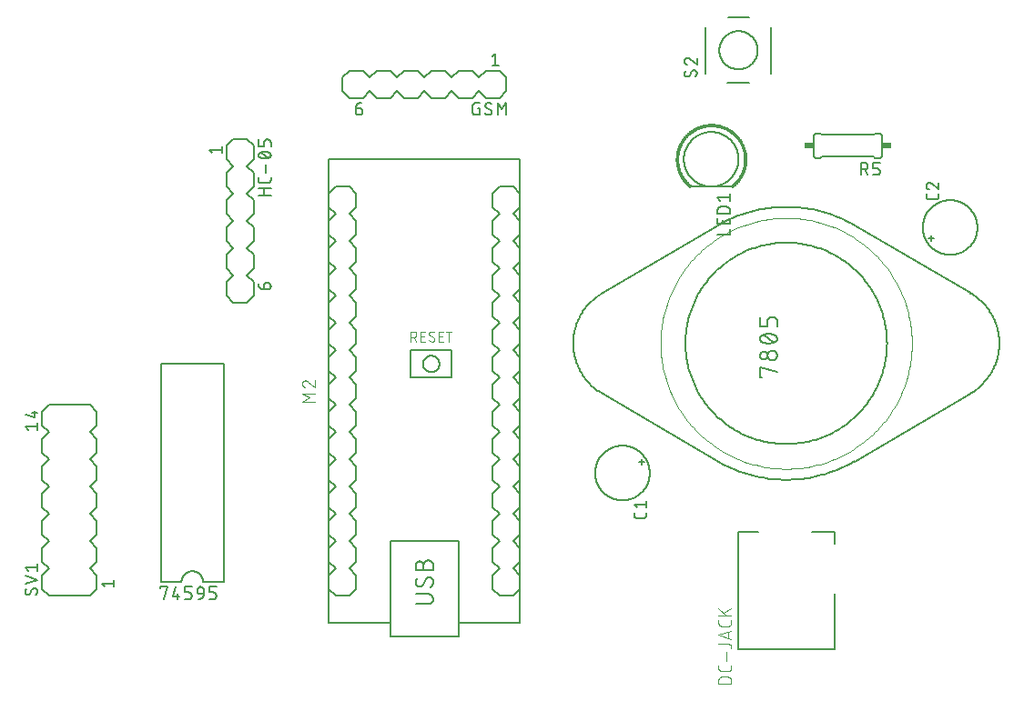
<source format=gbr>
G04 EAGLE Gerber X2 export*
%TF.Part,Single*%
%TF.FileFunction,Legend,Top,1*%
%TF.FilePolarity,Positive*%
%TF.GenerationSoftware,Autodesk,EAGLE,8.7.0*%
%TF.CreationDate,2018-03-20T17:42:57Z*%
G75*
%MOMM*%
%FSLAX34Y34*%
%LPD*%
%AMOC8*
5,1,8,0,0,1.08239X$1,22.5*%
G01*
%ADD10C,0.127000*%
%ADD11C,0.101600*%
%ADD12C,0.152400*%
%ADD13C,0.076200*%
%ADD14C,0.050800*%
%ADD15C,0.177800*%
%ADD16R,0.863600X0.609600*%
%ADD17C,0.203200*%
%ADD18C,0.025400*%


D10*
X31750Y-666750D02*
X25400Y-673100D01*
X25400Y-685800D02*
X31750Y-692150D01*
X25400Y-711200D02*
X31750Y-717550D01*
X25400Y-723900D01*
X31750Y-742950D02*
X25400Y-749300D01*
X25400Y-762000D02*
X31750Y-768350D01*
X25400Y-774700D01*
X25400Y-787400D02*
X31750Y-793750D01*
X25400Y-800100D01*
X25400Y-812800D02*
X31750Y-819150D01*
X25400Y-825500D01*
X25400Y-838200D02*
X31750Y-844550D01*
X25400Y-850900D01*
X25400Y-863600D02*
X31750Y-869950D01*
X25400Y-876300D01*
X25400Y-889000D02*
X31750Y-895350D01*
X25400Y-914400D02*
X31750Y-920750D01*
X25400Y-927100D01*
X25400Y-939800D02*
X31750Y-946150D01*
X25400Y-952500D01*
X25400Y-965200D02*
X31750Y-971550D01*
X44450Y-971550D02*
X50800Y-965200D01*
X50800Y-952500D01*
X44450Y-946150D01*
X50800Y-939800D01*
X50800Y-927100D01*
X44450Y-920750D01*
X50800Y-914400D01*
X50800Y-901700D01*
X44450Y-895350D01*
X50800Y-889000D01*
X50800Y-876300D01*
X44450Y-869950D01*
X50800Y-863600D01*
X50800Y-850900D01*
X44450Y-844550D01*
X50800Y-838200D01*
X50800Y-825500D01*
X44450Y-819150D01*
X50800Y-812800D01*
X50800Y-800100D01*
X44450Y-793750D01*
X50800Y-787400D01*
X50800Y-774700D01*
X44450Y-768350D01*
X50800Y-762000D01*
X50800Y-749300D01*
X44450Y-742950D01*
X50800Y-736600D01*
X50800Y-723900D01*
X44450Y-717550D01*
X50800Y-711200D01*
X50800Y-698500D01*
X44450Y-692150D01*
X50800Y-685800D01*
X50800Y-673100D01*
X44450Y-666750D01*
X177800Y-673100D02*
X184150Y-666750D01*
X177800Y-965200D02*
X184150Y-971550D01*
X203200Y-673100D02*
X196850Y-666750D01*
X203200Y-965200D02*
X196850Y-971550D01*
X25400Y-698500D02*
X25400Y-641350D01*
X25400Y-698500D02*
X25400Y-736600D01*
X25400Y-901700D01*
X203200Y-939800D02*
X203200Y-952500D01*
X203200Y-939800D02*
X203200Y-927100D01*
X203200Y-914400D01*
X203200Y-901700D01*
X203200Y-889000D01*
X203200Y-876300D01*
X203200Y-863600D01*
X203200Y-850900D01*
X203200Y-838200D01*
X203200Y-825500D01*
X203200Y-812800D01*
X203200Y-800100D01*
X203200Y-787400D01*
X203200Y-774700D01*
X203200Y-762000D01*
X203200Y-749300D01*
X203200Y-736600D01*
X203200Y-723900D01*
X203200Y-711200D01*
X203200Y-698500D01*
X203200Y-685800D01*
X31750Y-895350D02*
X25400Y-901700D01*
X25400Y-698500D02*
X31750Y-692150D01*
X25400Y-736600D02*
X31750Y-742950D01*
X196850Y-946150D02*
X203200Y-952500D01*
X196850Y-946150D02*
X203200Y-939800D01*
X203200Y-927100D02*
X196850Y-920750D01*
X203200Y-914400D01*
X203200Y-901700D02*
X196850Y-895350D01*
X203200Y-889000D01*
X203200Y-876300D02*
X196850Y-869950D01*
X203200Y-863600D01*
X203200Y-850900D02*
X196850Y-844550D01*
X203200Y-838200D01*
X203200Y-825500D02*
X196850Y-819150D01*
X203200Y-812800D01*
X203200Y-800100D02*
X196850Y-793750D01*
X203200Y-787400D01*
X203200Y-774700D02*
X196850Y-768350D01*
X203200Y-762000D01*
X203200Y-749300D02*
X196850Y-742950D01*
X203200Y-736600D01*
X203200Y-723900D02*
X196850Y-717550D01*
X203200Y-711200D01*
X177800Y-952500D02*
X177800Y-965200D01*
X177800Y-952500D02*
X184150Y-946150D01*
X177800Y-939800D01*
X177800Y-927100D01*
X184150Y-920750D01*
X177800Y-914400D01*
X177800Y-901700D01*
X184150Y-895350D01*
X177800Y-889000D01*
X177800Y-876300D01*
X184150Y-869950D01*
X177800Y-863600D01*
X177800Y-850900D01*
X184150Y-844550D01*
X177800Y-838200D01*
X177800Y-825500D01*
X184150Y-819150D01*
X177800Y-812800D01*
X177800Y-800100D01*
X184150Y-793750D01*
X177800Y-787400D01*
X177800Y-774700D01*
X184150Y-768350D01*
X177800Y-762000D01*
X177800Y-749300D01*
X184150Y-742950D01*
X177800Y-736600D01*
X177800Y-723900D01*
X184150Y-717550D01*
X177800Y-711200D01*
X177800Y-698500D01*
X184150Y-692150D01*
X177800Y-685800D01*
X177800Y-673100D01*
X196850Y-692150D02*
X203200Y-685800D01*
X196850Y-692150D02*
X203200Y-698500D01*
D11*
X12192Y-867107D02*
X508Y-867107D01*
X6999Y-863212D01*
X508Y-859317D01*
X12192Y-859317D01*
X508Y-850314D02*
X510Y-850207D01*
X516Y-850101D01*
X526Y-849995D01*
X539Y-849889D01*
X557Y-849783D01*
X578Y-849679D01*
X603Y-849575D01*
X632Y-849472D01*
X664Y-849371D01*
X701Y-849271D01*
X741Y-849172D01*
X784Y-849074D01*
X831Y-848978D01*
X882Y-848884D01*
X936Y-848792D01*
X993Y-848702D01*
X1053Y-848614D01*
X1117Y-848529D01*
X1184Y-848446D01*
X1254Y-848365D01*
X1326Y-848287D01*
X1402Y-848211D01*
X1480Y-848139D01*
X1561Y-848069D01*
X1644Y-848002D01*
X1729Y-847938D01*
X1817Y-847878D01*
X1907Y-847821D01*
X1999Y-847767D01*
X2093Y-847716D01*
X2189Y-847669D01*
X2287Y-847626D01*
X2386Y-847586D01*
X2486Y-847549D01*
X2587Y-847517D01*
X2690Y-847488D01*
X2794Y-847463D01*
X2898Y-847442D01*
X3004Y-847424D01*
X3110Y-847411D01*
X3216Y-847401D01*
X3322Y-847395D01*
X3429Y-847393D01*
X508Y-850314D02*
X510Y-850435D01*
X516Y-850556D01*
X526Y-850676D01*
X539Y-850797D01*
X557Y-850916D01*
X578Y-851036D01*
X603Y-851154D01*
X632Y-851271D01*
X665Y-851388D01*
X701Y-851503D01*
X742Y-851617D01*
X785Y-851730D01*
X833Y-851842D01*
X884Y-851951D01*
X939Y-852059D01*
X997Y-852166D01*
X1058Y-852270D01*
X1123Y-852372D01*
X1191Y-852472D01*
X1262Y-852570D01*
X1336Y-852666D01*
X1413Y-852759D01*
X1494Y-852849D01*
X1577Y-852937D01*
X1663Y-853022D01*
X1752Y-853105D01*
X1843Y-853184D01*
X1937Y-853261D01*
X2033Y-853334D01*
X2131Y-853404D01*
X2232Y-853471D01*
X2335Y-853535D01*
X2440Y-853596D01*
X2547Y-853653D01*
X2655Y-853706D01*
X2765Y-853756D01*
X2877Y-853803D01*
X2990Y-853845D01*
X3105Y-853884D01*
X5701Y-848368D02*
X5623Y-848289D01*
X5543Y-848213D01*
X5460Y-848140D01*
X5374Y-848070D01*
X5287Y-848003D01*
X5196Y-847939D01*
X5104Y-847879D01*
X5010Y-847821D01*
X4913Y-847767D01*
X4815Y-847717D01*
X4715Y-847670D01*
X4614Y-847626D01*
X4511Y-847586D01*
X4406Y-847550D01*
X4301Y-847518D01*
X4194Y-847489D01*
X4087Y-847464D01*
X3978Y-847442D01*
X3869Y-847425D01*
X3760Y-847411D01*
X3650Y-847402D01*
X3539Y-847396D01*
X3429Y-847394D01*
X5701Y-848367D02*
X12192Y-853885D01*
X12192Y-847393D01*
D10*
X25400Y-901700D02*
X25400Y-977900D01*
X25400Y-990600D01*
X25400Y-1003300D01*
X25400Y-1016000D01*
X25400Y-1028700D01*
X25400Y-1041400D01*
X25400Y-1073150D01*
X82550Y-1073150D01*
X146050Y-1073150D02*
X203200Y-1073150D01*
X203200Y-1041400D01*
X203200Y-1028700D01*
X203200Y-1016000D01*
X203200Y-1003300D01*
X203200Y-990600D01*
X203200Y-977900D01*
X203200Y-952500D01*
X82550Y-641350D02*
X25400Y-641350D01*
X82550Y-641350D02*
X146050Y-641350D01*
X203200Y-641350D01*
X203200Y-685800D01*
X31750Y-971550D02*
X25400Y-977900D01*
X25400Y-990600D02*
X31750Y-996950D01*
X25400Y-1003300D01*
X25400Y-1016000D02*
X31750Y-1022350D01*
X25400Y-1028700D01*
X25400Y-1041400D02*
X31750Y-1047750D01*
X44450Y-1047750D01*
X50800Y-1041400D01*
X50800Y-1028700D01*
X44450Y-1022350D01*
X50800Y-1016000D01*
X50800Y-1003300D01*
X44450Y-996950D01*
X50800Y-990600D01*
X50800Y-977900D01*
X44450Y-971550D01*
X44450Y-666750D02*
X31750Y-666750D01*
X184150Y-666750D02*
X196850Y-666750D01*
X184150Y-971550D02*
X177800Y-977900D01*
X177800Y-990600D01*
X184150Y-996950D01*
X177800Y-1003300D01*
X177800Y-1016000D01*
X184150Y-1022350D01*
X177800Y-1028700D01*
X177800Y-1041400D01*
X184150Y-1047750D01*
X196850Y-1047750D01*
X203200Y-1041400D01*
X203200Y-1028700D02*
X196850Y-1022350D01*
X203200Y-1016000D01*
X203200Y-1003300D02*
X196850Y-996950D01*
X203200Y-990600D01*
X203200Y-977900D02*
X196850Y-971550D01*
X82550Y-996950D02*
X82550Y-1073150D01*
X82550Y-996950D02*
X146050Y-996950D01*
X146050Y-1073150D01*
D12*
X117912Y-1055302D02*
X106172Y-1055302D01*
X117912Y-1055303D02*
X118045Y-1055301D01*
X118177Y-1055295D01*
X118309Y-1055285D01*
X118441Y-1055272D01*
X118573Y-1055254D01*
X118703Y-1055233D01*
X118834Y-1055208D01*
X118963Y-1055179D01*
X119091Y-1055146D01*
X119219Y-1055110D01*
X119345Y-1055070D01*
X119470Y-1055026D01*
X119594Y-1054978D01*
X119716Y-1054927D01*
X119837Y-1054872D01*
X119956Y-1054814D01*
X120074Y-1054752D01*
X120189Y-1054687D01*
X120303Y-1054618D01*
X120414Y-1054547D01*
X120523Y-1054471D01*
X120630Y-1054393D01*
X120735Y-1054312D01*
X120837Y-1054227D01*
X120937Y-1054140D01*
X121034Y-1054050D01*
X121129Y-1053957D01*
X121220Y-1053861D01*
X121309Y-1053763D01*
X121395Y-1053662D01*
X121478Y-1053558D01*
X121558Y-1053452D01*
X121634Y-1053344D01*
X121708Y-1053234D01*
X121778Y-1053121D01*
X121845Y-1053007D01*
X121908Y-1052890D01*
X121968Y-1052772D01*
X122025Y-1052652D01*
X122078Y-1052530D01*
X122127Y-1052407D01*
X122173Y-1052283D01*
X122215Y-1052157D01*
X122253Y-1052030D01*
X122288Y-1051902D01*
X122319Y-1051773D01*
X122346Y-1051644D01*
X122369Y-1051513D01*
X122389Y-1051382D01*
X122404Y-1051250D01*
X122416Y-1051118D01*
X122424Y-1050986D01*
X122428Y-1050853D01*
X122428Y-1050721D01*
X122424Y-1050588D01*
X122416Y-1050456D01*
X122404Y-1050324D01*
X122389Y-1050192D01*
X122369Y-1050061D01*
X122346Y-1049930D01*
X122319Y-1049801D01*
X122288Y-1049672D01*
X122253Y-1049544D01*
X122215Y-1049417D01*
X122173Y-1049291D01*
X122127Y-1049167D01*
X122078Y-1049044D01*
X122025Y-1048922D01*
X121968Y-1048802D01*
X121908Y-1048684D01*
X121845Y-1048567D01*
X121778Y-1048453D01*
X121708Y-1048340D01*
X121634Y-1048230D01*
X121558Y-1048122D01*
X121478Y-1048016D01*
X121395Y-1047912D01*
X121309Y-1047811D01*
X121220Y-1047713D01*
X121129Y-1047617D01*
X121034Y-1047524D01*
X120937Y-1047434D01*
X120837Y-1047347D01*
X120735Y-1047262D01*
X120630Y-1047181D01*
X120523Y-1047103D01*
X120414Y-1047027D01*
X120303Y-1046956D01*
X120189Y-1046887D01*
X120074Y-1046822D01*
X119956Y-1046760D01*
X119837Y-1046702D01*
X119716Y-1046647D01*
X119594Y-1046596D01*
X119470Y-1046548D01*
X119345Y-1046504D01*
X119219Y-1046464D01*
X119091Y-1046428D01*
X118963Y-1046395D01*
X118834Y-1046366D01*
X118703Y-1046341D01*
X118573Y-1046320D01*
X118441Y-1046302D01*
X118309Y-1046289D01*
X118177Y-1046279D01*
X118045Y-1046273D01*
X117912Y-1046271D01*
X106172Y-1046271D01*
X118816Y-1030640D02*
X118934Y-1030642D01*
X119052Y-1030648D01*
X119170Y-1030657D01*
X119287Y-1030671D01*
X119404Y-1030688D01*
X119521Y-1030709D01*
X119636Y-1030734D01*
X119751Y-1030763D01*
X119865Y-1030796D01*
X119977Y-1030832D01*
X120088Y-1030872D01*
X120198Y-1030915D01*
X120307Y-1030962D01*
X120414Y-1031012D01*
X120519Y-1031067D01*
X120622Y-1031124D01*
X120723Y-1031185D01*
X120823Y-1031249D01*
X120920Y-1031316D01*
X121015Y-1031386D01*
X121107Y-1031460D01*
X121198Y-1031536D01*
X121285Y-1031616D01*
X121370Y-1031698D01*
X121452Y-1031783D01*
X121532Y-1031870D01*
X121608Y-1031961D01*
X121682Y-1032053D01*
X121752Y-1032148D01*
X121819Y-1032245D01*
X121883Y-1032345D01*
X121944Y-1032446D01*
X122001Y-1032549D01*
X122056Y-1032654D01*
X122106Y-1032761D01*
X122153Y-1032870D01*
X122196Y-1032980D01*
X122236Y-1033091D01*
X122272Y-1033203D01*
X122305Y-1033317D01*
X122334Y-1033432D01*
X122359Y-1033547D01*
X122380Y-1033664D01*
X122397Y-1033781D01*
X122411Y-1033898D01*
X122420Y-1034016D01*
X122426Y-1034134D01*
X122428Y-1034252D01*
X122426Y-1034435D01*
X122419Y-1034617D01*
X122408Y-1034799D01*
X122393Y-1034981D01*
X122373Y-1035163D01*
X122349Y-1035344D01*
X122321Y-1035524D01*
X122289Y-1035704D01*
X122252Y-1035883D01*
X122211Y-1036060D01*
X122165Y-1036237D01*
X122116Y-1036413D01*
X122062Y-1036588D01*
X122004Y-1036761D01*
X121942Y-1036932D01*
X121876Y-1037103D01*
X121805Y-1037271D01*
X121731Y-1037438D01*
X121653Y-1037603D01*
X121571Y-1037766D01*
X121485Y-1037927D01*
X121395Y-1038086D01*
X121301Y-1038243D01*
X121204Y-1038397D01*
X121103Y-1038549D01*
X120998Y-1038699D01*
X120890Y-1038846D01*
X120779Y-1038990D01*
X120664Y-1039132D01*
X120545Y-1039271D01*
X120423Y-1039407D01*
X120298Y-1039540D01*
X120170Y-1039670D01*
X109784Y-1039220D02*
X109666Y-1039218D01*
X109548Y-1039212D01*
X109430Y-1039203D01*
X109312Y-1039189D01*
X109195Y-1039172D01*
X109079Y-1039151D01*
X108964Y-1039126D01*
X108849Y-1039097D01*
X108735Y-1039064D01*
X108623Y-1039028D01*
X108511Y-1038988D01*
X108401Y-1038945D01*
X108293Y-1038898D01*
X108186Y-1038847D01*
X108081Y-1038793D01*
X107978Y-1038736D01*
X107876Y-1038675D01*
X107777Y-1038611D01*
X107680Y-1038544D01*
X107585Y-1038473D01*
X107492Y-1038400D01*
X107402Y-1038323D01*
X107314Y-1038244D01*
X107229Y-1038162D01*
X107147Y-1038077D01*
X107068Y-1037989D01*
X106991Y-1037899D01*
X106918Y-1037806D01*
X106847Y-1037712D01*
X106780Y-1037614D01*
X106716Y-1037515D01*
X106655Y-1037414D01*
X106598Y-1037310D01*
X106544Y-1037205D01*
X106493Y-1037098D01*
X106446Y-1036990D01*
X106403Y-1036880D01*
X106363Y-1036768D01*
X106327Y-1036656D01*
X106294Y-1036542D01*
X106265Y-1036427D01*
X106240Y-1036312D01*
X106219Y-1036196D01*
X106202Y-1036079D01*
X106188Y-1035961D01*
X106179Y-1035843D01*
X106173Y-1035725D01*
X106171Y-1035607D01*
X106172Y-1035607D02*
X106174Y-1035446D01*
X106180Y-1035284D01*
X106189Y-1035123D01*
X106203Y-1034962D01*
X106220Y-1034802D01*
X106241Y-1034642D01*
X106266Y-1034482D01*
X106295Y-1034323D01*
X106327Y-1034165D01*
X106363Y-1034008D01*
X106403Y-1033852D01*
X106447Y-1033696D01*
X106495Y-1033542D01*
X106546Y-1033389D01*
X106600Y-1033237D01*
X106659Y-1033086D01*
X106720Y-1032937D01*
X106786Y-1032790D01*
X106855Y-1032644D01*
X106927Y-1032499D01*
X107003Y-1032357D01*
X107082Y-1032216D01*
X107164Y-1032077D01*
X107250Y-1031941D01*
X107339Y-1031806D01*
X107431Y-1031673D01*
X107527Y-1031543D01*
X112945Y-1037414D02*
X112883Y-1037515D01*
X112818Y-1037615D01*
X112749Y-1037712D01*
X112677Y-1037807D01*
X112603Y-1037900D01*
X112525Y-1037990D01*
X112444Y-1038078D01*
X112361Y-1038163D01*
X112275Y-1038245D01*
X112186Y-1038324D01*
X112095Y-1038401D01*
X112001Y-1038474D01*
X111905Y-1038545D01*
X111807Y-1038612D01*
X111707Y-1038676D01*
X111604Y-1038737D01*
X111500Y-1038794D01*
X111394Y-1038848D01*
X111286Y-1038898D01*
X111177Y-1038945D01*
X111066Y-1038989D01*
X110954Y-1039029D01*
X110840Y-1039065D01*
X110726Y-1039097D01*
X110610Y-1039126D01*
X110494Y-1039151D01*
X110377Y-1039172D01*
X110259Y-1039189D01*
X110141Y-1039203D01*
X110022Y-1039212D01*
X109903Y-1039218D01*
X109784Y-1039220D01*
X115655Y-1032446D02*
X115717Y-1032345D01*
X115782Y-1032245D01*
X115851Y-1032148D01*
X115923Y-1032053D01*
X115997Y-1031960D01*
X116075Y-1031870D01*
X116156Y-1031782D01*
X116239Y-1031697D01*
X116325Y-1031615D01*
X116414Y-1031536D01*
X116505Y-1031459D01*
X116599Y-1031386D01*
X116695Y-1031315D01*
X116793Y-1031248D01*
X116893Y-1031184D01*
X116996Y-1031123D01*
X117100Y-1031066D01*
X117206Y-1031012D01*
X117314Y-1030962D01*
X117423Y-1030915D01*
X117534Y-1030871D01*
X117646Y-1030831D01*
X117760Y-1030795D01*
X117874Y-1030763D01*
X117990Y-1030734D01*
X118106Y-1030709D01*
X118223Y-1030688D01*
X118341Y-1030671D01*
X118459Y-1030657D01*
X118578Y-1030648D01*
X118697Y-1030642D01*
X118816Y-1030640D01*
X115655Y-1032446D02*
X112945Y-1037413D01*
X113397Y-1023829D02*
X113397Y-1019313D01*
X113396Y-1019313D02*
X113398Y-1019180D01*
X113404Y-1019048D01*
X113414Y-1018916D01*
X113427Y-1018784D01*
X113445Y-1018652D01*
X113466Y-1018522D01*
X113491Y-1018391D01*
X113520Y-1018262D01*
X113553Y-1018134D01*
X113589Y-1018006D01*
X113629Y-1017880D01*
X113673Y-1017755D01*
X113721Y-1017631D01*
X113772Y-1017509D01*
X113827Y-1017388D01*
X113885Y-1017269D01*
X113947Y-1017151D01*
X114012Y-1017036D01*
X114081Y-1016922D01*
X114152Y-1016811D01*
X114228Y-1016702D01*
X114306Y-1016595D01*
X114387Y-1016490D01*
X114472Y-1016388D01*
X114559Y-1016288D01*
X114649Y-1016191D01*
X114742Y-1016096D01*
X114838Y-1016005D01*
X114936Y-1015916D01*
X115037Y-1015830D01*
X115141Y-1015747D01*
X115247Y-1015667D01*
X115355Y-1015591D01*
X115465Y-1015517D01*
X115578Y-1015447D01*
X115692Y-1015380D01*
X115809Y-1015317D01*
X115927Y-1015257D01*
X116047Y-1015200D01*
X116169Y-1015147D01*
X116292Y-1015098D01*
X116416Y-1015052D01*
X116542Y-1015010D01*
X116669Y-1014972D01*
X116797Y-1014937D01*
X116926Y-1014906D01*
X117055Y-1014879D01*
X117186Y-1014856D01*
X117317Y-1014836D01*
X117449Y-1014821D01*
X117581Y-1014809D01*
X117713Y-1014801D01*
X117846Y-1014797D01*
X117978Y-1014797D01*
X118111Y-1014801D01*
X118243Y-1014809D01*
X118375Y-1014821D01*
X118507Y-1014836D01*
X118638Y-1014856D01*
X118769Y-1014879D01*
X118898Y-1014906D01*
X119027Y-1014937D01*
X119155Y-1014972D01*
X119282Y-1015010D01*
X119408Y-1015052D01*
X119532Y-1015098D01*
X119655Y-1015147D01*
X119777Y-1015200D01*
X119897Y-1015257D01*
X120015Y-1015317D01*
X120132Y-1015380D01*
X120246Y-1015447D01*
X120359Y-1015517D01*
X120469Y-1015591D01*
X120577Y-1015667D01*
X120683Y-1015747D01*
X120787Y-1015830D01*
X120888Y-1015916D01*
X120986Y-1016005D01*
X121082Y-1016096D01*
X121175Y-1016191D01*
X121265Y-1016288D01*
X121352Y-1016388D01*
X121437Y-1016490D01*
X121518Y-1016595D01*
X121596Y-1016702D01*
X121672Y-1016811D01*
X121743Y-1016922D01*
X121812Y-1017036D01*
X121877Y-1017151D01*
X121939Y-1017269D01*
X121997Y-1017388D01*
X122052Y-1017509D01*
X122103Y-1017631D01*
X122151Y-1017755D01*
X122195Y-1017880D01*
X122235Y-1018006D01*
X122271Y-1018134D01*
X122304Y-1018262D01*
X122333Y-1018391D01*
X122358Y-1018522D01*
X122379Y-1018652D01*
X122397Y-1018784D01*
X122410Y-1018916D01*
X122420Y-1019048D01*
X122426Y-1019180D01*
X122428Y-1019313D01*
X122428Y-1023829D01*
X106172Y-1023829D01*
X106172Y-1019313D01*
X106174Y-1019194D01*
X106180Y-1019074D01*
X106190Y-1018955D01*
X106204Y-1018837D01*
X106221Y-1018718D01*
X106243Y-1018601D01*
X106268Y-1018484D01*
X106298Y-1018369D01*
X106331Y-1018254D01*
X106368Y-1018140D01*
X106408Y-1018028D01*
X106453Y-1017917D01*
X106501Y-1017808D01*
X106552Y-1017700D01*
X106607Y-1017594D01*
X106666Y-1017490D01*
X106728Y-1017388D01*
X106793Y-1017288D01*
X106862Y-1017190D01*
X106934Y-1017094D01*
X107009Y-1017001D01*
X107086Y-1016911D01*
X107167Y-1016823D01*
X107251Y-1016738D01*
X107338Y-1016656D01*
X107427Y-1016576D01*
X107519Y-1016500D01*
X107613Y-1016426D01*
X107710Y-1016356D01*
X107808Y-1016289D01*
X107909Y-1016225D01*
X108013Y-1016165D01*
X108118Y-1016108D01*
X108225Y-1016055D01*
X108333Y-1016005D01*
X108443Y-1015959D01*
X108555Y-1015917D01*
X108668Y-1015878D01*
X108782Y-1015843D01*
X108897Y-1015812D01*
X109014Y-1015784D01*
X109131Y-1015761D01*
X109248Y-1015741D01*
X109367Y-1015725D01*
X109486Y-1015713D01*
X109605Y-1015705D01*
X109724Y-1015701D01*
X109844Y-1015701D01*
X109963Y-1015705D01*
X110082Y-1015713D01*
X110201Y-1015725D01*
X110320Y-1015741D01*
X110437Y-1015761D01*
X110554Y-1015784D01*
X110671Y-1015812D01*
X110786Y-1015843D01*
X110900Y-1015878D01*
X111013Y-1015917D01*
X111125Y-1015959D01*
X111235Y-1016005D01*
X111343Y-1016055D01*
X111450Y-1016108D01*
X111555Y-1016165D01*
X111659Y-1016225D01*
X111760Y-1016289D01*
X111858Y-1016356D01*
X111955Y-1016426D01*
X112049Y-1016500D01*
X112141Y-1016576D01*
X112230Y-1016656D01*
X112317Y-1016738D01*
X112401Y-1016823D01*
X112482Y-1016911D01*
X112559Y-1017001D01*
X112634Y-1017094D01*
X112706Y-1017190D01*
X112775Y-1017288D01*
X112840Y-1017388D01*
X112902Y-1017490D01*
X112961Y-1017594D01*
X113016Y-1017700D01*
X113067Y-1017808D01*
X113115Y-1017917D01*
X113160Y-1018028D01*
X113200Y-1018140D01*
X113237Y-1018254D01*
X113270Y-1018369D01*
X113300Y-1018484D01*
X113325Y-1018601D01*
X113347Y-1018718D01*
X113364Y-1018837D01*
X113378Y-1018955D01*
X113388Y-1019074D01*
X113394Y-1019194D01*
X113396Y-1019313D01*
D10*
X82550Y-1073150D02*
X82550Y-1085850D01*
X146050Y-1085850D01*
X146050Y-1073150D01*
X139700Y-844550D02*
X139700Y-819150D01*
X101600Y-819150D01*
X101600Y-844550D01*
X139700Y-844550D01*
X113030Y-831850D02*
X113032Y-831663D01*
X113039Y-831476D01*
X113051Y-831289D01*
X113067Y-831103D01*
X113087Y-830917D01*
X113112Y-830732D01*
X113142Y-830547D01*
X113176Y-830363D01*
X113215Y-830180D01*
X113258Y-829998D01*
X113306Y-829818D01*
X113358Y-829638D01*
X113415Y-829460D01*
X113475Y-829283D01*
X113541Y-829108D01*
X113610Y-828934D01*
X113684Y-828762D01*
X113762Y-828592D01*
X113844Y-828424D01*
X113930Y-828258D01*
X114020Y-828094D01*
X114114Y-827933D01*
X114212Y-827773D01*
X114314Y-827617D01*
X114420Y-827462D01*
X114530Y-827311D01*
X114643Y-827162D01*
X114760Y-827016D01*
X114880Y-826873D01*
X115004Y-826733D01*
X115131Y-826596D01*
X115262Y-826462D01*
X115396Y-826331D01*
X115533Y-826204D01*
X115673Y-826080D01*
X115816Y-825960D01*
X115962Y-825843D01*
X116111Y-825730D01*
X116262Y-825620D01*
X116417Y-825514D01*
X116573Y-825412D01*
X116733Y-825314D01*
X116894Y-825220D01*
X117058Y-825130D01*
X117224Y-825044D01*
X117392Y-824962D01*
X117562Y-824884D01*
X117734Y-824810D01*
X117908Y-824741D01*
X118083Y-824675D01*
X118260Y-824615D01*
X118438Y-824558D01*
X118618Y-824506D01*
X118798Y-824458D01*
X118980Y-824415D01*
X119163Y-824376D01*
X119347Y-824342D01*
X119532Y-824312D01*
X119717Y-824287D01*
X119903Y-824267D01*
X120089Y-824251D01*
X120276Y-824239D01*
X120463Y-824232D01*
X120650Y-824230D01*
X120837Y-824232D01*
X121024Y-824239D01*
X121211Y-824251D01*
X121397Y-824267D01*
X121583Y-824287D01*
X121768Y-824312D01*
X121953Y-824342D01*
X122137Y-824376D01*
X122320Y-824415D01*
X122502Y-824458D01*
X122682Y-824506D01*
X122862Y-824558D01*
X123040Y-824615D01*
X123217Y-824675D01*
X123392Y-824741D01*
X123566Y-824810D01*
X123738Y-824884D01*
X123908Y-824962D01*
X124076Y-825044D01*
X124242Y-825130D01*
X124406Y-825220D01*
X124567Y-825314D01*
X124727Y-825412D01*
X124883Y-825514D01*
X125038Y-825620D01*
X125189Y-825730D01*
X125338Y-825843D01*
X125484Y-825960D01*
X125627Y-826080D01*
X125767Y-826204D01*
X125904Y-826331D01*
X126038Y-826462D01*
X126169Y-826596D01*
X126296Y-826733D01*
X126420Y-826873D01*
X126540Y-827016D01*
X126657Y-827162D01*
X126770Y-827311D01*
X126880Y-827462D01*
X126986Y-827617D01*
X127088Y-827773D01*
X127186Y-827933D01*
X127280Y-828094D01*
X127370Y-828258D01*
X127456Y-828424D01*
X127538Y-828592D01*
X127616Y-828762D01*
X127690Y-828934D01*
X127759Y-829108D01*
X127825Y-829283D01*
X127885Y-829460D01*
X127942Y-829638D01*
X127994Y-829818D01*
X128042Y-829998D01*
X128085Y-830180D01*
X128124Y-830363D01*
X128158Y-830547D01*
X128188Y-830732D01*
X128213Y-830917D01*
X128233Y-831103D01*
X128249Y-831289D01*
X128261Y-831476D01*
X128268Y-831663D01*
X128270Y-831850D01*
X128268Y-832037D01*
X128261Y-832224D01*
X128249Y-832411D01*
X128233Y-832597D01*
X128213Y-832783D01*
X128188Y-832968D01*
X128158Y-833153D01*
X128124Y-833337D01*
X128085Y-833520D01*
X128042Y-833702D01*
X127994Y-833882D01*
X127942Y-834062D01*
X127885Y-834240D01*
X127825Y-834417D01*
X127759Y-834592D01*
X127690Y-834766D01*
X127616Y-834938D01*
X127538Y-835108D01*
X127456Y-835276D01*
X127370Y-835442D01*
X127280Y-835606D01*
X127186Y-835767D01*
X127088Y-835927D01*
X126986Y-836083D01*
X126880Y-836238D01*
X126770Y-836389D01*
X126657Y-836538D01*
X126540Y-836684D01*
X126420Y-836827D01*
X126296Y-836967D01*
X126169Y-837104D01*
X126038Y-837238D01*
X125904Y-837369D01*
X125767Y-837496D01*
X125627Y-837620D01*
X125484Y-837740D01*
X125338Y-837857D01*
X125189Y-837970D01*
X125038Y-838080D01*
X124883Y-838186D01*
X124727Y-838288D01*
X124567Y-838386D01*
X124406Y-838480D01*
X124242Y-838570D01*
X124076Y-838656D01*
X123908Y-838738D01*
X123738Y-838816D01*
X123566Y-838890D01*
X123392Y-838959D01*
X123217Y-839025D01*
X123040Y-839085D01*
X122862Y-839142D01*
X122682Y-839194D01*
X122502Y-839242D01*
X122320Y-839285D01*
X122137Y-839324D01*
X121953Y-839358D01*
X121768Y-839388D01*
X121583Y-839413D01*
X121397Y-839433D01*
X121211Y-839449D01*
X121024Y-839461D01*
X120837Y-839468D01*
X120650Y-839470D01*
X120463Y-839468D01*
X120276Y-839461D01*
X120089Y-839449D01*
X119903Y-839433D01*
X119717Y-839413D01*
X119532Y-839388D01*
X119347Y-839358D01*
X119163Y-839324D01*
X118980Y-839285D01*
X118798Y-839242D01*
X118618Y-839194D01*
X118438Y-839142D01*
X118260Y-839085D01*
X118083Y-839025D01*
X117908Y-838959D01*
X117734Y-838890D01*
X117562Y-838816D01*
X117392Y-838738D01*
X117224Y-838656D01*
X117058Y-838570D01*
X116894Y-838480D01*
X116733Y-838386D01*
X116573Y-838288D01*
X116417Y-838186D01*
X116262Y-838080D01*
X116111Y-837970D01*
X115962Y-837857D01*
X115816Y-837740D01*
X115673Y-837620D01*
X115533Y-837496D01*
X115396Y-837369D01*
X115262Y-837238D01*
X115131Y-837104D01*
X115004Y-836967D01*
X114880Y-836827D01*
X114760Y-836684D01*
X114643Y-836538D01*
X114530Y-836389D01*
X114420Y-836238D01*
X114314Y-836083D01*
X114212Y-835927D01*
X114114Y-835767D01*
X114020Y-835606D01*
X113930Y-835442D01*
X113844Y-835276D01*
X113762Y-835108D01*
X113684Y-834938D01*
X113610Y-834766D01*
X113541Y-834592D01*
X113475Y-834417D01*
X113415Y-834240D01*
X113358Y-834062D01*
X113306Y-833882D01*
X113258Y-833702D01*
X113215Y-833520D01*
X113176Y-833337D01*
X113142Y-833153D01*
X113112Y-832968D01*
X113087Y-832783D01*
X113067Y-832597D01*
X113051Y-832411D01*
X113039Y-832224D01*
X113032Y-832037D01*
X113030Y-831850D01*
D13*
X101609Y-811149D02*
X101609Y-801751D01*
X104219Y-801751D01*
X104320Y-801753D01*
X104421Y-801759D01*
X104522Y-801769D01*
X104622Y-801782D01*
X104722Y-801800D01*
X104821Y-801821D01*
X104919Y-801847D01*
X105016Y-801876D01*
X105112Y-801908D01*
X105206Y-801945D01*
X105299Y-801985D01*
X105391Y-802029D01*
X105480Y-802076D01*
X105568Y-802127D01*
X105654Y-802181D01*
X105737Y-802238D01*
X105819Y-802298D01*
X105897Y-802362D01*
X105974Y-802428D01*
X106047Y-802498D01*
X106118Y-802570D01*
X106186Y-802645D01*
X106251Y-802723D01*
X106313Y-802803D01*
X106372Y-802885D01*
X106428Y-802970D01*
X106480Y-803057D01*
X106529Y-803145D01*
X106575Y-803236D01*
X106616Y-803328D01*
X106655Y-803422D01*
X106689Y-803517D01*
X106720Y-803613D01*
X106747Y-803711D01*
X106771Y-803809D01*
X106790Y-803909D01*
X106806Y-804009D01*
X106818Y-804109D01*
X106826Y-804210D01*
X106830Y-804311D01*
X106830Y-804413D01*
X106826Y-804514D01*
X106818Y-804615D01*
X106806Y-804715D01*
X106790Y-804815D01*
X106771Y-804915D01*
X106747Y-805013D01*
X106720Y-805111D01*
X106689Y-805207D01*
X106655Y-805302D01*
X106616Y-805396D01*
X106575Y-805488D01*
X106529Y-805579D01*
X106480Y-805668D01*
X106428Y-805754D01*
X106372Y-805839D01*
X106313Y-805921D01*
X106251Y-806001D01*
X106186Y-806079D01*
X106118Y-806154D01*
X106047Y-806226D01*
X105974Y-806296D01*
X105897Y-806362D01*
X105819Y-806426D01*
X105737Y-806486D01*
X105654Y-806543D01*
X105568Y-806597D01*
X105480Y-806648D01*
X105391Y-806695D01*
X105299Y-806739D01*
X105206Y-806779D01*
X105112Y-806816D01*
X105016Y-806848D01*
X104919Y-806877D01*
X104821Y-806903D01*
X104722Y-806924D01*
X104622Y-806942D01*
X104522Y-806955D01*
X104421Y-806965D01*
X104320Y-806971D01*
X104219Y-806973D01*
X104219Y-806972D02*
X101609Y-806972D01*
X104742Y-806972D02*
X106830Y-811149D01*
X111018Y-811149D02*
X115195Y-811149D01*
X111018Y-811149D02*
X111018Y-801751D01*
X115195Y-801751D01*
X114151Y-805928D02*
X111018Y-805928D01*
X121448Y-811149D02*
X121537Y-811147D01*
X121625Y-811141D01*
X121713Y-811132D01*
X121801Y-811119D01*
X121888Y-811102D01*
X121974Y-811082D01*
X122059Y-811057D01*
X122144Y-811030D01*
X122227Y-810998D01*
X122308Y-810964D01*
X122388Y-810925D01*
X122466Y-810884D01*
X122543Y-810839D01*
X122617Y-810791D01*
X122690Y-810740D01*
X122760Y-810686D01*
X122827Y-810628D01*
X122893Y-810568D01*
X122955Y-810506D01*
X123015Y-810440D01*
X123073Y-810373D01*
X123127Y-810303D01*
X123178Y-810230D01*
X123226Y-810156D01*
X123271Y-810079D01*
X123312Y-810001D01*
X123351Y-809921D01*
X123385Y-809840D01*
X123417Y-809757D01*
X123444Y-809672D01*
X123469Y-809587D01*
X123489Y-809501D01*
X123506Y-809414D01*
X123519Y-809326D01*
X123528Y-809238D01*
X123534Y-809150D01*
X123536Y-809061D01*
X121448Y-811149D02*
X121319Y-811147D01*
X121190Y-811141D01*
X121061Y-811132D01*
X120933Y-811119D01*
X120805Y-811102D01*
X120678Y-811081D01*
X120551Y-811057D01*
X120425Y-811029D01*
X120300Y-810997D01*
X120176Y-810962D01*
X120053Y-810923D01*
X119931Y-810880D01*
X119811Y-810834D01*
X119692Y-810784D01*
X119574Y-810731D01*
X119458Y-810675D01*
X119344Y-810615D01*
X119231Y-810552D01*
X119121Y-810485D01*
X119012Y-810416D01*
X118906Y-810343D01*
X118801Y-810267D01*
X118699Y-810188D01*
X118600Y-810106D01*
X118502Y-810022D01*
X118407Y-809934D01*
X118315Y-809844D01*
X118577Y-803839D02*
X118579Y-803750D01*
X118585Y-803662D01*
X118594Y-803574D01*
X118607Y-803486D01*
X118624Y-803399D01*
X118644Y-803313D01*
X118669Y-803228D01*
X118696Y-803143D01*
X118728Y-803060D01*
X118762Y-802979D01*
X118801Y-802899D01*
X118842Y-802821D01*
X118887Y-802744D01*
X118935Y-802670D01*
X118986Y-802597D01*
X119040Y-802527D01*
X119098Y-802460D01*
X119158Y-802394D01*
X119220Y-802332D01*
X119286Y-802272D01*
X119353Y-802214D01*
X119423Y-802160D01*
X119496Y-802109D01*
X119570Y-802061D01*
X119647Y-802016D01*
X119725Y-801975D01*
X119805Y-801936D01*
X119886Y-801902D01*
X119969Y-801870D01*
X120054Y-801843D01*
X120139Y-801818D01*
X120225Y-801798D01*
X120312Y-801781D01*
X120400Y-801768D01*
X120488Y-801759D01*
X120576Y-801753D01*
X120665Y-801751D01*
X120785Y-801753D01*
X120905Y-801758D01*
X121024Y-801768D01*
X121144Y-801780D01*
X121263Y-801797D01*
X121381Y-801817D01*
X121499Y-801841D01*
X121615Y-801868D01*
X121731Y-801899D01*
X121846Y-801933D01*
X121960Y-801971D01*
X122073Y-802013D01*
X122184Y-802058D01*
X122294Y-802106D01*
X122402Y-802157D01*
X122509Y-802212D01*
X122614Y-802270D01*
X122717Y-802332D01*
X122818Y-802396D01*
X122918Y-802464D01*
X123015Y-802534D01*
X119621Y-805666D02*
X119543Y-805618D01*
X119467Y-805566D01*
X119394Y-805512D01*
X119323Y-805454D01*
X119254Y-805393D01*
X119188Y-805329D01*
X119125Y-805262D01*
X119065Y-805193D01*
X119008Y-805121D01*
X118954Y-805047D01*
X118904Y-804970D01*
X118856Y-804891D01*
X118813Y-804811D01*
X118772Y-804728D01*
X118736Y-804644D01*
X118703Y-804559D01*
X118674Y-804472D01*
X118648Y-804383D01*
X118626Y-804294D01*
X118609Y-804204D01*
X118595Y-804114D01*
X118585Y-804022D01*
X118579Y-803931D01*
X118577Y-803839D01*
X122493Y-807234D02*
X122571Y-807282D01*
X122647Y-807334D01*
X122720Y-807388D01*
X122791Y-807446D01*
X122860Y-807507D01*
X122926Y-807571D01*
X122989Y-807638D01*
X123049Y-807707D01*
X123106Y-807779D01*
X123160Y-807853D01*
X123210Y-807930D01*
X123258Y-808009D01*
X123301Y-808089D01*
X123342Y-808172D01*
X123378Y-808256D01*
X123411Y-808341D01*
X123440Y-808428D01*
X123466Y-808517D01*
X123488Y-808606D01*
X123505Y-808696D01*
X123519Y-808786D01*
X123529Y-808878D01*
X123535Y-808969D01*
X123537Y-809061D01*
X122493Y-807233D02*
X119621Y-805667D01*
X127477Y-811149D02*
X131654Y-811149D01*
X127477Y-811149D02*
X127477Y-801751D01*
X131654Y-801751D01*
X130610Y-805928D02*
X127477Y-805928D01*
X137081Y-801751D02*
X137081Y-811149D01*
X134470Y-801751D02*
X139691Y-801751D01*
D12*
X277114Y-767588D02*
X387096Y-702818D01*
X277114Y-858012D02*
X391160Y-924814D01*
X514350Y-922782D02*
X623570Y-858520D01*
X623316Y-766826D02*
X510286Y-700532D01*
X252730Y-812800D02*
X252746Y-814116D01*
X252794Y-815432D01*
X252874Y-816745D01*
X252986Y-818057D01*
X253130Y-819365D01*
X253305Y-820669D01*
X253513Y-821969D01*
X253751Y-823263D01*
X254022Y-824551D01*
X254323Y-825833D01*
X254656Y-827106D01*
X255019Y-828371D01*
X255413Y-829627D01*
X255838Y-830872D01*
X256292Y-832108D01*
X256777Y-833331D01*
X257291Y-834543D01*
X257835Y-835741D01*
X258407Y-836926D01*
X259009Y-838097D01*
X259638Y-839253D01*
X260296Y-840393D01*
X260981Y-841517D01*
X261693Y-842624D01*
X262432Y-843713D01*
X263197Y-844784D01*
X263988Y-845836D01*
X264804Y-846868D01*
X265645Y-847881D01*
X266511Y-848872D01*
X267400Y-849842D01*
X268313Y-850791D01*
X269248Y-851716D01*
X270206Y-852619D01*
X271185Y-853498D01*
X272186Y-854353D01*
X273207Y-855184D01*
X274248Y-855989D01*
X275308Y-856769D01*
X276387Y-857523D01*
X277484Y-858250D01*
X252730Y-812800D02*
X252746Y-811484D01*
X252794Y-810168D01*
X252874Y-808855D01*
X252986Y-807543D01*
X253130Y-806235D01*
X253305Y-804931D01*
X253513Y-803631D01*
X253751Y-802337D01*
X254022Y-801049D01*
X254323Y-799767D01*
X254656Y-798494D01*
X255019Y-797229D01*
X255413Y-795973D01*
X255838Y-794728D01*
X256292Y-793492D01*
X256777Y-792269D01*
X257291Y-791057D01*
X257835Y-789859D01*
X258407Y-788674D01*
X259009Y-787503D01*
X259638Y-786347D01*
X260296Y-785207D01*
X260981Y-784083D01*
X261693Y-782976D01*
X262432Y-781887D01*
X263197Y-780816D01*
X263988Y-779764D01*
X264804Y-778732D01*
X265645Y-777719D01*
X266511Y-776728D01*
X267400Y-775758D01*
X268313Y-774809D01*
X269248Y-773884D01*
X270206Y-772981D01*
X271185Y-772102D01*
X272186Y-771247D01*
X273207Y-770416D01*
X274248Y-769611D01*
X275308Y-768831D01*
X276387Y-768077D01*
X277484Y-767350D01*
X621777Y-859735D02*
X622915Y-859064D01*
X624037Y-858366D01*
X625141Y-857640D01*
X626227Y-856887D01*
X627294Y-856108D01*
X628342Y-855303D01*
X629370Y-854473D01*
X630377Y-853618D01*
X631364Y-852739D01*
X632328Y-851835D01*
X633270Y-850909D01*
X634189Y-849960D01*
X635085Y-848988D01*
X635957Y-847995D01*
X636804Y-846982D01*
X637627Y-845947D01*
X638423Y-844893D01*
X639194Y-843820D01*
X639938Y-842728D01*
X640656Y-841619D01*
X641346Y-840492D01*
X642008Y-839348D01*
X642643Y-838189D01*
X643248Y-837015D01*
X643825Y-835826D01*
X644373Y-834624D01*
X644891Y-833408D01*
X645380Y-832181D01*
X645838Y-830941D01*
X646266Y-829691D01*
X646663Y-828431D01*
X647029Y-827161D01*
X647364Y-825883D01*
X647668Y-824597D01*
X647940Y-823304D01*
X648181Y-822005D01*
X648390Y-820700D01*
X648567Y-819391D01*
X648712Y-818077D01*
X648825Y-816761D01*
X648905Y-815442D01*
X648954Y-814122D01*
X648970Y-812800D01*
X648954Y-811496D01*
X648907Y-810192D01*
X648829Y-808890D01*
X648719Y-807590D01*
X648577Y-806294D01*
X648405Y-805001D01*
X648201Y-803712D01*
X647967Y-802429D01*
X647701Y-801152D01*
X647405Y-799881D01*
X647078Y-798619D01*
X646721Y-797364D01*
X646334Y-796118D01*
X645917Y-794882D01*
X645470Y-793657D01*
X644994Y-792442D01*
X644488Y-791240D01*
X643954Y-790050D01*
X643391Y-788873D01*
X642800Y-787710D01*
X642182Y-786562D01*
X641535Y-785429D01*
X640862Y-784311D01*
X640162Y-783211D01*
X639435Y-782127D01*
X638683Y-781062D01*
X637905Y-780015D01*
X637102Y-778987D01*
X636274Y-777978D01*
X635423Y-776990D01*
X634548Y-776023D01*
X633649Y-775077D01*
X632729Y-774153D01*
X631786Y-773251D01*
X630822Y-772373D01*
X629837Y-771518D01*
X628831Y-770687D01*
X627806Y-769880D01*
X626762Y-769098D01*
X625699Y-768342D01*
X624618Y-767612D01*
X623520Y-766908D01*
X622405Y-766230D01*
X450850Y-685800D02*
X447816Y-685836D01*
X444784Y-685945D01*
X441756Y-686126D01*
X438732Y-686379D01*
X435716Y-686705D01*
X432708Y-687102D01*
X429710Y-687572D01*
X426725Y-688112D01*
X423753Y-688724D01*
X420797Y-689407D01*
X417858Y-690160D01*
X414938Y-690983D01*
X412038Y-691876D01*
X409161Y-692837D01*
X406307Y-693868D01*
X403479Y-694966D01*
X400677Y-696131D01*
X397905Y-697363D01*
X395162Y-698660D01*
X392452Y-700023D01*
X389774Y-701450D01*
X387132Y-702941D01*
X450850Y-685800D02*
X453961Y-685838D01*
X457070Y-685952D01*
X460176Y-686143D01*
X463275Y-686409D01*
X466368Y-686751D01*
X469451Y-687169D01*
X472522Y-687663D01*
X475581Y-688231D01*
X478625Y-688874D01*
X481653Y-689592D01*
X484661Y-690383D01*
X487650Y-691248D01*
X490616Y-692186D01*
X493559Y-693196D01*
X496476Y-694278D01*
X499365Y-695432D01*
X502226Y-696655D01*
X505055Y-697948D01*
X507852Y-699311D01*
X510615Y-700741D01*
X514568Y-922659D02*
X511926Y-924150D01*
X509248Y-925577D01*
X506538Y-926940D01*
X503795Y-928237D01*
X501023Y-929469D01*
X498221Y-930634D01*
X495393Y-931732D01*
X492539Y-932763D01*
X489662Y-933724D01*
X486762Y-934617D01*
X483842Y-935440D01*
X480903Y-936193D01*
X477947Y-936876D01*
X474975Y-937488D01*
X471990Y-938028D01*
X468992Y-938498D01*
X465984Y-938895D01*
X462968Y-939221D01*
X459944Y-939474D01*
X456916Y-939655D01*
X453884Y-939764D01*
X450850Y-939800D01*
X447739Y-939762D01*
X444630Y-939648D01*
X441524Y-939457D01*
X438425Y-939191D01*
X435332Y-938849D01*
X432249Y-938431D01*
X429178Y-937937D01*
X426119Y-937369D01*
X423075Y-936726D01*
X420047Y-936008D01*
X417039Y-935217D01*
X414050Y-934352D01*
X411084Y-933414D01*
X408141Y-932404D01*
X405224Y-931322D01*
X402335Y-930168D01*
X399474Y-928945D01*
X396645Y-927652D01*
X393848Y-926289D01*
X391085Y-924859D01*
X357124Y-812800D02*
X357152Y-810500D01*
X357237Y-808201D01*
X357378Y-805905D01*
X357575Y-803613D01*
X357829Y-801327D01*
X358138Y-799048D01*
X358504Y-796776D01*
X358925Y-794515D01*
X359401Y-792265D01*
X359933Y-790026D01*
X360519Y-787802D01*
X361160Y-785593D01*
X361855Y-783400D01*
X362603Y-781225D01*
X363404Y-779068D01*
X364258Y-776933D01*
X365165Y-774818D01*
X366123Y-772727D01*
X367132Y-770660D01*
X368191Y-768618D01*
X369300Y-766603D01*
X370459Y-764615D01*
X371665Y-762657D01*
X372920Y-760729D01*
X374221Y-758832D01*
X375569Y-756967D01*
X376961Y-755137D01*
X378399Y-753341D01*
X379880Y-751581D01*
X381404Y-749857D01*
X382969Y-748172D01*
X384576Y-746526D01*
X386222Y-744919D01*
X387907Y-743354D01*
X389631Y-741830D01*
X391391Y-740349D01*
X393187Y-738911D01*
X395017Y-737519D01*
X396882Y-736171D01*
X398779Y-734870D01*
X400707Y-733615D01*
X402665Y-732409D01*
X404653Y-731250D01*
X406668Y-730141D01*
X408710Y-729082D01*
X410777Y-728073D01*
X412868Y-727115D01*
X414983Y-726208D01*
X417118Y-725354D01*
X419275Y-724553D01*
X421450Y-723805D01*
X423643Y-723110D01*
X425852Y-722469D01*
X428076Y-721883D01*
X430315Y-721351D01*
X432565Y-720875D01*
X434826Y-720454D01*
X437098Y-720088D01*
X439377Y-719779D01*
X441663Y-719525D01*
X443955Y-719328D01*
X446251Y-719187D01*
X448550Y-719102D01*
X450850Y-719074D01*
X453150Y-719102D01*
X455449Y-719187D01*
X457745Y-719328D01*
X460037Y-719525D01*
X462323Y-719779D01*
X464602Y-720088D01*
X466874Y-720454D01*
X469135Y-720875D01*
X471385Y-721351D01*
X473624Y-721883D01*
X475848Y-722469D01*
X478057Y-723110D01*
X480250Y-723805D01*
X482425Y-724553D01*
X484582Y-725354D01*
X486717Y-726208D01*
X488832Y-727115D01*
X490923Y-728073D01*
X492990Y-729082D01*
X495032Y-730141D01*
X497047Y-731250D01*
X499035Y-732409D01*
X500993Y-733615D01*
X502921Y-734870D01*
X504818Y-736171D01*
X506683Y-737519D01*
X508513Y-738911D01*
X510309Y-740349D01*
X512069Y-741830D01*
X513793Y-743354D01*
X515478Y-744919D01*
X517124Y-746526D01*
X518731Y-748172D01*
X520296Y-749857D01*
X521820Y-751581D01*
X523301Y-753341D01*
X524739Y-755137D01*
X526131Y-756967D01*
X527479Y-758832D01*
X528780Y-760729D01*
X530035Y-762657D01*
X531241Y-764615D01*
X532400Y-766603D01*
X533509Y-768618D01*
X534568Y-770660D01*
X535577Y-772727D01*
X536535Y-774818D01*
X537442Y-776933D01*
X538296Y-779068D01*
X539097Y-781225D01*
X539845Y-783400D01*
X540540Y-785593D01*
X541181Y-787802D01*
X541767Y-790026D01*
X542299Y-792265D01*
X542775Y-794515D01*
X543196Y-796776D01*
X543562Y-799048D01*
X543871Y-801327D01*
X544125Y-803613D01*
X544322Y-805905D01*
X544463Y-808201D01*
X544548Y-810500D01*
X544576Y-812800D01*
X544548Y-815100D01*
X544463Y-817399D01*
X544322Y-819695D01*
X544125Y-821987D01*
X543871Y-824273D01*
X543562Y-826552D01*
X543196Y-828824D01*
X542775Y-831085D01*
X542299Y-833335D01*
X541767Y-835574D01*
X541181Y-837798D01*
X540540Y-840007D01*
X539845Y-842200D01*
X539097Y-844375D01*
X538296Y-846532D01*
X537442Y-848667D01*
X536535Y-850782D01*
X535577Y-852873D01*
X534568Y-854940D01*
X533509Y-856982D01*
X532400Y-858997D01*
X531241Y-860985D01*
X530035Y-862943D01*
X528780Y-864871D01*
X527479Y-866768D01*
X526131Y-868633D01*
X524739Y-870463D01*
X523301Y-872259D01*
X521820Y-874019D01*
X520296Y-875743D01*
X518731Y-877428D01*
X517124Y-879074D01*
X515478Y-880681D01*
X513793Y-882246D01*
X512069Y-883770D01*
X510309Y-885251D01*
X508513Y-886689D01*
X506683Y-888081D01*
X504818Y-889429D01*
X502921Y-890730D01*
X500993Y-891985D01*
X499035Y-893191D01*
X497047Y-894350D01*
X495032Y-895459D01*
X492990Y-896518D01*
X490923Y-897527D01*
X488832Y-898485D01*
X486717Y-899392D01*
X484582Y-900246D01*
X482425Y-901047D01*
X480250Y-901795D01*
X478057Y-902490D01*
X475848Y-903131D01*
X473624Y-903717D01*
X471385Y-904249D01*
X469135Y-904725D01*
X466874Y-905146D01*
X464602Y-905512D01*
X462323Y-905821D01*
X460037Y-906075D01*
X457745Y-906272D01*
X455449Y-906413D01*
X453150Y-906498D01*
X450850Y-906526D01*
X448550Y-906498D01*
X446251Y-906413D01*
X443955Y-906272D01*
X441663Y-906075D01*
X439377Y-905821D01*
X437098Y-905512D01*
X434826Y-905146D01*
X432565Y-904725D01*
X430315Y-904249D01*
X428076Y-903717D01*
X425852Y-903131D01*
X423643Y-902490D01*
X421450Y-901795D01*
X419275Y-901047D01*
X417118Y-900246D01*
X414983Y-899392D01*
X412868Y-898485D01*
X410777Y-897527D01*
X408710Y-896518D01*
X406668Y-895459D01*
X404653Y-894350D01*
X402665Y-893191D01*
X400707Y-891985D01*
X398779Y-890730D01*
X396882Y-889429D01*
X395017Y-888081D01*
X393187Y-886689D01*
X391391Y-885251D01*
X389631Y-883770D01*
X387907Y-882246D01*
X386222Y-880681D01*
X384576Y-879074D01*
X382969Y-877428D01*
X381404Y-875743D01*
X379880Y-874019D01*
X378399Y-872259D01*
X376961Y-870463D01*
X375569Y-868633D01*
X374221Y-866768D01*
X372920Y-864871D01*
X371665Y-862943D01*
X370459Y-860985D01*
X369300Y-858997D01*
X368191Y-856982D01*
X367132Y-854940D01*
X366123Y-852873D01*
X365165Y-850782D01*
X364258Y-848667D01*
X363404Y-846532D01*
X362603Y-844375D01*
X361855Y-842200D01*
X361160Y-840007D01*
X360519Y-837798D01*
X359933Y-835574D01*
X359401Y-833335D01*
X358925Y-831085D01*
X358504Y-828824D01*
X358138Y-826552D01*
X357829Y-824273D01*
X357575Y-821987D01*
X357378Y-819695D01*
X357237Y-817399D01*
X357152Y-815100D01*
X357124Y-812800D01*
D14*
X334010Y-812800D02*
X334045Y-809933D01*
X334151Y-807067D01*
X334327Y-804205D01*
X334573Y-801348D01*
X334889Y-798498D01*
X335275Y-795656D01*
X335730Y-792825D01*
X336255Y-790006D01*
X336849Y-787200D01*
X337512Y-784410D01*
X338242Y-781637D01*
X339041Y-778883D01*
X339907Y-776149D01*
X340840Y-773438D01*
X341839Y-770750D01*
X342904Y-768087D01*
X344034Y-765452D01*
X345228Y-762844D01*
X346486Y-760267D01*
X347806Y-757722D01*
X349189Y-755210D01*
X350633Y-752732D01*
X352137Y-750291D01*
X353701Y-747887D01*
X355323Y-745523D01*
X357003Y-743198D01*
X358740Y-740916D01*
X360531Y-738677D01*
X362378Y-736483D01*
X364277Y-734335D01*
X366229Y-732234D01*
X368232Y-730182D01*
X370284Y-728179D01*
X372385Y-726227D01*
X374533Y-724328D01*
X376727Y-722481D01*
X378966Y-720690D01*
X381248Y-718953D01*
X383573Y-717273D01*
X385937Y-715651D01*
X388341Y-714087D01*
X390782Y-712583D01*
X393260Y-711139D01*
X395772Y-709756D01*
X398317Y-708436D01*
X400894Y-707178D01*
X403502Y-705984D01*
X406137Y-704854D01*
X408800Y-703789D01*
X411488Y-702790D01*
X414199Y-701857D01*
X416933Y-700991D01*
X419687Y-700192D01*
X422460Y-699462D01*
X425250Y-698799D01*
X428056Y-698205D01*
X430875Y-697680D01*
X433706Y-697225D01*
X436548Y-696839D01*
X439398Y-696523D01*
X442255Y-696277D01*
X445117Y-696101D01*
X447983Y-695995D01*
X450850Y-695960D01*
X453717Y-695995D01*
X456583Y-696101D01*
X459445Y-696277D01*
X462302Y-696523D01*
X465152Y-696839D01*
X467994Y-697225D01*
X470825Y-697680D01*
X473644Y-698205D01*
X476450Y-698799D01*
X479240Y-699462D01*
X482013Y-700192D01*
X484767Y-700991D01*
X487501Y-701857D01*
X490212Y-702790D01*
X492900Y-703789D01*
X495563Y-704854D01*
X498198Y-705984D01*
X500806Y-707178D01*
X503383Y-708436D01*
X505928Y-709756D01*
X508440Y-711139D01*
X510918Y-712583D01*
X513359Y-714087D01*
X515763Y-715651D01*
X518127Y-717273D01*
X520452Y-718953D01*
X522734Y-720690D01*
X524973Y-722481D01*
X527167Y-724328D01*
X529315Y-726227D01*
X531416Y-728179D01*
X533468Y-730182D01*
X535471Y-732234D01*
X537423Y-734335D01*
X539322Y-736483D01*
X541169Y-738677D01*
X542960Y-740916D01*
X544697Y-743198D01*
X546377Y-745523D01*
X547999Y-747887D01*
X549563Y-750291D01*
X551067Y-752732D01*
X552511Y-755210D01*
X553894Y-757722D01*
X555214Y-760267D01*
X556472Y-762844D01*
X557666Y-765452D01*
X558796Y-768087D01*
X559861Y-770750D01*
X560860Y-773438D01*
X561793Y-776149D01*
X562659Y-778883D01*
X563458Y-781637D01*
X564188Y-784410D01*
X564851Y-787200D01*
X565445Y-790006D01*
X565970Y-792825D01*
X566425Y-795656D01*
X566811Y-798498D01*
X567127Y-801348D01*
X567373Y-804205D01*
X567549Y-807067D01*
X567655Y-809933D01*
X567690Y-812800D01*
X567655Y-815667D01*
X567549Y-818533D01*
X567373Y-821395D01*
X567127Y-824252D01*
X566811Y-827102D01*
X566425Y-829944D01*
X565970Y-832775D01*
X565445Y-835594D01*
X564851Y-838400D01*
X564188Y-841190D01*
X563458Y-843963D01*
X562659Y-846717D01*
X561793Y-849451D01*
X560860Y-852162D01*
X559861Y-854850D01*
X558796Y-857513D01*
X557666Y-860148D01*
X556472Y-862756D01*
X555214Y-865333D01*
X553894Y-867878D01*
X552511Y-870390D01*
X551067Y-872868D01*
X549563Y-875309D01*
X547999Y-877713D01*
X546377Y-880077D01*
X544697Y-882402D01*
X542960Y-884684D01*
X541169Y-886923D01*
X539322Y-889117D01*
X537423Y-891265D01*
X535471Y-893366D01*
X533468Y-895418D01*
X531416Y-897421D01*
X529315Y-899373D01*
X527167Y-901272D01*
X524973Y-903119D01*
X522734Y-904910D01*
X520452Y-906647D01*
X518127Y-908327D01*
X515763Y-909949D01*
X513359Y-911513D01*
X510918Y-913017D01*
X508440Y-914461D01*
X505928Y-915844D01*
X503383Y-917164D01*
X500806Y-918422D01*
X498198Y-919616D01*
X495563Y-920746D01*
X492900Y-921811D01*
X490212Y-922810D01*
X487501Y-923743D01*
X484767Y-924609D01*
X482013Y-925408D01*
X479240Y-926138D01*
X476450Y-926801D01*
X473644Y-927395D01*
X470825Y-927920D01*
X467994Y-928375D01*
X465152Y-928761D01*
X462302Y-929077D01*
X459445Y-929323D01*
X456583Y-929499D01*
X453717Y-929605D01*
X450850Y-929640D01*
X447983Y-929605D01*
X445117Y-929499D01*
X442255Y-929323D01*
X439398Y-929077D01*
X436548Y-928761D01*
X433706Y-928375D01*
X430875Y-927920D01*
X428056Y-927395D01*
X425250Y-926801D01*
X422460Y-926138D01*
X419687Y-925408D01*
X416933Y-924609D01*
X414199Y-923743D01*
X411488Y-922810D01*
X408800Y-921811D01*
X406137Y-920746D01*
X403502Y-919616D01*
X400894Y-918422D01*
X398317Y-917164D01*
X395772Y-915844D01*
X393260Y-914461D01*
X390782Y-913017D01*
X388341Y-911513D01*
X385937Y-909949D01*
X383573Y-908327D01*
X381248Y-906647D01*
X378966Y-904910D01*
X376727Y-903119D01*
X374533Y-901272D01*
X372385Y-899373D01*
X370284Y-897421D01*
X368232Y-895418D01*
X366229Y-893366D01*
X364277Y-891265D01*
X362378Y-889117D01*
X360531Y-886923D01*
X358740Y-884684D01*
X357003Y-882402D01*
X355323Y-880077D01*
X353701Y-877713D01*
X352137Y-875309D01*
X350633Y-872868D01*
X349189Y-870390D01*
X347806Y-867878D01*
X346486Y-865333D01*
X345228Y-862756D01*
X344034Y-860148D01*
X342904Y-857513D01*
X341839Y-854850D01*
X340840Y-852162D01*
X339907Y-849451D01*
X339041Y-846717D01*
X338242Y-843963D01*
X337512Y-841190D01*
X336849Y-838400D01*
X336255Y-835594D01*
X335730Y-832775D01*
X335275Y-829944D01*
X334889Y-827102D01*
X334573Y-824252D01*
X334327Y-821395D01*
X334151Y-818533D01*
X334045Y-815667D01*
X334010Y-812800D01*
D15*
X426339Y-844073D02*
X428117Y-844073D01*
X426339Y-844073D02*
X426339Y-835183D01*
X442341Y-839628D01*
X437896Y-828442D02*
X437764Y-828440D01*
X437633Y-828434D01*
X437501Y-828424D01*
X437370Y-828411D01*
X437240Y-828393D01*
X437110Y-828372D01*
X436980Y-828347D01*
X436852Y-828318D01*
X436724Y-828285D01*
X436598Y-828248D01*
X436472Y-828208D01*
X436348Y-828164D01*
X436225Y-828116D01*
X436104Y-828065D01*
X435984Y-828010D01*
X435866Y-827952D01*
X435750Y-827890D01*
X435636Y-827824D01*
X435523Y-827756D01*
X435413Y-827684D01*
X435305Y-827609D01*
X435199Y-827530D01*
X435095Y-827449D01*
X434994Y-827364D01*
X434896Y-827277D01*
X434800Y-827186D01*
X434707Y-827093D01*
X434616Y-826997D01*
X434529Y-826899D01*
X434444Y-826798D01*
X434363Y-826694D01*
X434284Y-826588D01*
X434209Y-826480D01*
X434137Y-826370D01*
X434069Y-826257D01*
X434003Y-826143D01*
X433941Y-826027D01*
X433883Y-825909D01*
X433828Y-825789D01*
X433777Y-825668D01*
X433729Y-825545D01*
X433685Y-825421D01*
X433645Y-825295D01*
X433608Y-825169D01*
X433575Y-825041D01*
X433546Y-824913D01*
X433521Y-824783D01*
X433500Y-824653D01*
X433482Y-824523D01*
X433469Y-824392D01*
X433459Y-824260D01*
X433453Y-824129D01*
X433451Y-823997D01*
X433453Y-823865D01*
X433459Y-823734D01*
X433469Y-823602D01*
X433482Y-823471D01*
X433500Y-823341D01*
X433521Y-823211D01*
X433546Y-823081D01*
X433575Y-822953D01*
X433608Y-822825D01*
X433645Y-822699D01*
X433685Y-822573D01*
X433729Y-822449D01*
X433777Y-822326D01*
X433828Y-822205D01*
X433883Y-822085D01*
X433941Y-821967D01*
X434003Y-821851D01*
X434069Y-821737D01*
X434137Y-821624D01*
X434209Y-821514D01*
X434284Y-821406D01*
X434363Y-821300D01*
X434444Y-821196D01*
X434529Y-821095D01*
X434616Y-820997D01*
X434707Y-820901D01*
X434800Y-820808D01*
X434896Y-820717D01*
X434994Y-820630D01*
X435095Y-820545D01*
X435199Y-820464D01*
X435305Y-820385D01*
X435413Y-820310D01*
X435523Y-820238D01*
X435636Y-820170D01*
X435750Y-820104D01*
X435866Y-820042D01*
X435984Y-819984D01*
X436104Y-819929D01*
X436225Y-819878D01*
X436348Y-819830D01*
X436472Y-819786D01*
X436598Y-819746D01*
X436724Y-819709D01*
X436852Y-819676D01*
X436980Y-819647D01*
X437110Y-819622D01*
X437240Y-819601D01*
X437370Y-819583D01*
X437501Y-819570D01*
X437633Y-819560D01*
X437764Y-819554D01*
X437896Y-819552D01*
X438028Y-819554D01*
X438159Y-819560D01*
X438291Y-819570D01*
X438422Y-819583D01*
X438552Y-819601D01*
X438682Y-819622D01*
X438812Y-819647D01*
X438940Y-819676D01*
X439068Y-819709D01*
X439194Y-819746D01*
X439320Y-819786D01*
X439444Y-819830D01*
X439567Y-819878D01*
X439688Y-819929D01*
X439808Y-819984D01*
X439926Y-820042D01*
X440042Y-820104D01*
X440156Y-820170D01*
X440269Y-820238D01*
X440379Y-820310D01*
X440487Y-820385D01*
X440593Y-820464D01*
X440697Y-820545D01*
X440798Y-820630D01*
X440896Y-820717D01*
X440992Y-820808D01*
X441085Y-820901D01*
X441176Y-820997D01*
X441263Y-821095D01*
X441348Y-821196D01*
X441429Y-821300D01*
X441508Y-821406D01*
X441583Y-821514D01*
X441655Y-821624D01*
X441723Y-821737D01*
X441789Y-821851D01*
X441851Y-821967D01*
X441909Y-822085D01*
X441964Y-822205D01*
X442015Y-822326D01*
X442063Y-822449D01*
X442107Y-822573D01*
X442147Y-822699D01*
X442184Y-822825D01*
X442217Y-822953D01*
X442246Y-823081D01*
X442271Y-823211D01*
X442292Y-823341D01*
X442310Y-823471D01*
X442323Y-823602D01*
X442333Y-823734D01*
X442339Y-823865D01*
X442341Y-823997D01*
X442339Y-824129D01*
X442333Y-824260D01*
X442323Y-824392D01*
X442310Y-824523D01*
X442292Y-824653D01*
X442271Y-824783D01*
X442246Y-824913D01*
X442217Y-825041D01*
X442184Y-825169D01*
X442147Y-825295D01*
X442107Y-825421D01*
X442063Y-825545D01*
X442015Y-825668D01*
X441964Y-825789D01*
X441909Y-825909D01*
X441851Y-826027D01*
X441789Y-826143D01*
X441723Y-826257D01*
X441655Y-826370D01*
X441583Y-826480D01*
X441508Y-826588D01*
X441429Y-826694D01*
X441348Y-826798D01*
X441263Y-826899D01*
X441176Y-826997D01*
X441085Y-827093D01*
X440992Y-827186D01*
X440896Y-827277D01*
X440798Y-827364D01*
X440697Y-827449D01*
X440593Y-827530D01*
X440487Y-827609D01*
X440379Y-827684D01*
X440269Y-827756D01*
X440156Y-827824D01*
X440042Y-827890D01*
X439926Y-827952D01*
X439808Y-828010D01*
X439688Y-828065D01*
X439567Y-828116D01*
X439444Y-828164D01*
X439320Y-828208D01*
X439194Y-828248D01*
X439068Y-828285D01*
X438940Y-828318D01*
X438812Y-828347D01*
X438682Y-828372D01*
X438552Y-828393D01*
X438422Y-828411D01*
X438291Y-828424D01*
X438159Y-828434D01*
X438028Y-828440D01*
X437896Y-828442D01*
X429895Y-827553D02*
X429777Y-827551D01*
X429660Y-827545D01*
X429543Y-827536D01*
X429426Y-827522D01*
X429310Y-827505D01*
X429194Y-827483D01*
X429079Y-827458D01*
X428965Y-827429D01*
X428852Y-827397D01*
X428740Y-827360D01*
X428630Y-827320D01*
X428521Y-827277D01*
X428413Y-827229D01*
X428307Y-827179D01*
X428203Y-827124D01*
X428100Y-827067D01*
X428000Y-827006D01*
X427901Y-826941D01*
X427805Y-826874D01*
X427711Y-826803D01*
X427619Y-826729D01*
X427530Y-826653D01*
X427444Y-826573D01*
X427360Y-826491D01*
X427279Y-826405D01*
X427201Y-826318D01*
X427125Y-826227D01*
X427053Y-826134D01*
X426984Y-826039D01*
X426918Y-825942D01*
X426855Y-825842D01*
X426796Y-825741D01*
X426740Y-825638D01*
X426688Y-825532D01*
X426639Y-825425D01*
X426593Y-825317D01*
X426551Y-825207D01*
X426513Y-825096D01*
X426479Y-824983D01*
X426448Y-824870D01*
X426421Y-824755D01*
X426398Y-824640D01*
X426378Y-824524D01*
X426363Y-824408D01*
X426351Y-824291D01*
X426343Y-824173D01*
X426339Y-824056D01*
X426339Y-823938D01*
X426343Y-823821D01*
X426351Y-823703D01*
X426363Y-823586D01*
X426378Y-823470D01*
X426398Y-823354D01*
X426421Y-823239D01*
X426448Y-823124D01*
X426479Y-823011D01*
X426513Y-822898D01*
X426551Y-822787D01*
X426593Y-822677D01*
X426639Y-822569D01*
X426688Y-822462D01*
X426740Y-822356D01*
X426796Y-822253D01*
X426855Y-822152D01*
X426918Y-822052D01*
X426984Y-821955D01*
X427053Y-821860D01*
X427125Y-821767D01*
X427201Y-821676D01*
X427279Y-821589D01*
X427360Y-821503D01*
X427444Y-821421D01*
X427530Y-821341D01*
X427619Y-821265D01*
X427711Y-821191D01*
X427805Y-821120D01*
X427901Y-821053D01*
X428000Y-820988D01*
X428100Y-820927D01*
X428203Y-820870D01*
X428307Y-820815D01*
X428413Y-820765D01*
X428521Y-820717D01*
X428630Y-820674D01*
X428740Y-820634D01*
X428852Y-820597D01*
X428965Y-820565D01*
X429079Y-820536D01*
X429194Y-820511D01*
X429310Y-820489D01*
X429426Y-820472D01*
X429543Y-820458D01*
X429660Y-820449D01*
X429777Y-820443D01*
X429895Y-820441D01*
X430013Y-820443D01*
X430130Y-820449D01*
X430247Y-820458D01*
X430364Y-820472D01*
X430480Y-820489D01*
X430596Y-820511D01*
X430711Y-820536D01*
X430825Y-820565D01*
X430938Y-820597D01*
X431050Y-820634D01*
X431160Y-820674D01*
X431269Y-820717D01*
X431377Y-820765D01*
X431483Y-820815D01*
X431587Y-820870D01*
X431690Y-820927D01*
X431790Y-820988D01*
X431889Y-821053D01*
X431985Y-821120D01*
X432079Y-821191D01*
X432171Y-821265D01*
X432260Y-821341D01*
X432346Y-821421D01*
X432430Y-821503D01*
X432511Y-821589D01*
X432589Y-821676D01*
X432665Y-821767D01*
X432737Y-821860D01*
X432806Y-821955D01*
X432872Y-822052D01*
X432935Y-822152D01*
X432994Y-822253D01*
X433050Y-822356D01*
X433102Y-822462D01*
X433151Y-822569D01*
X433197Y-822677D01*
X433239Y-822787D01*
X433277Y-822898D01*
X433311Y-823011D01*
X433342Y-823124D01*
X433369Y-823239D01*
X433392Y-823354D01*
X433412Y-823470D01*
X433427Y-823586D01*
X433439Y-823703D01*
X433447Y-823821D01*
X433451Y-823938D01*
X433451Y-824056D01*
X433447Y-824173D01*
X433439Y-824291D01*
X433427Y-824408D01*
X433412Y-824524D01*
X433392Y-824640D01*
X433369Y-824755D01*
X433342Y-824870D01*
X433311Y-824983D01*
X433277Y-825096D01*
X433239Y-825207D01*
X433197Y-825317D01*
X433151Y-825425D01*
X433102Y-825532D01*
X433050Y-825638D01*
X432994Y-825741D01*
X432935Y-825842D01*
X432872Y-825942D01*
X432806Y-826039D01*
X432737Y-826134D01*
X432665Y-826227D01*
X432589Y-826318D01*
X432511Y-826405D01*
X432430Y-826491D01*
X432346Y-826573D01*
X432260Y-826653D01*
X432171Y-826729D01*
X432079Y-826803D01*
X431985Y-826874D01*
X431889Y-826941D01*
X431790Y-827006D01*
X431690Y-827067D01*
X431587Y-827124D01*
X431483Y-827179D01*
X431377Y-827229D01*
X431269Y-827277D01*
X431160Y-827320D01*
X431050Y-827360D01*
X430938Y-827397D01*
X430825Y-827429D01*
X430711Y-827458D01*
X430596Y-827483D01*
X430480Y-827505D01*
X430364Y-827522D01*
X430247Y-827536D01*
X430130Y-827545D01*
X430013Y-827551D01*
X429895Y-827553D01*
X434340Y-812810D02*
X434025Y-812806D01*
X433711Y-812795D01*
X433396Y-812776D01*
X433083Y-812750D01*
X432770Y-812716D01*
X432458Y-812675D01*
X432147Y-812626D01*
X431837Y-812570D01*
X431528Y-812507D01*
X431222Y-812436D01*
X430917Y-812358D01*
X430614Y-812273D01*
X430313Y-812180D01*
X430014Y-812080D01*
X429718Y-811973D01*
X429424Y-811860D01*
X429134Y-811739D01*
X428846Y-811611D01*
X428561Y-811476D01*
X428455Y-811438D01*
X428350Y-811395D01*
X428246Y-811350D01*
X428144Y-811300D01*
X428044Y-811247D01*
X427945Y-811191D01*
X427849Y-811131D01*
X427755Y-811068D01*
X427663Y-811002D01*
X427573Y-810933D01*
X427486Y-810861D01*
X427401Y-810785D01*
X427319Y-810707D01*
X427240Y-810626D01*
X427163Y-810543D01*
X427090Y-810456D01*
X427019Y-810368D01*
X426952Y-810277D01*
X426887Y-810183D01*
X426826Y-810088D01*
X426769Y-809990D01*
X426714Y-809891D01*
X426664Y-809790D01*
X426616Y-809687D01*
X426572Y-809582D01*
X426532Y-809476D01*
X426496Y-809369D01*
X426463Y-809260D01*
X426434Y-809151D01*
X426409Y-809040D01*
X426388Y-808929D01*
X426370Y-808817D01*
X426357Y-808704D01*
X426347Y-808591D01*
X426341Y-808478D01*
X426339Y-808365D01*
X426341Y-808252D01*
X426347Y-808139D01*
X426357Y-808026D01*
X426370Y-807913D01*
X426388Y-807801D01*
X426409Y-807690D01*
X426434Y-807579D01*
X426463Y-807470D01*
X426496Y-807361D01*
X426532Y-807254D01*
X426572Y-807148D01*
X426616Y-807043D01*
X426664Y-806940D01*
X426714Y-806839D01*
X426769Y-806740D01*
X426826Y-806642D01*
X426887Y-806547D01*
X426952Y-806453D01*
X427019Y-806362D01*
X427090Y-806274D01*
X427163Y-806187D01*
X427240Y-806104D01*
X427319Y-806023D01*
X427401Y-805945D01*
X427486Y-805869D01*
X427573Y-805797D01*
X427663Y-805728D01*
X427755Y-805662D01*
X427849Y-805599D01*
X427945Y-805539D01*
X428044Y-805483D01*
X428144Y-805430D01*
X428246Y-805380D01*
X428350Y-805335D01*
X428455Y-805292D01*
X428561Y-805254D01*
X428846Y-805119D01*
X429134Y-804991D01*
X429424Y-804870D01*
X429718Y-804757D01*
X430014Y-804650D01*
X430313Y-804550D01*
X430614Y-804457D01*
X430917Y-804372D01*
X431222Y-804294D01*
X431528Y-804223D01*
X431837Y-804160D01*
X432147Y-804104D01*
X432458Y-804055D01*
X432770Y-804014D01*
X433083Y-803980D01*
X433396Y-803954D01*
X433711Y-803935D01*
X434025Y-803924D01*
X434340Y-803920D01*
X434340Y-812810D02*
X434655Y-812806D01*
X434969Y-812795D01*
X435284Y-812776D01*
X435597Y-812750D01*
X435910Y-812716D01*
X436222Y-812675D01*
X436533Y-812626D01*
X436843Y-812570D01*
X437152Y-812507D01*
X437458Y-812436D01*
X437763Y-812358D01*
X438066Y-812273D01*
X438367Y-812180D01*
X438666Y-812080D01*
X438962Y-811973D01*
X439256Y-811860D01*
X439546Y-811739D01*
X439834Y-811611D01*
X440119Y-811476D01*
X440225Y-811438D01*
X440330Y-811395D01*
X440434Y-811350D01*
X440536Y-811300D01*
X440636Y-811247D01*
X440735Y-811191D01*
X440831Y-811131D01*
X440925Y-811068D01*
X441017Y-811002D01*
X441107Y-810933D01*
X441194Y-810861D01*
X441279Y-810785D01*
X441361Y-810707D01*
X441440Y-810626D01*
X441517Y-810543D01*
X441590Y-810456D01*
X441661Y-810368D01*
X441728Y-810277D01*
X441793Y-810183D01*
X441854Y-810088D01*
X441911Y-809990D01*
X441966Y-809891D01*
X442016Y-809790D01*
X442064Y-809687D01*
X442108Y-809582D01*
X442148Y-809476D01*
X442184Y-809369D01*
X442217Y-809260D01*
X442246Y-809151D01*
X442271Y-809040D01*
X442292Y-808929D01*
X442310Y-808817D01*
X442323Y-808704D01*
X442333Y-808591D01*
X442339Y-808478D01*
X442341Y-808365D01*
X440119Y-805254D02*
X439834Y-805119D01*
X439546Y-804991D01*
X439256Y-804870D01*
X438962Y-804757D01*
X438666Y-804650D01*
X438367Y-804550D01*
X438066Y-804457D01*
X437763Y-804372D01*
X437458Y-804294D01*
X437152Y-804223D01*
X436843Y-804160D01*
X436533Y-804104D01*
X436222Y-804055D01*
X435910Y-804014D01*
X435597Y-803980D01*
X435284Y-803954D01*
X434969Y-803935D01*
X434655Y-803924D01*
X434340Y-803920D01*
X440119Y-805254D02*
X440225Y-805292D01*
X440330Y-805335D01*
X440434Y-805380D01*
X440536Y-805430D01*
X440636Y-805483D01*
X440735Y-805539D01*
X440831Y-805599D01*
X440925Y-805662D01*
X441017Y-805728D01*
X441107Y-805797D01*
X441194Y-805869D01*
X441279Y-805945D01*
X441361Y-806023D01*
X441440Y-806104D01*
X441517Y-806187D01*
X441590Y-806274D01*
X441661Y-806362D01*
X441728Y-806453D01*
X441793Y-806547D01*
X441854Y-806642D01*
X441911Y-806740D01*
X441966Y-806839D01*
X442016Y-806940D01*
X442064Y-807043D01*
X442108Y-807148D01*
X442148Y-807254D01*
X442184Y-807361D01*
X442217Y-807470D01*
X442246Y-807579D01*
X442271Y-807690D01*
X442292Y-807801D01*
X442310Y-807913D01*
X442323Y-808026D01*
X442333Y-808139D01*
X442339Y-808252D01*
X442341Y-808365D01*
X438785Y-811921D02*
X429895Y-804809D01*
X442341Y-797179D02*
X442341Y-791845D01*
X442339Y-791729D01*
X442333Y-791612D01*
X442324Y-791496D01*
X442311Y-791381D01*
X442294Y-791266D01*
X442273Y-791151D01*
X442248Y-791038D01*
X442220Y-790925D01*
X442188Y-790813D01*
X442152Y-790702D01*
X442113Y-790592D01*
X442070Y-790484D01*
X442024Y-790377D01*
X441974Y-790272D01*
X441921Y-790169D01*
X441865Y-790067D01*
X441805Y-789967D01*
X441742Y-789869D01*
X441675Y-789774D01*
X441606Y-789680D01*
X441534Y-789589D01*
X441459Y-789500D01*
X441380Y-789414D01*
X441299Y-789331D01*
X441216Y-789250D01*
X441130Y-789171D01*
X441041Y-789096D01*
X440950Y-789024D01*
X440856Y-788955D01*
X440761Y-788888D01*
X440663Y-788825D01*
X440563Y-788765D01*
X440461Y-788709D01*
X440358Y-788656D01*
X440253Y-788606D01*
X440146Y-788560D01*
X440038Y-788517D01*
X439928Y-788478D01*
X439817Y-788442D01*
X439705Y-788410D01*
X439592Y-788382D01*
X439479Y-788357D01*
X439364Y-788336D01*
X439249Y-788319D01*
X439134Y-788306D01*
X439018Y-788297D01*
X438901Y-788291D01*
X438785Y-788289D01*
X437007Y-788289D01*
X436891Y-788291D01*
X436774Y-788297D01*
X436658Y-788306D01*
X436543Y-788319D01*
X436428Y-788336D01*
X436313Y-788357D01*
X436200Y-788382D01*
X436087Y-788410D01*
X435975Y-788442D01*
X435864Y-788478D01*
X435754Y-788517D01*
X435646Y-788560D01*
X435539Y-788606D01*
X435434Y-788656D01*
X435331Y-788709D01*
X435229Y-788765D01*
X435129Y-788825D01*
X435031Y-788888D01*
X434936Y-788955D01*
X434842Y-789024D01*
X434751Y-789096D01*
X434662Y-789171D01*
X434576Y-789250D01*
X434493Y-789331D01*
X434412Y-789414D01*
X434333Y-789500D01*
X434258Y-789589D01*
X434186Y-789680D01*
X434117Y-789774D01*
X434050Y-789869D01*
X433987Y-789967D01*
X433927Y-790067D01*
X433871Y-790169D01*
X433818Y-790272D01*
X433768Y-790377D01*
X433722Y-790484D01*
X433679Y-790592D01*
X433640Y-790702D01*
X433604Y-790813D01*
X433572Y-790925D01*
X433544Y-791038D01*
X433519Y-791151D01*
X433498Y-791266D01*
X433481Y-791381D01*
X433468Y-791496D01*
X433459Y-791612D01*
X433453Y-791729D01*
X433451Y-791845D01*
X433451Y-797179D01*
X426339Y-797179D01*
X426339Y-788289D01*
D12*
X316230Y-920750D02*
X316230Y-925830D01*
X313690Y-923290D02*
X318770Y-923290D01*
X273050Y-933450D02*
X273058Y-932827D01*
X273081Y-932204D01*
X273119Y-931581D01*
X273172Y-930960D01*
X273241Y-930341D01*
X273325Y-929723D01*
X273424Y-929108D01*
X273538Y-928495D01*
X273667Y-927885D01*
X273811Y-927278D01*
X273970Y-926675D01*
X274144Y-926077D01*
X274332Y-925482D01*
X274535Y-924893D01*
X274752Y-924309D01*
X274983Y-923730D01*
X275229Y-923157D01*
X275489Y-922590D01*
X275762Y-922030D01*
X276049Y-921477D01*
X276350Y-920930D01*
X276664Y-920392D01*
X276991Y-919861D01*
X277331Y-919339D01*
X277683Y-918824D01*
X278049Y-918319D01*
X278426Y-917823D01*
X278816Y-917336D01*
X279217Y-916859D01*
X279630Y-916392D01*
X280054Y-915936D01*
X280489Y-915489D01*
X280936Y-915054D01*
X281392Y-914630D01*
X281859Y-914217D01*
X282336Y-913816D01*
X282823Y-913426D01*
X283319Y-913049D01*
X283824Y-912683D01*
X284339Y-912331D01*
X284861Y-911991D01*
X285392Y-911664D01*
X285930Y-911350D01*
X286477Y-911049D01*
X287030Y-910762D01*
X287590Y-910489D01*
X288157Y-910229D01*
X288730Y-909983D01*
X289309Y-909752D01*
X289893Y-909535D01*
X290482Y-909332D01*
X291077Y-909144D01*
X291675Y-908970D01*
X292278Y-908811D01*
X292885Y-908667D01*
X293495Y-908538D01*
X294108Y-908424D01*
X294723Y-908325D01*
X295341Y-908241D01*
X295960Y-908172D01*
X296581Y-908119D01*
X297204Y-908081D01*
X297827Y-908058D01*
X298450Y-908050D01*
X299073Y-908058D01*
X299696Y-908081D01*
X300319Y-908119D01*
X300940Y-908172D01*
X301559Y-908241D01*
X302177Y-908325D01*
X302792Y-908424D01*
X303405Y-908538D01*
X304015Y-908667D01*
X304622Y-908811D01*
X305225Y-908970D01*
X305823Y-909144D01*
X306418Y-909332D01*
X307007Y-909535D01*
X307591Y-909752D01*
X308170Y-909983D01*
X308743Y-910229D01*
X309310Y-910489D01*
X309870Y-910762D01*
X310423Y-911049D01*
X310970Y-911350D01*
X311508Y-911664D01*
X312039Y-911991D01*
X312561Y-912331D01*
X313076Y-912683D01*
X313581Y-913049D01*
X314077Y-913426D01*
X314564Y-913816D01*
X315041Y-914217D01*
X315508Y-914630D01*
X315964Y-915054D01*
X316411Y-915489D01*
X316846Y-915936D01*
X317270Y-916392D01*
X317683Y-916859D01*
X318084Y-917336D01*
X318474Y-917823D01*
X318851Y-918319D01*
X319217Y-918824D01*
X319569Y-919339D01*
X319909Y-919861D01*
X320236Y-920392D01*
X320550Y-920930D01*
X320851Y-921477D01*
X321138Y-922030D01*
X321411Y-922590D01*
X321671Y-923157D01*
X321917Y-923730D01*
X322148Y-924309D01*
X322365Y-924893D01*
X322568Y-925482D01*
X322756Y-926077D01*
X322930Y-926675D01*
X323089Y-927278D01*
X323233Y-927885D01*
X323362Y-928495D01*
X323476Y-929108D01*
X323575Y-929723D01*
X323659Y-930341D01*
X323728Y-930960D01*
X323781Y-931581D01*
X323819Y-932204D01*
X323842Y-932827D01*
X323850Y-933450D01*
X323842Y-934073D01*
X323819Y-934696D01*
X323781Y-935319D01*
X323728Y-935940D01*
X323659Y-936559D01*
X323575Y-937177D01*
X323476Y-937792D01*
X323362Y-938405D01*
X323233Y-939015D01*
X323089Y-939622D01*
X322930Y-940225D01*
X322756Y-940823D01*
X322568Y-941418D01*
X322365Y-942007D01*
X322148Y-942591D01*
X321917Y-943170D01*
X321671Y-943743D01*
X321411Y-944310D01*
X321138Y-944870D01*
X320851Y-945423D01*
X320550Y-945970D01*
X320236Y-946508D01*
X319909Y-947039D01*
X319569Y-947561D01*
X319217Y-948076D01*
X318851Y-948581D01*
X318474Y-949077D01*
X318084Y-949564D01*
X317683Y-950041D01*
X317270Y-950508D01*
X316846Y-950964D01*
X316411Y-951411D01*
X315964Y-951846D01*
X315508Y-952270D01*
X315041Y-952683D01*
X314564Y-953084D01*
X314077Y-953474D01*
X313581Y-953851D01*
X313076Y-954217D01*
X312561Y-954569D01*
X312039Y-954909D01*
X311508Y-955236D01*
X310970Y-955550D01*
X310423Y-955851D01*
X309870Y-956138D01*
X309310Y-956411D01*
X308743Y-956671D01*
X308170Y-956917D01*
X307591Y-957148D01*
X307007Y-957365D01*
X306418Y-957568D01*
X305823Y-957756D01*
X305225Y-957930D01*
X304622Y-958089D01*
X304015Y-958233D01*
X303405Y-958362D01*
X302792Y-958476D01*
X302177Y-958575D01*
X301559Y-958659D01*
X300940Y-958728D01*
X300319Y-958781D01*
X299696Y-958819D01*
X299073Y-958842D01*
X298450Y-958850D01*
X297827Y-958842D01*
X297204Y-958819D01*
X296581Y-958781D01*
X295960Y-958728D01*
X295341Y-958659D01*
X294723Y-958575D01*
X294108Y-958476D01*
X293495Y-958362D01*
X292885Y-958233D01*
X292278Y-958089D01*
X291675Y-957930D01*
X291077Y-957756D01*
X290482Y-957568D01*
X289893Y-957365D01*
X289309Y-957148D01*
X288730Y-956917D01*
X288157Y-956671D01*
X287590Y-956411D01*
X287030Y-956138D01*
X286477Y-955851D01*
X285930Y-955550D01*
X285392Y-955236D01*
X284861Y-954909D01*
X284339Y-954569D01*
X283824Y-954217D01*
X283319Y-953851D01*
X282823Y-953474D01*
X282336Y-953084D01*
X281859Y-952683D01*
X281392Y-952270D01*
X280936Y-951846D01*
X280489Y-951411D01*
X280054Y-950964D01*
X279630Y-950508D01*
X279217Y-950041D01*
X278816Y-949564D01*
X278426Y-949077D01*
X278049Y-948581D01*
X277683Y-948076D01*
X277331Y-947561D01*
X276991Y-947039D01*
X276664Y-946508D01*
X276350Y-945970D01*
X276049Y-945423D01*
X275762Y-944870D01*
X275489Y-944310D01*
X275229Y-943743D01*
X274983Y-943170D01*
X274752Y-942591D01*
X274535Y-942007D01*
X274332Y-941418D01*
X274144Y-940823D01*
X273970Y-940225D01*
X273811Y-939622D01*
X273667Y-939015D01*
X273538Y-938405D01*
X273424Y-937792D01*
X273325Y-937177D01*
X273241Y-936559D01*
X273172Y-935940D01*
X273119Y-935319D01*
X273081Y-934696D01*
X273058Y-934073D01*
X273050Y-933450D01*
D10*
X320675Y-970317D02*
X320675Y-972857D01*
X320673Y-972957D01*
X320667Y-973056D01*
X320657Y-973156D01*
X320644Y-973254D01*
X320626Y-973353D01*
X320605Y-973450D01*
X320580Y-973546D01*
X320551Y-973642D01*
X320518Y-973736D01*
X320482Y-973829D01*
X320442Y-973920D01*
X320398Y-974010D01*
X320351Y-974098D01*
X320301Y-974184D01*
X320247Y-974268D01*
X320190Y-974350D01*
X320130Y-974429D01*
X320066Y-974507D01*
X320000Y-974581D01*
X319931Y-974653D01*
X319859Y-974722D01*
X319785Y-974788D01*
X319707Y-974852D01*
X319628Y-974912D01*
X319546Y-974969D01*
X319462Y-975023D01*
X319376Y-975073D01*
X319288Y-975120D01*
X319198Y-975164D01*
X319107Y-975204D01*
X319014Y-975240D01*
X318920Y-975273D01*
X318824Y-975302D01*
X318728Y-975327D01*
X318631Y-975348D01*
X318532Y-975366D01*
X318434Y-975379D01*
X318334Y-975389D01*
X318235Y-975395D01*
X318135Y-975397D01*
X311785Y-975397D01*
X311685Y-975395D01*
X311586Y-975389D01*
X311486Y-975379D01*
X311388Y-975366D01*
X311289Y-975348D01*
X311192Y-975327D01*
X311096Y-975302D01*
X311000Y-975273D01*
X310906Y-975240D01*
X310813Y-975204D01*
X310722Y-975164D01*
X310632Y-975120D01*
X310544Y-975073D01*
X310458Y-975023D01*
X310374Y-974969D01*
X310292Y-974912D01*
X310213Y-974852D01*
X310135Y-974788D01*
X310061Y-974722D01*
X309989Y-974653D01*
X309920Y-974581D01*
X309854Y-974507D01*
X309790Y-974429D01*
X309730Y-974350D01*
X309673Y-974268D01*
X309619Y-974184D01*
X309569Y-974098D01*
X309522Y-974010D01*
X309478Y-973920D01*
X309438Y-973829D01*
X309402Y-973736D01*
X309369Y-973642D01*
X309340Y-973546D01*
X309315Y-973450D01*
X309294Y-973353D01*
X309276Y-973254D01*
X309263Y-973156D01*
X309253Y-973056D01*
X309247Y-972957D01*
X309245Y-972857D01*
X309245Y-970317D01*
X311785Y-965835D02*
X309245Y-962660D01*
X320675Y-962660D01*
X320675Y-965835D02*
X320675Y-959485D01*
D12*
X585470Y-717550D02*
X585470Y-712470D01*
X588010Y-715010D02*
X582930Y-715010D01*
X577850Y-704850D02*
X577858Y-704227D01*
X577881Y-703604D01*
X577919Y-702981D01*
X577972Y-702360D01*
X578041Y-701741D01*
X578125Y-701123D01*
X578224Y-700508D01*
X578338Y-699895D01*
X578467Y-699285D01*
X578611Y-698678D01*
X578770Y-698075D01*
X578944Y-697477D01*
X579132Y-696882D01*
X579335Y-696293D01*
X579552Y-695709D01*
X579783Y-695130D01*
X580029Y-694557D01*
X580289Y-693990D01*
X580562Y-693430D01*
X580849Y-692877D01*
X581150Y-692330D01*
X581464Y-691792D01*
X581791Y-691261D01*
X582131Y-690739D01*
X582483Y-690224D01*
X582849Y-689719D01*
X583226Y-689223D01*
X583616Y-688736D01*
X584017Y-688259D01*
X584430Y-687792D01*
X584854Y-687336D01*
X585289Y-686889D01*
X585736Y-686454D01*
X586192Y-686030D01*
X586659Y-685617D01*
X587136Y-685216D01*
X587623Y-684826D01*
X588119Y-684449D01*
X588624Y-684083D01*
X589139Y-683731D01*
X589661Y-683391D01*
X590192Y-683064D01*
X590730Y-682750D01*
X591277Y-682449D01*
X591830Y-682162D01*
X592390Y-681889D01*
X592957Y-681629D01*
X593530Y-681383D01*
X594109Y-681152D01*
X594693Y-680935D01*
X595282Y-680732D01*
X595877Y-680544D01*
X596475Y-680370D01*
X597078Y-680211D01*
X597685Y-680067D01*
X598295Y-679938D01*
X598908Y-679824D01*
X599523Y-679725D01*
X600141Y-679641D01*
X600760Y-679572D01*
X601381Y-679519D01*
X602004Y-679481D01*
X602627Y-679458D01*
X603250Y-679450D01*
X603873Y-679458D01*
X604496Y-679481D01*
X605119Y-679519D01*
X605740Y-679572D01*
X606359Y-679641D01*
X606977Y-679725D01*
X607592Y-679824D01*
X608205Y-679938D01*
X608815Y-680067D01*
X609422Y-680211D01*
X610025Y-680370D01*
X610623Y-680544D01*
X611218Y-680732D01*
X611807Y-680935D01*
X612391Y-681152D01*
X612970Y-681383D01*
X613543Y-681629D01*
X614110Y-681889D01*
X614670Y-682162D01*
X615223Y-682449D01*
X615770Y-682750D01*
X616308Y-683064D01*
X616839Y-683391D01*
X617361Y-683731D01*
X617876Y-684083D01*
X618381Y-684449D01*
X618877Y-684826D01*
X619364Y-685216D01*
X619841Y-685617D01*
X620308Y-686030D01*
X620764Y-686454D01*
X621211Y-686889D01*
X621646Y-687336D01*
X622070Y-687792D01*
X622483Y-688259D01*
X622884Y-688736D01*
X623274Y-689223D01*
X623651Y-689719D01*
X624017Y-690224D01*
X624369Y-690739D01*
X624709Y-691261D01*
X625036Y-691792D01*
X625350Y-692330D01*
X625651Y-692877D01*
X625938Y-693430D01*
X626211Y-693990D01*
X626471Y-694557D01*
X626717Y-695130D01*
X626948Y-695709D01*
X627165Y-696293D01*
X627368Y-696882D01*
X627556Y-697477D01*
X627730Y-698075D01*
X627889Y-698678D01*
X628033Y-699285D01*
X628162Y-699895D01*
X628276Y-700508D01*
X628375Y-701123D01*
X628459Y-701741D01*
X628528Y-702360D01*
X628581Y-702981D01*
X628619Y-703604D01*
X628642Y-704227D01*
X628650Y-704850D01*
X628642Y-705473D01*
X628619Y-706096D01*
X628581Y-706719D01*
X628528Y-707340D01*
X628459Y-707959D01*
X628375Y-708577D01*
X628276Y-709192D01*
X628162Y-709805D01*
X628033Y-710415D01*
X627889Y-711022D01*
X627730Y-711625D01*
X627556Y-712223D01*
X627368Y-712818D01*
X627165Y-713407D01*
X626948Y-713991D01*
X626717Y-714570D01*
X626471Y-715143D01*
X626211Y-715710D01*
X625938Y-716270D01*
X625651Y-716823D01*
X625350Y-717370D01*
X625036Y-717908D01*
X624709Y-718439D01*
X624369Y-718961D01*
X624017Y-719476D01*
X623651Y-719981D01*
X623274Y-720477D01*
X622884Y-720964D01*
X622483Y-721441D01*
X622070Y-721908D01*
X621646Y-722364D01*
X621211Y-722811D01*
X620764Y-723246D01*
X620308Y-723670D01*
X619841Y-724083D01*
X619364Y-724484D01*
X618877Y-724874D01*
X618381Y-725251D01*
X617876Y-725617D01*
X617361Y-725969D01*
X616839Y-726309D01*
X616308Y-726636D01*
X615770Y-726950D01*
X615223Y-727251D01*
X614670Y-727538D01*
X614110Y-727811D01*
X613543Y-728071D01*
X612970Y-728317D01*
X612391Y-728548D01*
X611807Y-728765D01*
X611218Y-728968D01*
X610623Y-729156D01*
X610025Y-729330D01*
X609422Y-729489D01*
X608815Y-729633D01*
X608205Y-729762D01*
X607592Y-729876D01*
X606977Y-729975D01*
X606359Y-730059D01*
X605740Y-730128D01*
X605119Y-730181D01*
X604496Y-730219D01*
X603873Y-730242D01*
X603250Y-730250D01*
X602627Y-730242D01*
X602004Y-730219D01*
X601381Y-730181D01*
X600760Y-730128D01*
X600141Y-730059D01*
X599523Y-729975D01*
X598908Y-729876D01*
X598295Y-729762D01*
X597685Y-729633D01*
X597078Y-729489D01*
X596475Y-729330D01*
X595877Y-729156D01*
X595282Y-728968D01*
X594693Y-728765D01*
X594109Y-728548D01*
X593530Y-728317D01*
X592957Y-728071D01*
X592390Y-727811D01*
X591830Y-727538D01*
X591277Y-727251D01*
X590730Y-726950D01*
X590192Y-726636D01*
X589661Y-726309D01*
X589139Y-725969D01*
X588624Y-725617D01*
X588119Y-725251D01*
X587623Y-724874D01*
X587136Y-724484D01*
X586659Y-724083D01*
X586192Y-723670D01*
X585736Y-723246D01*
X585289Y-722811D01*
X584854Y-722364D01*
X584430Y-721908D01*
X584017Y-721441D01*
X583616Y-720964D01*
X583226Y-720477D01*
X582849Y-719981D01*
X582483Y-719476D01*
X582131Y-718961D01*
X581791Y-718439D01*
X581464Y-717908D01*
X581150Y-717370D01*
X580849Y-716823D01*
X580562Y-716270D01*
X580289Y-715710D01*
X580029Y-715143D01*
X579783Y-714570D01*
X579552Y-713991D01*
X579335Y-713407D01*
X579132Y-712818D01*
X578944Y-712223D01*
X578770Y-711625D01*
X578611Y-711022D01*
X578467Y-710415D01*
X578338Y-709805D01*
X578224Y-709192D01*
X578125Y-708577D01*
X578041Y-707959D01*
X577972Y-707340D01*
X577919Y-706719D01*
X577881Y-706096D01*
X577858Y-705473D01*
X577850Y-704850D01*
D10*
X592455Y-676275D02*
X592455Y-673735D01*
X592455Y-676275D02*
X592453Y-676375D01*
X592447Y-676474D01*
X592437Y-676574D01*
X592424Y-676672D01*
X592406Y-676771D01*
X592385Y-676868D01*
X592360Y-676964D01*
X592331Y-677060D01*
X592298Y-677154D01*
X592262Y-677247D01*
X592222Y-677338D01*
X592178Y-677428D01*
X592131Y-677516D01*
X592081Y-677602D01*
X592027Y-677686D01*
X591970Y-677768D01*
X591910Y-677847D01*
X591846Y-677925D01*
X591780Y-677999D01*
X591711Y-678071D01*
X591639Y-678140D01*
X591565Y-678206D01*
X591487Y-678270D01*
X591408Y-678330D01*
X591326Y-678387D01*
X591242Y-678441D01*
X591156Y-678491D01*
X591068Y-678538D01*
X590978Y-678582D01*
X590887Y-678622D01*
X590794Y-678658D01*
X590700Y-678691D01*
X590604Y-678720D01*
X590508Y-678745D01*
X590411Y-678766D01*
X590312Y-678784D01*
X590214Y-678797D01*
X590114Y-678807D01*
X590015Y-678813D01*
X589915Y-678815D01*
X583565Y-678815D01*
X583465Y-678813D01*
X583366Y-678807D01*
X583266Y-678797D01*
X583168Y-678784D01*
X583069Y-678766D01*
X582972Y-678745D01*
X582876Y-678720D01*
X582780Y-678691D01*
X582686Y-678658D01*
X582593Y-678622D01*
X582502Y-678582D01*
X582412Y-678538D01*
X582324Y-678491D01*
X582238Y-678441D01*
X582154Y-678387D01*
X582072Y-678330D01*
X581993Y-678270D01*
X581915Y-678206D01*
X581841Y-678140D01*
X581769Y-678071D01*
X581700Y-677999D01*
X581634Y-677925D01*
X581570Y-677847D01*
X581510Y-677768D01*
X581453Y-677686D01*
X581399Y-677602D01*
X581349Y-677516D01*
X581302Y-677428D01*
X581258Y-677338D01*
X581218Y-677247D01*
X581182Y-677154D01*
X581149Y-677060D01*
X581120Y-676964D01*
X581095Y-676868D01*
X581074Y-676771D01*
X581056Y-676672D01*
X581043Y-676574D01*
X581033Y-676474D01*
X581027Y-676375D01*
X581025Y-676275D01*
X581025Y-673735D01*
X581025Y-665760D02*
X581027Y-665656D01*
X581033Y-665551D01*
X581042Y-665447D01*
X581055Y-665344D01*
X581073Y-665241D01*
X581093Y-665139D01*
X581118Y-665037D01*
X581146Y-664937D01*
X581178Y-664837D01*
X581214Y-664739D01*
X581253Y-664642D01*
X581295Y-664547D01*
X581341Y-664453D01*
X581391Y-664361D01*
X581443Y-664271D01*
X581499Y-664183D01*
X581559Y-664097D01*
X581621Y-664013D01*
X581686Y-663932D01*
X581754Y-663853D01*
X581826Y-663776D01*
X581899Y-663703D01*
X581976Y-663631D01*
X582055Y-663563D01*
X582136Y-663498D01*
X582220Y-663436D01*
X582306Y-663376D01*
X582394Y-663320D01*
X582484Y-663268D01*
X582576Y-663218D01*
X582670Y-663172D01*
X582765Y-663130D01*
X582862Y-663091D01*
X582960Y-663055D01*
X583060Y-663023D01*
X583160Y-662995D01*
X583262Y-662970D01*
X583364Y-662950D01*
X583467Y-662932D01*
X583570Y-662919D01*
X583674Y-662910D01*
X583779Y-662904D01*
X583883Y-662902D01*
X581025Y-665760D02*
X581027Y-665878D01*
X581033Y-665997D01*
X581042Y-666115D01*
X581055Y-666232D01*
X581073Y-666349D01*
X581093Y-666466D01*
X581118Y-666582D01*
X581146Y-666697D01*
X581179Y-666810D01*
X581214Y-666923D01*
X581254Y-667035D01*
X581296Y-667145D01*
X581343Y-667254D01*
X581393Y-667362D01*
X581446Y-667467D01*
X581503Y-667571D01*
X581563Y-667673D01*
X581626Y-667773D01*
X581693Y-667871D01*
X581762Y-667967D01*
X581835Y-668060D01*
X581911Y-668151D01*
X581989Y-668240D01*
X582071Y-668326D01*
X582155Y-668409D01*
X582241Y-668490D01*
X582331Y-668567D01*
X582422Y-668642D01*
X582516Y-668714D01*
X582613Y-668783D01*
X582711Y-668848D01*
X582812Y-668911D01*
X582915Y-668970D01*
X583019Y-669026D01*
X583125Y-669078D01*
X583233Y-669127D01*
X583342Y-669172D01*
X583453Y-669214D01*
X583565Y-669252D01*
X586105Y-663855D02*
X586030Y-663779D01*
X585951Y-663704D01*
X585870Y-663633D01*
X585786Y-663564D01*
X585700Y-663499D01*
X585612Y-663437D01*
X585522Y-663377D01*
X585430Y-663321D01*
X585335Y-663268D01*
X585239Y-663219D01*
X585141Y-663173D01*
X585042Y-663130D01*
X584941Y-663091D01*
X584839Y-663056D01*
X584736Y-663024D01*
X584632Y-662996D01*
X584527Y-662971D01*
X584420Y-662950D01*
X584314Y-662933D01*
X584207Y-662920D01*
X584099Y-662911D01*
X583991Y-662905D01*
X583883Y-662903D01*
X586105Y-663855D02*
X592455Y-669253D01*
X592455Y-662903D01*
D12*
X539750Y-637540D02*
X539748Y-637640D01*
X539742Y-637739D01*
X539732Y-637839D01*
X539719Y-637937D01*
X539701Y-638036D01*
X539680Y-638133D01*
X539655Y-638229D01*
X539626Y-638325D01*
X539593Y-638419D01*
X539557Y-638512D01*
X539517Y-638603D01*
X539473Y-638693D01*
X539426Y-638781D01*
X539376Y-638867D01*
X539322Y-638951D01*
X539265Y-639033D01*
X539205Y-639112D01*
X539141Y-639190D01*
X539075Y-639264D01*
X539006Y-639336D01*
X538934Y-639405D01*
X538860Y-639471D01*
X538782Y-639535D01*
X538703Y-639595D01*
X538621Y-639652D01*
X538537Y-639706D01*
X538451Y-639756D01*
X538363Y-639803D01*
X538273Y-639847D01*
X538182Y-639887D01*
X538089Y-639923D01*
X537995Y-639956D01*
X537899Y-639985D01*
X537803Y-640010D01*
X537706Y-640031D01*
X537607Y-640049D01*
X537509Y-640062D01*
X537409Y-640072D01*
X537310Y-640078D01*
X537210Y-640080D01*
X539750Y-619760D02*
X539748Y-619660D01*
X539742Y-619561D01*
X539732Y-619461D01*
X539719Y-619363D01*
X539701Y-619264D01*
X539680Y-619167D01*
X539655Y-619071D01*
X539626Y-618975D01*
X539593Y-618881D01*
X539557Y-618788D01*
X539517Y-618697D01*
X539473Y-618607D01*
X539426Y-618519D01*
X539376Y-618433D01*
X539322Y-618349D01*
X539265Y-618267D01*
X539205Y-618188D01*
X539141Y-618110D01*
X539075Y-618036D01*
X539006Y-617964D01*
X538934Y-617895D01*
X538860Y-617829D01*
X538782Y-617765D01*
X538703Y-617705D01*
X538621Y-617648D01*
X538537Y-617594D01*
X538451Y-617544D01*
X538363Y-617497D01*
X538273Y-617453D01*
X538182Y-617413D01*
X538089Y-617377D01*
X537995Y-617344D01*
X537899Y-617315D01*
X537803Y-617290D01*
X537706Y-617269D01*
X537607Y-617251D01*
X537509Y-617238D01*
X537409Y-617228D01*
X537310Y-617222D01*
X537210Y-617220D01*
X478790Y-617220D02*
X478690Y-617222D01*
X478591Y-617228D01*
X478491Y-617238D01*
X478393Y-617251D01*
X478294Y-617269D01*
X478197Y-617290D01*
X478101Y-617315D01*
X478005Y-617344D01*
X477911Y-617377D01*
X477818Y-617413D01*
X477727Y-617453D01*
X477637Y-617497D01*
X477549Y-617544D01*
X477463Y-617594D01*
X477379Y-617648D01*
X477297Y-617705D01*
X477218Y-617765D01*
X477140Y-617829D01*
X477066Y-617895D01*
X476994Y-617964D01*
X476925Y-618036D01*
X476859Y-618110D01*
X476795Y-618188D01*
X476735Y-618267D01*
X476678Y-618349D01*
X476624Y-618433D01*
X476574Y-618519D01*
X476527Y-618607D01*
X476483Y-618697D01*
X476443Y-618788D01*
X476407Y-618881D01*
X476374Y-618975D01*
X476345Y-619071D01*
X476320Y-619167D01*
X476299Y-619264D01*
X476281Y-619363D01*
X476268Y-619461D01*
X476258Y-619561D01*
X476252Y-619660D01*
X476250Y-619760D01*
X476250Y-637540D02*
X476252Y-637640D01*
X476258Y-637739D01*
X476268Y-637839D01*
X476281Y-637937D01*
X476299Y-638036D01*
X476320Y-638133D01*
X476345Y-638229D01*
X476374Y-638325D01*
X476407Y-638419D01*
X476443Y-638512D01*
X476483Y-638603D01*
X476527Y-638693D01*
X476574Y-638781D01*
X476624Y-638867D01*
X476678Y-638951D01*
X476735Y-639033D01*
X476795Y-639112D01*
X476859Y-639190D01*
X476925Y-639264D01*
X476994Y-639336D01*
X477066Y-639405D01*
X477140Y-639471D01*
X477218Y-639535D01*
X477297Y-639595D01*
X477379Y-639652D01*
X477463Y-639706D01*
X477549Y-639756D01*
X477637Y-639803D01*
X477727Y-639847D01*
X477818Y-639887D01*
X477911Y-639923D01*
X478005Y-639956D01*
X478101Y-639985D01*
X478197Y-640010D01*
X478294Y-640031D01*
X478393Y-640049D01*
X478491Y-640062D01*
X478591Y-640072D01*
X478690Y-640078D01*
X478790Y-640080D01*
X539750Y-637540D02*
X539750Y-619760D01*
X537210Y-640080D02*
X533400Y-640080D01*
X532130Y-638810D01*
X533400Y-617220D02*
X537210Y-617220D01*
X533400Y-617220D02*
X532130Y-618490D01*
X483870Y-638810D02*
X482600Y-640080D01*
X483870Y-638810D02*
X532130Y-638810D01*
X483870Y-618490D02*
X482600Y-617220D01*
X483870Y-618490D02*
X532130Y-618490D01*
X482600Y-640080D02*
X478790Y-640080D01*
X478790Y-617220D02*
X482600Y-617220D01*
X476250Y-619760D02*
X476250Y-637540D01*
D10*
X520148Y-644525D02*
X520148Y-655955D01*
X520148Y-644525D02*
X523323Y-644525D01*
X523434Y-644527D01*
X523544Y-644533D01*
X523655Y-644542D01*
X523765Y-644556D01*
X523874Y-644573D01*
X523983Y-644594D01*
X524091Y-644619D01*
X524198Y-644648D01*
X524304Y-644680D01*
X524409Y-644716D01*
X524512Y-644756D01*
X524614Y-644799D01*
X524715Y-644846D01*
X524814Y-644897D01*
X524911Y-644950D01*
X525005Y-645007D01*
X525098Y-645068D01*
X525189Y-645131D01*
X525278Y-645198D01*
X525364Y-645268D01*
X525447Y-645341D01*
X525529Y-645416D01*
X525607Y-645494D01*
X525682Y-645576D01*
X525755Y-645659D01*
X525825Y-645745D01*
X525892Y-645834D01*
X525955Y-645925D01*
X526016Y-646018D01*
X526073Y-646113D01*
X526126Y-646209D01*
X526177Y-646308D01*
X526224Y-646409D01*
X526267Y-646511D01*
X526307Y-646614D01*
X526343Y-646719D01*
X526375Y-646825D01*
X526404Y-646932D01*
X526429Y-647040D01*
X526450Y-647149D01*
X526467Y-647258D01*
X526481Y-647368D01*
X526490Y-647479D01*
X526496Y-647589D01*
X526498Y-647700D01*
X526496Y-647811D01*
X526490Y-647921D01*
X526481Y-648032D01*
X526467Y-648142D01*
X526450Y-648251D01*
X526429Y-648360D01*
X526404Y-648468D01*
X526375Y-648575D01*
X526343Y-648681D01*
X526307Y-648786D01*
X526267Y-648889D01*
X526224Y-648991D01*
X526177Y-649092D01*
X526126Y-649191D01*
X526073Y-649288D01*
X526016Y-649382D01*
X525955Y-649475D01*
X525892Y-649566D01*
X525825Y-649655D01*
X525755Y-649741D01*
X525682Y-649824D01*
X525607Y-649906D01*
X525529Y-649984D01*
X525447Y-650059D01*
X525364Y-650132D01*
X525278Y-650202D01*
X525189Y-650269D01*
X525098Y-650332D01*
X525005Y-650393D01*
X524911Y-650450D01*
X524814Y-650503D01*
X524715Y-650554D01*
X524614Y-650601D01*
X524512Y-650644D01*
X524409Y-650684D01*
X524304Y-650720D01*
X524198Y-650752D01*
X524091Y-650781D01*
X523983Y-650806D01*
X523874Y-650827D01*
X523765Y-650844D01*
X523655Y-650858D01*
X523544Y-650867D01*
X523434Y-650873D01*
X523323Y-650875D01*
X520148Y-650875D01*
X523958Y-650875D02*
X526498Y-655955D01*
X531495Y-655955D02*
X535305Y-655955D01*
X535405Y-655953D01*
X535504Y-655947D01*
X535604Y-655937D01*
X535702Y-655924D01*
X535801Y-655906D01*
X535898Y-655885D01*
X535994Y-655860D01*
X536090Y-655831D01*
X536184Y-655798D01*
X536277Y-655762D01*
X536368Y-655722D01*
X536458Y-655678D01*
X536546Y-655631D01*
X536632Y-655581D01*
X536716Y-655527D01*
X536798Y-655470D01*
X536877Y-655410D01*
X536955Y-655346D01*
X537029Y-655280D01*
X537101Y-655211D01*
X537170Y-655139D01*
X537236Y-655065D01*
X537300Y-654987D01*
X537360Y-654908D01*
X537417Y-654826D01*
X537471Y-654742D01*
X537521Y-654656D01*
X537568Y-654568D01*
X537612Y-654478D01*
X537652Y-654387D01*
X537688Y-654294D01*
X537721Y-654200D01*
X537750Y-654104D01*
X537775Y-654008D01*
X537796Y-653911D01*
X537814Y-653812D01*
X537827Y-653714D01*
X537837Y-653614D01*
X537843Y-653515D01*
X537845Y-653415D01*
X537845Y-652145D01*
X537843Y-652045D01*
X537837Y-651946D01*
X537827Y-651846D01*
X537814Y-651748D01*
X537796Y-651649D01*
X537775Y-651552D01*
X537750Y-651456D01*
X537721Y-651360D01*
X537688Y-651266D01*
X537652Y-651173D01*
X537612Y-651082D01*
X537568Y-650992D01*
X537521Y-650904D01*
X537471Y-650818D01*
X537417Y-650734D01*
X537360Y-650652D01*
X537300Y-650573D01*
X537236Y-650495D01*
X537170Y-650421D01*
X537101Y-650349D01*
X537029Y-650280D01*
X536955Y-650214D01*
X536877Y-650150D01*
X536798Y-650090D01*
X536716Y-650033D01*
X536632Y-649979D01*
X536546Y-649929D01*
X536458Y-649882D01*
X536368Y-649838D01*
X536277Y-649798D01*
X536184Y-649762D01*
X536090Y-649729D01*
X535994Y-649700D01*
X535898Y-649675D01*
X535801Y-649654D01*
X535702Y-649636D01*
X535604Y-649623D01*
X535504Y-649613D01*
X535405Y-649607D01*
X535305Y-649605D01*
X531495Y-649605D01*
X531495Y-644525D01*
X537845Y-644525D01*
D16*
X471932Y-628650D03*
X544068Y-628650D03*
D17*
X400050Y-666750D02*
X361950Y-666750D01*
D18*
X400837Y-667588D02*
X399465Y-665759D01*
X399466Y-665759D02*
X400057Y-665300D01*
X400637Y-664827D01*
X401205Y-664340D01*
X401761Y-663839D01*
X402304Y-663325D01*
X402835Y-662798D01*
X403353Y-662258D01*
X403858Y-661705D01*
X404348Y-661140D01*
X404825Y-660563D01*
X405288Y-659975D01*
X405736Y-659376D01*
X406169Y-658765D01*
X406588Y-658145D01*
X406990Y-657514D01*
X407378Y-656874D01*
X407750Y-656225D01*
X408105Y-655566D01*
X408445Y-654899D01*
X408768Y-654224D01*
X409074Y-653541D01*
X409364Y-652851D01*
X409637Y-652155D01*
X409892Y-651451D01*
X410130Y-650742D01*
X410351Y-650027D01*
X410555Y-649307D01*
X410740Y-648582D01*
X410908Y-647853D01*
X411058Y-647119D01*
X411190Y-646383D01*
X411304Y-645643D01*
X411400Y-644901D01*
X411478Y-644157D01*
X411538Y-643411D01*
X411579Y-642664D01*
X411602Y-641916D01*
X411606Y-641167D01*
X411593Y-640419D01*
X411561Y-639671D01*
X411511Y-638925D01*
X411442Y-638180D01*
X411356Y-637436D01*
X411251Y-636695D01*
X411128Y-635957D01*
X410987Y-635222D01*
X410829Y-634491D01*
X410652Y-633764D01*
X410458Y-633041D01*
X410246Y-632323D01*
X410016Y-631611D01*
X409769Y-630905D01*
X409505Y-630204D01*
X409224Y-629511D01*
X408927Y-628824D01*
X408612Y-628145D01*
X408281Y-627474D01*
X407934Y-626811D01*
X407570Y-626157D01*
X407191Y-625512D01*
X406796Y-624877D01*
X406385Y-624251D01*
X405960Y-623635D01*
X405519Y-623030D01*
X405064Y-622436D01*
X404594Y-621854D01*
X404110Y-621283D01*
X403613Y-620724D01*
X403102Y-620177D01*
X402578Y-619643D01*
X402041Y-619122D01*
X401491Y-618614D01*
X400929Y-618120D01*
X400355Y-617640D01*
X399770Y-617174D01*
X399173Y-616722D01*
X398565Y-616285D01*
X397947Y-615863D01*
X397319Y-615456D01*
X396681Y-615065D01*
X396034Y-614690D01*
X395378Y-614330D01*
X394713Y-613987D01*
X394040Y-613660D01*
X393359Y-613349D01*
X392671Y-613055D01*
X391975Y-612779D01*
X391274Y-612519D01*
X390566Y-612276D01*
X389852Y-612051D01*
X389133Y-611843D01*
X388409Y-611653D01*
X387681Y-611481D01*
X386949Y-611327D01*
X386213Y-611190D01*
X385474Y-611072D01*
X384732Y-610971D01*
X383989Y-610889D01*
X383243Y-610825D01*
X382496Y-610780D01*
X381748Y-610752D01*
X381000Y-610743D01*
X380252Y-610752D01*
X379504Y-610780D01*
X378757Y-610825D01*
X378011Y-610889D01*
X377268Y-610971D01*
X376526Y-611072D01*
X375787Y-611190D01*
X375051Y-611327D01*
X374319Y-611481D01*
X373591Y-611653D01*
X372867Y-611843D01*
X372148Y-612051D01*
X371434Y-612276D01*
X370726Y-612519D01*
X370025Y-612779D01*
X369329Y-613055D01*
X368641Y-613349D01*
X367960Y-613660D01*
X367287Y-613987D01*
X366622Y-614330D01*
X365966Y-614690D01*
X365319Y-615065D01*
X364681Y-615456D01*
X364053Y-615863D01*
X363435Y-616285D01*
X362827Y-616722D01*
X362230Y-617174D01*
X361645Y-617640D01*
X361071Y-618120D01*
X360509Y-618614D01*
X359959Y-619122D01*
X359422Y-619643D01*
X358898Y-620177D01*
X358387Y-620724D01*
X357890Y-621283D01*
X357406Y-621854D01*
X356936Y-622436D01*
X356481Y-623030D01*
X356040Y-623635D01*
X355615Y-624251D01*
X355204Y-624877D01*
X354809Y-625512D01*
X354430Y-626157D01*
X354066Y-626811D01*
X353719Y-627474D01*
X353388Y-628145D01*
X353073Y-628824D01*
X352776Y-629511D01*
X352495Y-630204D01*
X352231Y-630905D01*
X351984Y-631611D01*
X351754Y-632323D01*
X351542Y-633041D01*
X351348Y-633764D01*
X351171Y-634491D01*
X351013Y-635222D01*
X350872Y-635957D01*
X350749Y-636695D01*
X350644Y-637436D01*
X350558Y-638180D01*
X350489Y-638925D01*
X350439Y-639671D01*
X350407Y-640419D01*
X350394Y-641167D01*
X350398Y-641916D01*
X350421Y-642664D01*
X350462Y-643411D01*
X350522Y-644157D01*
X350600Y-644901D01*
X350696Y-645643D01*
X350810Y-646383D01*
X350942Y-647119D01*
X351092Y-647853D01*
X351260Y-648582D01*
X351445Y-649307D01*
X351649Y-650027D01*
X351870Y-650742D01*
X352108Y-651451D01*
X352363Y-652155D01*
X352636Y-652851D01*
X352926Y-653541D01*
X353232Y-654224D01*
X353555Y-654899D01*
X353895Y-655566D01*
X354250Y-656225D01*
X354622Y-656874D01*
X355010Y-657514D01*
X355412Y-658145D01*
X355831Y-658765D01*
X356264Y-659376D01*
X356712Y-659975D01*
X357175Y-660563D01*
X357652Y-661140D01*
X358142Y-661705D01*
X358647Y-662258D01*
X359165Y-662798D01*
X359696Y-663325D01*
X360239Y-663839D01*
X360795Y-664340D01*
X361363Y-664827D01*
X361943Y-665300D01*
X362534Y-665759D01*
X361163Y-667588D01*
X360527Y-667095D01*
X359904Y-666587D01*
X359293Y-666063D01*
X358695Y-665525D01*
X358111Y-664973D01*
X357540Y-664406D01*
X356983Y-663826D01*
X356441Y-663232D01*
X355913Y-662625D01*
X355401Y-662005D01*
X354903Y-661373D01*
X354421Y-660729D01*
X353956Y-660073D01*
X353506Y-659406D01*
X353073Y-658728D01*
X352656Y-658040D01*
X352256Y-657342D01*
X351874Y-656635D01*
X351509Y-655918D01*
X351162Y-655193D01*
X350832Y-654459D01*
X350521Y-653717D01*
X350227Y-652968D01*
X349952Y-652213D01*
X349696Y-651450D01*
X349458Y-650682D01*
X349240Y-649908D01*
X349040Y-649129D01*
X348859Y-648345D01*
X348698Y-647557D01*
X348556Y-646765D01*
X348433Y-645970D01*
X348330Y-645173D01*
X348246Y-644373D01*
X348182Y-643571D01*
X348138Y-642768D01*
X348113Y-641964D01*
X348108Y-641160D01*
X348122Y-640355D01*
X348156Y-639552D01*
X348210Y-638749D01*
X348283Y-637948D01*
X348376Y-637149D01*
X348489Y-636353D01*
X348621Y-635560D01*
X348772Y-634770D01*
X348942Y-633984D01*
X349132Y-633202D01*
X349341Y-632425D01*
X349569Y-631654D01*
X349815Y-630888D01*
X350080Y-630129D01*
X350364Y-629376D01*
X350666Y-628631D01*
X350986Y-627893D01*
X351324Y-627163D01*
X351680Y-626441D01*
X352053Y-625729D01*
X352444Y-625026D01*
X352851Y-624333D01*
X353276Y-623649D01*
X353717Y-622977D01*
X354174Y-622315D01*
X354648Y-621665D01*
X355137Y-621027D01*
X355641Y-620400D01*
X356161Y-619786D01*
X356696Y-619186D01*
X357245Y-618598D01*
X357809Y-618024D01*
X358386Y-617464D01*
X358977Y-616918D01*
X359581Y-616387D01*
X360197Y-615871D01*
X360827Y-615370D01*
X361468Y-614884D01*
X362121Y-614414D01*
X362785Y-613961D01*
X363460Y-613524D01*
X364146Y-613103D01*
X364841Y-612699D01*
X365547Y-612313D01*
X366261Y-611944D01*
X366985Y-611592D01*
X367717Y-611258D01*
X368456Y-610943D01*
X369204Y-610645D01*
X369958Y-610366D01*
X370719Y-610105D01*
X371486Y-609863D01*
X372259Y-609640D01*
X373037Y-609436D01*
X373819Y-609250D01*
X374606Y-609084D01*
X375397Y-608938D01*
X376191Y-608810D01*
X376988Y-608703D01*
X377788Y-608614D01*
X378589Y-608545D01*
X379392Y-608496D01*
X380196Y-608467D01*
X381000Y-608457D01*
X381804Y-608467D01*
X382608Y-608496D01*
X383411Y-608545D01*
X384212Y-608614D01*
X385012Y-608703D01*
X385809Y-608810D01*
X386603Y-608938D01*
X387394Y-609084D01*
X388181Y-609250D01*
X388963Y-609436D01*
X389741Y-609640D01*
X390514Y-609863D01*
X391281Y-610105D01*
X392042Y-610366D01*
X392796Y-610645D01*
X393544Y-610943D01*
X394283Y-611258D01*
X395015Y-611592D01*
X395739Y-611944D01*
X396453Y-612313D01*
X397159Y-612699D01*
X397854Y-613103D01*
X398540Y-613524D01*
X399215Y-613961D01*
X399879Y-614414D01*
X400532Y-614884D01*
X401173Y-615370D01*
X401803Y-615871D01*
X402419Y-616387D01*
X403023Y-616918D01*
X403614Y-617464D01*
X404191Y-618024D01*
X404755Y-618598D01*
X405304Y-619186D01*
X405839Y-619786D01*
X406359Y-620400D01*
X406863Y-621027D01*
X407352Y-621665D01*
X407826Y-622315D01*
X408283Y-622977D01*
X408724Y-623649D01*
X409149Y-624333D01*
X409556Y-625026D01*
X409947Y-625729D01*
X410320Y-626441D01*
X410676Y-627163D01*
X411014Y-627893D01*
X411334Y-628631D01*
X411636Y-629376D01*
X411920Y-630129D01*
X412185Y-630888D01*
X412431Y-631654D01*
X412659Y-632425D01*
X412868Y-633202D01*
X413058Y-633984D01*
X413228Y-634770D01*
X413379Y-635560D01*
X413511Y-636353D01*
X413624Y-637149D01*
X413717Y-637948D01*
X413790Y-638749D01*
X413844Y-639552D01*
X413878Y-640355D01*
X413892Y-641160D01*
X413887Y-641964D01*
X413862Y-642768D01*
X413818Y-643571D01*
X413754Y-644373D01*
X413670Y-645173D01*
X413567Y-645970D01*
X413444Y-646765D01*
X413302Y-647557D01*
X413141Y-648345D01*
X412960Y-649129D01*
X412760Y-649908D01*
X412542Y-650682D01*
X412304Y-651450D01*
X412048Y-652213D01*
X411773Y-652968D01*
X411479Y-653717D01*
X411168Y-654459D01*
X410838Y-655193D01*
X410491Y-655918D01*
X410126Y-656635D01*
X409744Y-657342D01*
X409344Y-658040D01*
X408927Y-658728D01*
X408494Y-659406D01*
X408044Y-660073D01*
X407579Y-660729D01*
X407097Y-661373D01*
X406599Y-662005D01*
X406087Y-662625D01*
X405559Y-663232D01*
X405017Y-663826D01*
X404460Y-664406D01*
X403889Y-664973D01*
X403305Y-665525D01*
X402707Y-666063D01*
X402096Y-666587D01*
X401473Y-667095D01*
X400837Y-667588D01*
X400693Y-667396D01*
X401324Y-666907D01*
X401943Y-666402D01*
X402549Y-665883D01*
X403143Y-665348D01*
X403723Y-664800D01*
X404289Y-664237D01*
X404842Y-663661D01*
X405380Y-663071D01*
X405904Y-662469D01*
X406413Y-661853D01*
X406907Y-661226D01*
X407385Y-660587D01*
X407848Y-659936D01*
X408294Y-659274D01*
X408724Y-658601D01*
X409138Y-657918D01*
X409534Y-657225D01*
X409914Y-656523D01*
X410276Y-655811D01*
X410621Y-655091D01*
X410948Y-654363D01*
X411257Y-653626D01*
X411548Y-652883D01*
X411821Y-652133D01*
X412076Y-651376D01*
X412312Y-650613D01*
X412529Y-649845D01*
X412727Y-649071D01*
X412906Y-648293D01*
X413067Y-647511D01*
X413208Y-646725D01*
X413329Y-645936D01*
X413432Y-645144D01*
X413515Y-644350D01*
X413579Y-643554D01*
X413623Y-642757D01*
X413647Y-641959D01*
X413652Y-641160D01*
X413638Y-640362D01*
X413604Y-639564D01*
X413551Y-638768D01*
X413478Y-637973D01*
X413386Y-637180D01*
X413274Y-636389D01*
X413143Y-635601D01*
X412993Y-634817D01*
X412824Y-634037D01*
X412635Y-633261D01*
X412428Y-632490D01*
X412202Y-631724D01*
X411957Y-630964D01*
X411694Y-630210D01*
X411412Y-629463D01*
X411113Y-628723D01*
X410795Y-627990D01*
X410459Y-627266D01*
X410106Y-626550D01*
X409736Y-625843D01*
X409348Y-625145D01*
X408943Y-624456D01*
X408522Y-623778D01*
X408084Y-623111D01*
X407630Y-622454D01*
X407160Y-621808D01*
X406674Y-621175D01*
X406173Y-620553D01*
X405657Y-619944D01*
X405127Y-619347D01*
X404581Y-618764D01*
X404022Y-618194D01*
X403449Y-617638D01*
X402862Y-617096D01*
X402263Y-616569D01*
X401651Y-616056D01*
X401026Y-615559D01*
X400389Y-615077D01*
X399741Y-614611D01*
X399082Y-614161D01*
X398412Y-613727D01*
X397731Y-613309D01*
X397040Y-612908D01*
X396340Y-612525D01*
X395631Y-612158D01*
X394913Y-611809D01*
X394186Y-611478D01*
X393452Y-611164D01*
X392710Y-610869D01*
X391961Y-610592D01*
X391206Y-610333D01*
X390445Y-610093D01*
X389678Y-609871D01*
X388905Y-609668D01*
X388128Y-609485D01*
X387347Y-609320D01*
X386562Y-609174D01*
X385774Y-609048D01*
X384982Y-608941D01*
X384189Y-608853D01*
X383393Y-608785D01*
X382596Y-608736D01*
X381798Y-608707D01*
X381000Y-608697D01*
X380202Y-608707D01*
X379404Y-608736D01*
X378607Y-608785D01*
X377811Y-608853D01*
X377018Y-608941D01*
X376226Y-609048D01*
X375438Y-609174D01*
X374653Y-609320D01*
X373872Y-609485D01*
X373095Y-609668D01*
X372322Y-609871D01*
X371555Y-610093D01*
X370794Y-610333D01*
X370039Y-610592D01*
X369290Y-610869D01*
X368548Y-611164D01*
X367814Y-611478D01*
X367087Y-611809D01*
X366369Y-612158D01*
X365660Y-612525D01*
X364960Y-612908D01*
X364269Y-613309D01*
X363588Y-613727D01*
X362918Y-614161D01*
X362259Y-614611D01*
X361611Y-615077D01*
X360974Y-615559D01*
X360349Y-616056D01*
X359737Y-616569D01*
X359138Y-617096D01*
X358551Y-617638D01*
X357978Y-618194D01*
X357419Y-618764D01*
X356873Y-619347D01*
X356343Y-619944D01*
X355827Y-620553D01*
X355326Y-621175D01*
X354840Y-621808D01*
X354370Y-622454D01*
X353916Y-623111D01*
X353478Y-623778D01*
X353057Y-624456D01*
X352652Y-625145D01*
X352264Y-625843D01*
X351894Y-626550D01*
X351541Y-627266D01*
X351205Y-627990D01*
X350887Y-628723D01*
X350588Y-629463D01*
X350306Y-630210D01*
X350043Y-630964D01*
X349798Y-631724D01*
X349572Y-632490D01*
X349365Y-633261D01*
X349176Y-634037D01*
X349007Y-634817D01*
X348857Y-635601D01*
X348726Y-636389D01*
X348614Y-637180D01*
X348522Y-637973D01*
X348449Y-638768D01*
X348396Y-639564D01*
X348362Y-640362D01*
X348348Y-641160D01*
X348353Y-641959D01*
X348377Y-642757D01*
X348421Y-643554D01*
X348485Y-644350D01*
X348568Y-645144D01*
X348671Y-645936D01*
X348792Y-646725D01*
X348933Y-647511D01*
X349094Y-648293D01*
X349273Y-649071D01*
X349471Y-649845D01*
X349688Y-650613D01*
X349924Y-651376D01*
X350179Y-652133D01*
X350452Y-652883D01*
X350743Y-653626D01*
X351052Y-654363D01*
X351379Y-655091D01*
X351724Y-655811D01*
X352086Y-656523D01*
X352466Y-657225D01*
X352862Y-657918D01*
X353276Y-658601D01*
X353706Y-659274D01*
X354152Y-659936D01*
X354615Y-660587D01*
X355093Y-661226D01*
X355587Y-661853D01*
X356096Y-662469D01*
X356620Y-663071D01*
X357158Y-663661D01*
X357711Y-664237D01*
X358277Y-664800D01*
X358857Y-665348D01*
X359451Y-665883D01*
X360057Y-666402D01*
X360676Y-666907D01*
X361307Y-667396D01*
X361451Y-667204D01*
X360824Y-666718D01*
X360210Y-666217D01*
X359608Y-665702D01*
X359019Y-665171D01*
X358444Y-664627D01*
X357881Y-664068D01*
X357333Y-663496D01*
X356798Y-662911D01*
X356278Y-662313D01*
X355773Y-661702D01*
X355283Y-661079D01*
X354808Y-660445D01*
X354349Y-659798D01*
X353906Y-659141D01*
X353479Y-658474D01*
X353069Y-657795D01*
X352675Y-657108D01*
X352298Y-656410D01*
X351939Y-655704D01*
X351596Y-654989D01*
X351272Y-654266D01*
X350965Y-653536D01*
X350676Y-652798D01*
X350405Y-652053D01*
X350152Y-651301D01*
X349918Y-650544D01*
X349703Y-649782D01*
X349506Y-649014D01*
X349328Y-648241D01*
X349169Y-647465D01*
X349029Y-646685D01*
X348908Y-645902D01*
X348806Y-645116D01*
X348724Y-644327D01*
X348661Y-643537D01*
X348617Y-642746D01*
X348593Y-641954D01*
X348588Y-641161D01*
X348602Y-640369D01*
X348636Y-639577D01*
X348689Y-638786D01*
X348761Y-637997D01*
X348853Y-637210D01*
X348963Y-636425D01*
X349093Y-635643D01*
X349242Y-634865D01*
X349411Y-634090D01*
X349597Y-633320D01*
X349803Y-632554D01*
X350028Y-631794D01*
X350270Y-631040D01*
X350532Y-630292D01*
X350811Y-629550D01*
X351109Y-628815D01*
X351424Y-628088D01*
X351757Y-627369D01*
X352108Y-626658D01*
X352476Y-625956D01*
X352861Y-625263D01*
X353262Y-624580D01*
X353681Y-623907D01*
X354115Y-623244D01*
X354566Y-622592D01*
X355033Y-621952D01*
X355515Y-621323D01*
X356012Y-620705D01*
X356524Y-620101D01*
X357051Y-619509D01*
X357592Y-618930D01*
X358147Y-618364D01*
X358716Y-617812D01*
X359298Y-617274D01*
X359894Y-616751D01*
X360501Y-616242D01*
X361121Y-615748D01*
X361753Y-615270D01*
X362397Y-614807D01*
X363051Y-614360D01*
X363716Y-613930D01*
X364392Y-613515D01*
X365078Y-613117D01*
X365773Y-612737D01*
X366477Y-612373D01*
X367190Y-612026D01*
X367911Y-611697D01*
X368640Y-611386D01*
X369376Y-611093D01*
X370119Y-610818D01*
X370869Y-610561D01*
X371625Y-610322D01*
X372386Y-610102D01*
X373153Y-609901D01*
X373924Y-609719D01*
X374700Y-609555D01*
X375479Y-609411D01*
X376262Y-609285D01*
X377047Y-609179D01*
X377835Y-609092D01*
X378624Y-609024D01*
X379415Y-608976D01*
X380207Y-608947D01*
X381000Y-608937D01*
X381793Y-608947D01*
X382585Y-608976D01*
X383376Y-609024D01*
X384165Y-609092D01*
X384953Y-609179D01*
X385738Y-609285D01*
X386521Y-609411D01*
X387300Y-609555D01*
X388076Y-609719D01*
X388847Y-609901D01*
X389614Y-610102D01*
X390375Y-610322D01*
X391131Y-610561D01*
X391881Y-610818D01*
X392624Y-611093D01*
X393360Y-611386D01*
X394089Y-611697D01*
X394810Y-612026D01*
X395523Y-612373D01*
X396227Y-612737D01*
X396922Y-613117D01*
X397608Y-613515D01*
X398284Y-613930D01*
X398949Y-614360D01*
X399603Y-614807D01*
X400247Y-615270D01*
X400879Y-615748D01*
X401499Y-616242D01*
X402106Y-616751D01*
X402702Y-617274D01*
X403284Y-617812D01*
X403853Y-618364D01*
X404408Y-618930D01*
X404949Y-619509D01*
X405476Y-620101D01*
X405988Y-620705D01*
X406485Y-621323D01*
X406967Y-621952D01*
X407434Y-622592D01*
X407885Y-623244D01*
X408319Y-623907D01*
X408738Y-624580D01*
X409139Y-625263D01*
X409524Y-625956D01*
X409892Y-626658D01*
X410243Y-627369D01*
X410576Y-628088D01*
X410891Y-628815D01*
X411189Y-629550D01*
X411468Y-630292D01*
X411730Y-631040D01*
X411972Y-631794D01*
X412197Y-632554D01*
X412403Y-633320D01*
X412589Y-634090D01*
X412758Y-634865D01*
X412907Y-635643D01*
X413037Y-636425D01*
X413147Y-637210D01*
X413239Y-637997D01*
X413311Y-638786D01*
X413364Y-639577D01*
X413398Y-640369D01*
X413412Y-641161D01*
X413407Y-641954D01*
X413383Y-642746D01*
X413339Y-643537D01*
X413276Y-644327D01*
X413194Y-645116D01*
X413092Y-645902D01*
X412971Y-646685D01*
X412831Y-647465D01*
X412672Y-648241D01*
X412494Y-649014D01*
X412297Y-649782D01*
X412082Y-650544D01*
X411848Y-651301D01*
X411595Y-652053D01*
X411324Y-652798D01*
X411035Y-653536D01*
X410728Y-654266D01*
X410404Y-654989D01*
X410061Y-655704D01*
X409702Y-656410D01*
X409325Y-657108D01*
X408931Y-657795D01*
X408521Y-658474D01*
X408094Y-659141D01*
X407651Y-659798D01*
X407192Y-660445D01*
X406717Y-661079D01*
X406227Y-661702D01*
X405722Y-662313D01*
X405202Y-662911D01*
X404667Y-663496D01*
X404119Y-664068D01*
X403556Y-664627D01*
X402981Y-665171D01*
X402392Y-665702D01*
X401790Y-666217D01*
X401176Y-666718D01*
X400549Y-667204D01*
X400405Y-667012D01*
X401027Y-666530D01*
X401637Y-666033D01*
X402234Y-665521D01*
X402818Y-664994D01*
X403390Y-664454D01*
X403948Y-663899D01*
X404493Y-663332D01*
X405023Y-662751D01*
X405539Y-662157D01*
X406041Y-661551D01*
X406527Y-660932D01*
X406998Y-660302D01*
X407454Y-659661D01*
X407894Y-659009D01*
X408317Y-658346D01*
X408725Y-657673D01*
X409116Y-656990D01*
X409490Y-656298D01*
X409846Y-655597D01*
X410186Y-654888D01*
X410508Y-654170D01*
X410813Y-653445D01*
X411100Y-652712D01*
X411369Y-651973D01*
X411619Y-651227D01*
X411852Y-650475D01*
X412066Y-649718D01*
X412261Y-648956D01*
X412438Y-648190D01*
X412595Y-647419D01*
X412734Y-646645D01*
X412854Y-645867D01*
X412955Y-645087D01*
X413037Y-644305D01*
X413100Y-643520D01*
X413143Y-642735D01*
X413167Y-641949D01*
X413172Y-641162D01*
X413158Y-640375D01*
X413125Y-639589D01*
X413072Y-638805D01*
X413000Y-638021D01*
X412909Y-637240D01*
X412799Y-636461D01*
X412670Y-635685D01*
X412522Y-634912D01*
X412355Y-634143D01*
X412170Y-633379D01*
X411966Y-632619D01*
X411743Y-631865D01*
X411502Y-631116D01*
X411243Y-630373D01*
X410965Y-629637D01*
X410670Y-628908D01*
X410357Y-628186D01*
X410026Y-627472D01*
X409678Y-626767D01*
X409313Y-626070D01*
X408931Y-625382D01*
X408532Y-624704D01*
X408117Y-624036D01*
X407685Y-623378D01*
X407238Y-622731D01*
X406775Y-622095D01*
X406296Y-621471D01*
X405803Y-620858D01*
X405294Y-620258D01*
X404771Y-619670D01*
X404234Y-619095D01*
X403683Y-618534D01*
X403119Y-617986D01*
X402541Y-617452D01*
X401950Y-616933D01*
X401347Y-616428D01*
X400731Y-615938D01*
X400104Y-615463D01*
X399465Y-615004D01*
X398816Y-614560D01*
X398155Y-614132D01*
X397485Y-613721D01*
X396804Y-613326D01*
X396114Y-612948D01*
X395415Y-612587D01*
X394708Y-612243D01*
X393992Y-611917D01*
X393269Y-611608D01*
X392538Y-611317D01*
X391800Y-611044D01*
X391056Y-610789D01*
X390306Y-610552D01*
X389550Y-610334D01*
X388789Y-610134D01*
X388023Y-609953D01*
X387254Y-609791D01*
X386480Y-609647D01*
X385703Y-609523D01*
X384924Y-609417D01*
X384142Y-609331D01*
X383358Y-609264D01*
X382573Y-609215D01*
X381787Y-609187D01*
X381000Y-609177D01*
X380213Y-609187D01*
X379427Y-609215D01*
X378642Y-609264D01*
X377858Y-609331D01*
X377076Y-609417D01*
X376297Y-609523D01*
X375520Y-609647D01*
X374746Y-609791D01*
X373977Y-609953D01*
X373211Y-610134D01*
X372450Y-610334D01*
X371694Y-610552D01*
X370944Y-610789D01*
X370200Y-611044D01*
X369462Y-611317D01*
X368731Y-611608D01*
X368008Y-611917D01*
X367292Y-612243D01*
X366585Y-612587D01*
X365886Y-612948D01*
X365196Y-613326D01*
X364515Y-613721D01*
X363845Y-614132D01*
X363184Y-614560D01*
X362535Y-615004D01*
X361896Y-615463D01*
X361269Y-615938D01*
X360653Y-616428D01*
X360050Y-616933D01*
X359459Y-617452D01*
X358881Y-617986D01*
X358317Y-618534D01*
X357766Y-619095D01*
X357229Y-619670D01*
X356706Y-620258D01*
X356197Y-620858D01*
X355704Y-621471D01*
X355225Y-622095D01*
X354762Y-622731D01*
X354315Y-623378D01*
X353883Y-624036D01*
X353468Y-624704D01*
X353069Y-625382D01*
X352687Y-626070D01*
X352322Y-626767D01*
X351974Y-627472D01*
X351643Y-628186D01*
X351330Y-628908D01*
X351035Y-629637D01*
X350757Y-630373D01*
X350498Y-631116D01*
X350257Y-631865D01*
X350034Y-632619D01*
X349830Y-633379D01*
X349645Y-634143D01*
X349478Y-634912D01*
X349330Y-635685D01*
X349201Y-636461D01*
X349091Y-637240D01*
X349000Y-638021D01*
X348928Y-638805D01*
X348875Y-639589D01*
X348842Y-640375D01*
X348828Y-641162D01*
X348833Y-641949D01*
X348857Y-642735D01*
X348900Y-643520D01*
X348963Y-644305D01*
X349045Y-645087D01*
X349146Y-645867D01*
X349266Y-646645D01*
X349405Y-647419D01*
X349562Y-648190D01*
X349739Y-648956D01*
X349934Y-649718D01*
X350148Y-650475D01*
X350381Y-651227D01*
X350631Y-651973D01*
X350900Y-652712D01*
X351187Y-653445D01*
X351492Y-654170D01*
X351814Y-654888D01*
X352154Y-655597D01*
X352510Y-656298D01*
X352884Y-656990D01*
X353275Y-657673D01*
X353683Y-658346D01*
X354106Y-659009D01*
X354546Y-659661D01*
X355002Y-660302D01*
X355473Y-660932D01*
X355959Y-661551D01*
X356461Y-662157D01*
X356977Y-662751D01*
X357507Y-663332D01*
X358052Y-663899D01*
X358610Y-664454D01*
X359182Y-664994D01*
X359766Y-665521D01*
X360363Y-666033D01*
X360973Y-666530D01*
X361595Y-667012D01*
X361739Y-666820D01*
X361122Y-666341D01*
X360517Y-665848D01*
X359924Y-665340D01*
X359344Y-664817D01*
X358776Y-664281D01*
X358222Y-663731D01*
X357682Y-663167D01*
X357155Y-662590D01*
X356643Y-662001D01*
X356146Y-661399D01*
X355663Y-660786D01*
X355195Y-660160D01*
X354743Y-659524D01*
X354307Y-658876D01*
X353886Y-658219D01*
X353482Y-657551D01*
X353094Y-656873D01*
X352723Y-656186D01*
X352368Y-655490D01*
X352031Y-654786D01*
X351711Y-654074D01*
X351409Y-653354D01*
X351124Y-652627D01*
X350858Y-651893D01*
X350609Y-651153D01*
X350378Y-650407D01*
X350166Y-649655D01*
X349972Y-648899D01*
X349797Y-648138D01*
X349640Y-647373D01*
X349502Y-646605D01*
X349383Y-645833D01*
X349283Y-645059D01*
X349202Y-644282D01*
X349140Y-643504D01*
X349097Y-642724D01*
X349073Y-641944D01*
X349068Y-641163D01*
X349082Y-640382D01*
X349115Y-639602D01*
X349167Y-638823D01*
X349238Y-638045D01*
X349329Y-637270D01*
X349438Y-636497D01*
X349566Y-635726D01*
X349713Y-634960D01*
X349879Y-634197D01*
X350063Y-633438D01*
X350265Y-632684D01*
X350487Y-631935D01*
X350726Y-631192D01*
X350983Y-630455D01*
X351259Y-629724D01*
X351552Y-629000D01*
X351863Y-628284D01*
X352191Y-627575D01*
X352536Y-626875D01*
X352899Y-626184D01*
X353278Y-625501D01*
X353674Y-624828D01*
X354086Y-624165D01*
X354514Y-623512D01*
X354958Y-622870D01*
X355418Y-622238D01*
X355892Y-621619D01*
X356382Y-621011D01*
X356887Y-620415D01*
X357406Y-619832D01*
X357939Y-619261D01*
X358486Y-618704D01*
X359047Y-618160D01*
X359620Y-617630D01*
X360207Y-617115D01*
X360805Y-616614D01*
X361416Y-616127D01*
X362039Y-615656D01*
X362673Y-615200D01*
X363317Y-614760D01*
X363973Y-614335D01*
X364638Y-613927D01*
X365314Y-613535D01*
X365999Y-613160D01*
X366692Y-612802D01*
X367394Y-612460D01*
X368105Y-612136D01*
X368823Y-611830D01*
X369548Y-611541D01*
X370281Y-611270D01*
X371019Y-611017D01*
X371764Y-610782D01*
X372514Y-610565D01*
X373269Y-610367D01*
X374029Y-610187D01*
X374793Y-610026D01*
X375561Y-609884D01*
X376332Y-609760D01*
X377106Y-609655D01*
X377882Y-609570D01*
X378660Y-609503D01*
X379439Y-609455D01*
X380219Y-609427D01*
X381000Y-609417D01*
X381781Y-609427D01*
X382561Y-609455D01*
X383340Y-609503D01*
X384118Y-609570D01*
X384894Y-609655D01*
X385668Y-609760D01*
X386439Y-609884D01*
X387207Y-610026D01*
X387971Y-610187D01*
X388731Y-610367D01*
X389486Y-610565D01*
X390236Y-610782D01*
X390981Y-611017D01*
X391719Y-611270D01*
X392452Y-611541D01*
X393177Y-611830D01*
X393895Y-612136D01*
X394606Y-612460D01*
X395308Y-612802D01*
X396001Y-613160D01*
X396686Y-613535D01*
X397362Y-613927D01*
X398027Y-614335D01*
X398683Y-614760D01*
X399327Y-615200D01*
X399961Y-615656D01*
X400584Y-616127D01*
X401195Y-616614D01*
X401793Y-617115D01*
X402380Y-617630D01*
X402953Y-618160D01*
X403514Y-618704D01*
X404061Y-619261D01*
X404594Y-619832D01*
X405113Y-620415D01*
X405618Y-621011D01*
X406108Y-621619D01*
X406582Y-622238D01*
X407042Y-622870D01*
X407486Y-623512D01*
X407914Y-624165D01*
X408326Y-624828D01*
X408722Y-625501D01*
X409101Y-626184D01*
X409464Y-626875D01*
X409809Y-627575D01*
X410137Y-628284D01*
X410448Y-629000D01*
X410741Y-629724D01*
X411017Y-630455D01*
X411274Y-631192D01*
X411513Y-631935D01*
X411735Y-632684D01*
X411937Y-633438D01*
X412121Y-634197D01*
X412287Y-634960D01*
X412434Y-635726D01*
X412562Y-636497D01*
X412671Y-637270D01*
X412762Y-638045D01*
X412833Y-638823D01*
X412885Y-639602D01*
X412918Y-640382D01*
X412932Y-641163D01*
X412927Y-641944D01*
X412903Y-642724D01*
X412860Y-643504D01*
X412798Y-644282D01*
X412717Y-645059D01*
X412617Y-645833D01*
X412498Y-646605D01*
X412360Y-647373D01*
X412203Y-648138D01*
X412028Y-648899D01*
X411834Y-649655D01*
X411622Y-650407D01*
X411391Y-651153D01*
X411142Y-651893D01*
X410876Y-652627D01*
X410591Y-653354D01*
X410289Y-654074D01*
X409969Y-654786D01*
X409632Y-655490D01*
X409277Y-656186D01*
X408906Y-656873D01*
X408518Y-657551D01*
X408114Y-658219D01*
X407693Y-658876D01*
X407257Y-659524D01*
X406805Y-660160D01*
X406337Y-660786D01*
X405854Y-661399D01*
X405357Y-662001D01*
X404845Y-662590D01*
X404318Y-663167D01*
X403778Y-663731D01*
X403224Y-664281D01*
X402656Y-664817D01*
X402076Y-665340D01*
X401483Y-665848D01*
X400878Y-666341D01*
X400261Y-666820D01*
X400117Y-666628D01*
X400730Y-666153D01*
X401330Y-665663D01*
X401918Y-665159D01*
X402494Y-664640D01*
X403057Y-664108D01*
X403607Y-663562D01*
X404143Y-663002D01*
X404666Y-662430D01*
X405174Y-661845D01*
X405668Y-661248D01*
X406147Y-660639D01*
X406611Y-660018D01*
X407060Y-659387D01*
X407493Y-658744D01*
X407911Y-658091D01*
X408312Y-657428D01*
X408697Y-656756D01*
X409065Y-656074D01*
X409417Y-655383D01*
X409751Y-654684D01*
X410069Y-653977D01*
X410369Y-653263D01*
X410651Y-652541D01*
X410916Y-651813D01*
X411163Y-651078D01*
X411392Y-650338D01*
X411602Y-649592D01*
X411795Y-648842D01*
X411969Y-648086D01*
X412124Y-647327D01*
X412261Y-646564D01*
X412379Y-645799D01*
X412479Y-645030D01*
X412559Y-644259D01*
X412621Y-643487D01*
X412664Y-642713D01*
X412688Y-641939D01*
X412692Y-641164D01*
X412678Y-640389D01*
X412645Y-639615D01*
X412594Y-638841D01*
X412523Y-638070D01*
X412433Y-637300D01*
X412325Y-636533D01*
X412198Y-635768D01*
X412052Y-635007D01*
X411887Y-634250D01*
X411705Y-633497D01*
X411503Y-632748D01*
X411284Y-632005D01*
X411046Y-631268D01*
X410791Y-630536D01*
X410518Y-629811D01*
X410227Y-629093D01*
X409918Y-628382D01*
X409593Y-627679D01*
X409250Y-626984D01*
X408890Y-626297D01*
X408514Y-625620D01*
X408121Y-624952D01*
X407712Y-624294D01*
X407287Y-623646D01*
X406846Y-623008D01*
X406390Y-622382D01*
X405919Y-621767D01*
X405432Y-621163D01*
X404932Y-620572D01*
X404416Y-619993D01*
X403887Y-619427D01*
X403344Y-618874D01*
X402788Y-618334D01*
X402219Y-617808D01*
X401637Y-617297D01*
X401043Y-616799D01*
X400436Y-616317D01*
X399819Y-615849D01*
X399190Y-615396D01*
X398550Y-614959D01*
X397899Y-614538D01*
X397238Y-614133D01*
X396568Y-613744D01*
X395889Y-613372D01*
X395200Y-613016D01*
X394503Y-612677D01*
X393798Y-612356D01*
X393085Y-612052D01*
X392365Y-611765D01*
X391639Y-611496D01*
X390906Y-611245D01*
X390167Y-611012D01*
X389422Y-610797D01*
X388673Y-610600D01*
X387918Y-610421D01*
X387160Y-610261D01*
X386398Y-610120D01*
X385633Y-609997D01*
X384865Y-609894D01*
X384095Y-609808D01*
X383323Y-609742D01*
X382549Y-609695D01*
X381775Y-609666D01*
X381000Y-609657D01*
X380225Y-609666D01*
X379451Y-609695D01*
X378677Y-609742D01*
X377905Y-609808D01*
X377135Y-609894D01*
X376367Y-609997D01*
X375602Y-610120D01*
X374840Y-610261D01*
X374082Y-610421D01*
X373327Y-610600D01*
X372578Y-610797D01*
X371833Y-611012D01*
X371094Y-611245D01*
X370361Y-611496D01*
X369635Y-611765D01*
X368915Y-612052D01*
X368202Y-612356D01*
X367497Y-612677D01*
X366800Y-613016D01*
X366111Y-613372D01*
X365432Y-613744D01*
X364762Y-614133D01*
X364101Y-614538D01*
X363450Y-614959D01*
X362810Y-615396D01*
X362181Y-615849D01*
X361564Y-616317D01*
X360957Y-616799D01*
X360363Y-617297D01*
X359781Y-617808D01*
X359212Y-618334D01*
X358656Y-618874D01*
X358113Y-619427D01*
X357584Y-619993D01*
X357068Y-620572D01*
X356568Y-621163D01*
X356081Y-621767D01*
X355610Y-622382D01*
X355154Y-623008D01*
X354713Y-623646D01*
X354288Y-624294D01*
X353879Y-624952D01*
X353486Y-625620D01*
X353110Y-626297D01*
X352750Y-626984D01*
X352407Y-627679D01*
X352082Y-628382D01*
X351773Y-629093D01*
X351482Y-629811D01*
X351209Y-630536D01*
X350954Y-631268D01*
X350716Y-632005D01*
X350497Y-632748D01*
X350295Y-633497D01*
X350113Y-634250D01*
X349948Y-635007D01*
X349802Y-635768D01*
X349675Y-636533D01*
X349567Y-637300D01*
X349477Y-638070D01*
X349406Y-638841D01*
X349355Y-639615D01*
X349322Y-640389D01*
X349308Y-641164D01*
X349312Y-641939D01*
X349336Y-642713D01*
X349379Y-643487D01*
X349441Y-644259D01*
X349521Y-645030D01*
X349621Y-645799D01*
X349739Y-646564D01*
X349876Y-647327D01*
X350031Y-648086D01*
X350205Y-648842D01*
X350398Y-649592D01*
X350608Y-650338D01*
X350837Y-651078D01*
X351084Y-651813D01*
X351349Y-652541D01*
X351631Y-653263D01*
X351931Y-653977D01*
X352249Y-654684D01*
X352583Y-655383D01*
X352935Y-656074D01*
X353303Y-656756D01*
X353688Y-657428D01*
X354089Y-658091D01*
X354507Y-658744D01*
X354940Y-659387D01*
X355389Y-660018D01*
X355853Y-660639D01*
X356332Y-661248D01*
X356826Y-661845D01*
X357334Y-662430D01*
X357857Y-663002D01*
X358393Y-663562D01*
X358943Y-664108D01*
X359506Y-664640D01*
X360082Y-665159D01*
X360670Y-665663D01*
X361270Y-666153D01*
X361883Y-666628D01*
X362027Y-666436D01*
X361419Y-665965D01*
X360823Y-665479D01*
X360239Y-664978D01*
X359668Y-664463D01*
X359109Y-663935D01*
X358563Y-663393D01*
X358031Y-662838D01*
X357513Y-662270D01*
X357008Y-661689D01*
X356518Y-661097D01*
X356043Y-660492D01*
X355582Y-659876D01*
X355137Y-659249D01*
X354707Y-658612D01*
X354293Y-657964D01*
X353895Y-657306D01*
X353513Y-656638D01*
X353147Y-655962D01*
X352798Y-655276D01*
X352466Y-654583D01*
X352151Y-653881D01*
X351853Y-653172D01*
X351573Y-652456D01*
X351310Y-651733D01*
X351065Y-651004D01*
X350838Y-650269D01*
X350629Y-649529D01*
X350438Y-648784D01*
X350266Y-648035D01*
X350111Y-647281D01*
X349976Y-646524D01*
X349858Y-645764D01*
X349760Y-645002D01*
X349680Y-644237D01*
X349619Y-643470D01*
X349576Y-642702D01*
X349552Y-641933D01*
X349548Y-641164D01*
X349561Y-640396D01*
X349594Y-639627D01*
X349646Y-638860D01*
X349716Y-638094D01*
X349805Y-637330D01*
X349913Y-636569D01*
X350039Y-635810D01*
X350183Y-635055D01*
X350347Y-634303D01*
X350528Y-633556D01*
X350728Y-632813D01*
X350945Y-632076D01*
X351181Y-631343D01*
X351435Y-630617D01*
X351706Y-629898D01*
X351995Y-629185D01*
X352301Y-628479D01*
X352624Y-627782D01*
X352964Y-627092D01*
X353321Y-626411D01*
X353695Y-625739D01*
X354085Y-625076D01*
X354491Y-624422D01*
X354912Y-623779D01*
X355350Y-623147D01*
X355803Y-622525D01*
X356270Y-621915D01*
X356753Y-621316D01*
X357250Y-620729D01*
X357761Y-620155D01*
X358286Y-619593D01*
X358825Y-619044D01*
X359377Y-618508D01*
X359942Y-617987D01*
X360519Y-617479D01*
X361109Y-616985D01*
X361711Y-616506D01*
X362324Y-616042D01*
X362948Y-615593D01*
X363584Y-615159D01*
X364229Y-614741D01*
X364885Y-614339D01*
X365550Y-613953D01*
X366224Y-613584D01*
X366908Y-613231D01*
X367599Y-612895D01*
X368299Y-612575D01*
X369006Y-612273D01*
X369721Y-611989D01*
X370442Y-611722D01*
X371170Y-611473D01*
X371903Y-611241D01*
X372642Y-611028D01*
X373386Y-610833D01*
X374134Y-610656D01*
X374887Y-610497D01*
X375643Y-610357D01*
X376402Y-610235D01*
X377164Y-610132D01*
X377929Y-610047D01*
X378695Y-609982D01*
X379462Y-609935D01*
X380231Y-609906D01*
X381000Y-609897D01*
X381769Y-609906D01*
X382538Y-609935D01*
X383305Y-609982D01*
X384071Y-610047D01*
X384836Y-610132D01*
X385598Y-610235D01*
X386357Y-610357D01*
X387113Y-610497D01*
X387866Y-610656D01*
X388614Y-610833D01*
X389358Y-611028D01*
X390097Y-611241D01*
X390830Y-611473D01*
X391558Y-611722D01*
X392279Y-611989D01*
X392994Y-612273D01*
X393701Y-612575D01*
X394401Y-612895D01*
X395092Y-613231D01*
X395776Y-613584D01*
X396450Y-613953D01*
X397115Y-614339D01*
X397771Y-614741D01*
X398416Y-615159D01*
X399052Y-615593D01*
X399676Y-616042D01*
X400289Y-616506D01*
X400891Y-616985D01*
X401481Y-617479D01*
X402058Y-617987D01*
X402623Y-618508D01*
X403175Y-619044D01*
X403714Y-619593D01*
X404239Y-620155D01*
X404750Y-620729D01*
X405247Y-621316D01*
X405730Y-621915D01*
X406197Y-622525D01*
X406650Y-623147D01*
X407088Y-623779D01*
X407509Y-624422D01*
X407915Y-625076D01*
X408305Y-625739D01*
X408679Y-626411D01*
X409036Y-627092D01*
X409376Y-627782D01*
X409699Y-628479D01*
X410005Y-629185D01*
X410294Y-629898D01*
X410565Y-630617D01*
X410819Y-631343D01*
X411055Y-632076D01*
X411272Y-632813D01*
X411472Y-633556D01*
X411653Y-634303D01*
X411817Y-635055D01*
X411961Y-635810D01*
X412087Y-636569D01*
X412195Y-637330D01*
X412284Y-638094D01*
X412354Y-638860D01*
X412406Y-639627D01*
X412439Y-640396D01*
X412452Y-641164D01*
X412448Y-641933D01*
X412424Y-642702D01*
X412381Y-643470D01*
X412320Y-644237D01*
X412240Y-645002D01*
X412142Y-645764D01*
X412024Y-646524D01*
X411889Y-647281D01*
X411734Y-648035D01*
X411562Y-648784D01*
X411371Y-649529D01*
X411162Y-650269D01*
X410935Y-651004D01*
X410690Y-651733D01*
X410427Y-652456D01*
X410147Y-653172D01*
X409849Y-653881D01*
X409534Y-654583D01*
X409202Y-655276D01*
X408853Y-655962D01*
X408487Y-656638D01*
X408105Y-657306D01*
X407707Y-657964D01*
X407293Y-658612D01*
X406863Y-659249D01*
X406418Y-659876D01*
X405957Y-660492D01*
X405482Y-661097D01*
X404992Y-661689D01*
X404487Y-662270D01*
X403969Y-662838D01*
X403437Y-663393D01*
X402891Y-663935D01*
X402332Y-664463D01*
X401761Y-664978D01*
X401177Y-665479D01*
X400581Y-665965D01*
X399973Y-666436D01*
X399829Y-666244D01*
X400432Y-665776D01*
X401024Y-665294D01*
X401603Y-664797D01*
X402170Y-664286D01*
X402725Y-663762D01*
X403266Y-663224D01*
X403794Y-662673D01*
X404309Y-662110D01*
X404809Y-661533D01*
X405296Y-660945D01*
X405767Y-660345D01*
X406224Y-659734D01*
X406666Y-659112D01*
X407093Y-658479D01*
X407504Y-657836D01*
X407899Y-657183D01*
X408278Y-656521D01*
X408641Y-655849D01*
X408987Y-655169D01*
X409317Y-654481D01*
X409629Y-653785D01*
X409925Y-653081D01*
X410203Y-652370D01*
X410464Y-651653D01*
X410707Y-650930D01*
X410932Y-650200D01*
X411139Y-649466D01*
X411329Y-648727D01*
X411500Y-647983D01*
X411653Y-647235D01*
X411788Y-646484D01*
X411904Y-645730D01*
X412002Y-644973D01*
X412081Y-644214D01*
X412142Y-643453D01*
X412184Y-642691D01*
X412208Y-641928D01*
X412212Y-641165D01*
X412199Y-640402D01*
X412166Y-639640D01*
X412115Y-638878D01*
X412045Y-638118D01*
X411957Y-637360D01*
X411850Y-636605D01*
X411725Y-635852D01*
X411581Y-635102D01*
X411419Y-634356D01*
X411239Y-633615D01*
X411041Y-632878D01*
X410825Y-632146D01*
X410591Y-631419D01*
X410339Y-630699D01*
X410070Y-629985D01*
X409784Y-629277D01*
X409480Y-628577D01*
X409159Y-627885D01*
X408822Y-627200D01*
X408467Y-626524D01*
X408097Y-625857D01*
X407710Y-625199D01*
X407307Y-624551D01*
X406888Y-623913D01*
X406454Y-623285D01*
X406005Y-622668D01*
X405541Y-622063D01*
X405062Y-621468D01*
X404569Y-620886D01*
X404061Y-620316D01*
X403540Y-619758D01*
X403006Y-619214D01*
X402458Y-618682D01*
X401897Y-618165D01*
X401324Y-617661D01*
X400739Y-617171D01*
X400142Y-616695D01*
X399533Y-616235D01*
X398914Y-615789D01*
X398283Y-615359D01*
X397643Y-614944D01*
X396992Y-614545D01*
X396332Y-614162D01*
X395663Y-613795D01*
X394985Y-613445D01*
X394298Y-613112D01*
X393604Y-612795D01*
X392902Y-612495D01*
X392193Y-612213D01*
X391477Y-611948D01*
X390755Y-611701D01*
X390027Y-611471D01*
X389294Y-611259D01*
X388556Y-611065D01*
X387813Y-610890D01*
X387067Y-610732D01*
X386316Y-610593D01*
X385563Y-610472D01*
X384806Y-610370D01*
X384048Y-610286D01*
X383288Y-610221D01*
X382526Y-610174D01*
X381763Y-610146D01*
X381000Y-610137D01*
X380237Y-610146D01*
X379474Y-610174D01*
X378712Y-610221D01*
X377952Y-610286D01*
X377194Y-610370D01*
X376437Y-610472D01*
X375684Y-610593D01*
X374933Y-610732D01*
X374187Y-610890D01*
X373444Y-611065D01*
X372706Y-611259D01*
X371973Y-611471D01*
X371245Y-611701D01*
X370523Y-611948D01*
X369807Y-612213D01*
X369098Y-612495D01*
X368396Y-612795D01*
X367702Y-613112D01*
X367015Y-613445D01*
X366337Y-613795D01*
X365668Y-614162D01*
X365008Y-614545D01*
X364357Y-614944D01*
X363717Y-615359D01*
X363086Y-615789D01*
X362467Y-616235D01*
X361858Y-616695D01*
X361261Y-617171D01*
X360676Y-617661D01*
X360103Y-618165D01*
X359542Y-618682D01*
X358994Y-619214D01*
X358460Y-619758D01*
X357939Y-620316D01*
X357431Y-620886D01*
X356938Y-621468D01*
X356459Y-622063D01*
X355995Y-622668D01*
X355546Y-623285D01*
X355112Y-623913D01*
X354693Y-624551D01*
X354290Y-625199D01*
X353903Y-625857D01*
X353533Y-626524D01*
X353178Y-627200D01*
X352841Y-627885D01*
X352520Y-628577D01*
X352216Y-629277D01*
X351930Y-629985D01*
X351661Y-630699D01*
X351409Y-631419D01*
X351175Y-632146D01*
X350959Y-632878D01*
X350761Y-633615D01*
X350581Y-634356D01*
X350419Y-635102D01*
X350275Y-635852D01*
X350150Y-636605D01*
X350043Y-637360D01*
X349955Y-638118D01*
X349885Y-638878D01*
X349834Y-639640D01*
X349801Y-640402D01*
X349788Y-641165D01*
X349792Y-641928D01*
X349816Y-642691D01*
X349858Y-643453D01*
X349919Y-644214D01*
X349998Y-644973D01*
X350096Y-645730D01*
X350212Y-646484D01*
X350347Y-647235D01*
X350500Y-647983D01*
X350671Y-648727D01*
X350861Y-649466D01*
X351068Y-650200D01*
X351293Y-650930D01*
X351536Y-651653D01*
X351797Y-652370D01*
X352075Y-653081D01*
X352371Y-653785D01*
X352683Y-654481D01*
X353013Y-655169D01*
X353359Y-655849D01*
X353722Y-656521D01*
X354101Y-657183D01*
X354496Y-657836D01*
X354907Y-658479D01*
X355334Y-659112D01*
X355776Y-659734D01*
X356233Y-660345D01*
X356704Y-660945D01*
X357191Y-661533D01*
X357691Y-662110D01*
X358206Y-662673D01*
X358734Y-663224D01*
X359275Y-663762D01*
X359830Y-664286D01*
X360397Y-664797D01*
X360976Y-665294D01*
X361568Y-665776D01*
X362171Y-666244D01*
X362315Y-666052D01*
X361716Y-665588D01*
X361130Y-665109D01*
X360555Y-664616D01*
X359992Y-664109D01*
X359442Y-663589D01*
X358905Y-663055D01*
X358380Y-662509D01*
X357870Y-661949D01*
X357373Y-661378D01*
X356891Y-660794D01*
X356423Y-660199D01*
X355969Y-659592D01*
X355531Y-658975D01*
X355107Y-658347D01*
X354699Y-657709D01*
X354307Y-657061D01*
X353931Y-656403D01*
X353571Y-655737D01*
X353228Y-655062D01*
X352901Y-654379D01*
X352591Y-653688D01*
X352297Y-652990D01*
X352021Y-652285D01*
X351763Y-651573D01*
X351522Y-650855D01*
X351298Y-650132D01*
X351092Y-649403D01*
X350904Y-648669D01*
X350734Y-647931D01*
X350582Y-647189D01*
X350449Y-646444D01*
X350333Y-645696D01*
X350236Y-644945D01*
X350158Y-644191D01*
X350097Y-643436D01*
X350056Y-642680D01*
X350032Y-641923D01*
X350028Y-641166D01*
X350041Y-640409D01*
X350074Y-639652D01*
X350124Y-638897D01*
X350194Y-638143D01*
X350281Y-637390D01*
X350387Y-636640D01*
X350511Y-635893D01*
X350654Y-635150D01*
X350815Y-634410D01*
X350993Y-633674D01*
X351190Y-632942D01*
X351404Y-632216D01*
X351637Y-631495D01*
X351886Y-630780D01*
X352153Y-630072D01*
X352438Y-629370D01*
X352739Y-628675D01*
X353058Y-627988D01*
X353393Y-627309D01*
X353744Y-626638D01*
X354112Y-625976D01*
X354496Y-625323D01*
X354896Y-624680D01*
X355311Y-624047D01*
X355742Y-623424D01*
X356187Y-622812D01*
X356648Y-622211D01*
X357123Y-621621D01*
X357613Y-621043D01*
X358116Y-620477D01*
X358633Y-619924D01*
X359164Y-619384D01*
X359707Y-618857D01*
X360264Y-618343D01*
X360832Y-617843D01*
X361413Y-617357D01*
X362006Y-616885D01*
X362609Y-616428D01*
X363224Y-615986D01*
X363850Y-615559D01*
X364485Y-615147D01*
X365131Y-614751D01*
X365786Y-614371D01*
X366450Y-614007D01*
X367123Y-613660D01*
X367804Y-613329D01*
X368493Y-613014D01*
X369190Y-612717D01*
X369893Y-612437D01*
X370603Y-612174D01*
X371320Y-611929D01*
X372042Y-611701D01*
X372770Y-611491D01*
X373502Y-611298D01*
X374239Y-611124D01*
X374980Y-610968D01*
X375725Y-610830D01*
X376472Y-610710D01*
X377223Y-610608D01*
X377976Y-610525D01*
X378730Y-610460D01*
X379486Y-610414D01*
X380243Y-610386D01*
X381000Y-610377D01*
X381757Y-610386D01*
X382514Y-610414D01*
X383270Y-610460D01*
X384024Y-610525D01*
X384777Y-610608D01*
X385528Y-610710D01*
X386275Y-610830D01*
X387020Y-610968D01*
X387761Y-611124D01*
X388498Y-611298D01*
X389230Y-611491D01*
X389958Y-611701D01*
X390680Y-611929D01*
X391397Y-612174D01*
X392107Y-612437D01*
X392810Y-612717D01*
X393507Y-613014D01*
X394196Y-613329D01*
X394877Y-613660D01*
X395550Y-614007D01*
X396214Y-614371D01*
X396869Y-614751D01*
X397515Y-615147D01*
X398150Y-615559D01*
X398776Y-615986D01*
X399391Y-616428D01*
X399994Y-616885D01*
X400587Y-617357D01*
X401168Y-617843D01*
X401736Y-618343D01*
X402293Y-618857D01*
X402836Y-619384D01*
X403367Y-619924D01*
X403884Y-620477D01*
X404387Y-621043D01*
X404877Y-621621D01*
X405352Y-622211D01*
X405813Y-622812D01*
X406258Y-623424D01*
X406689Y-624047D01*
X407104Y-624680D01*
X407504Y-625323D01*
X407888Y-625976D01*
X408256Y-626638D01*
X408607Y-627309D01*
X408942Y-627988D01*
X409261Y-628675D01*
X409562Y-629370D01*
X409847Y-630072D01*
X410114Y-630780D01*
X410363Y-631495D01*
X410596Y-632216D01*
X410810Y-632942D01*
X411007Y-633674D01*
X411185Y-634410D01*
X411346Y-635150D01*
X411489Y-635893D01*
X411613Y-636640D01*
X411719Y-637390D01*
X411806Y-638143D01*
X411876Y-638897D01*
X411926Y-639652D01*
X411959Y-640409D01*
X411972Y-641166D01*
X411968Y-641923D01*
X411944Y-642680D01*
X411903Y-643436D01*
X411842Y-644191D01*
X411764Y-644945D01*
X411667Y-645696D01*
X411551Y-646444D01*
X411418Y-647189D01*
X411266Y-647931D01*
X411096Y-648669D01*
X410908Y-649403D01*
X410702Y-650132D01*
X410478Y-650855D01*
X410237Y-651573D01*
X409979Y-652285D01*
X409703Y-652990D01*
X409409Y-653688D01*
X409099Y-654379D01*
X408772Y-655062D01*
X408429Y-655737D01*
X408069Y-656403D01*
X407693Y-657061D01*
X407301Y-657709D01*
X406893Y-658347D01*
X406469Y-658975D01*
X406031Y-659592D01*
X405577Y-660199D01*
X405109Y-660794D01*
X404627Y-661378D01*
X404130Y-661949D01*
X403620Y-662509D01*
X403095Y-663055D01*
X402558Y-663589D01*
X402008Y-664109D01*
X401445Y-664616D01*
X400870Y-665109D01*
X400284Y-665588D01*
X399685Y-666052D01*
X399541Y-665860D01*
X400135Y-665399D01*
X400717Y-664924D01*
X401288Y-664435D01*
X401846Y-663932D01*
X402392Y-663416D01*
X402925Y-662886D01*
X403445Y-662344D01*
X403951Y-661789D01*
X404444Y-661222D01*
X404923Y-660643D01*
X405388Y-660052D01*
X405838Y-659450D01*
X406273Y-658837D01*
X406693Y-658214D01*
X407097Y-657581D01*
X407486Y-656938D01*
X407859Y-656286D01*
X408217Y-655625D01*
X408557Y-654955D01*
X408882Y-654278D01*
X409190Y-653592D01*
X409480Y-652899D01*
X409754Y-652199D01*
X410011Y-651493D01*
X410250Y-650781D01*
X410472Y-650063D01*
X410676Y-649340D01*
X410863Y-648612D01*
X411031Y-647880D01*
X411182Y-647143D01*
X411315Y-646404D01*
X411429Y-645661D01*
X411525Y-644916D01*
X411603Y-644169D01*
X411663Y-643420D01*
X411705Y-642669D01*
X411728Y-641918D01*
X411732Y-641167D01*
X411719Y-640416D01*
X411687Y-639665D01*
X411636Y-638915D01*
X411568Y-638167D01*
X411481Y-637420D01*
X411376Y-636676D01*
X411252Y-635935D01*
X411111Y-635197D01*
X410951Y-634463D01*
X410774Y-633733D01*
X410579Y-633007D01*
X410366Y-632286D01*
X410136Y-631571D01*
X409888Y-630862D01*
X409623Y-630159D01*
X409341Y-629462D01*
X409042Y-628773D01*
X408726Y-628091D01*
X408393Y-627417D01*
X408045Y-626752D01*
X407680Y-626095D01*
X407299Y-625447D01*
X406902Y-624809D01*
X406490Y-624181D01*
X406062Y-623563D01*
X405620Y-622955D01*
X405163Y-622359D01*
X404691Y-621774D01*
X404206Y-621200D01*
X403706Y-620639D01*
X403193Y-620090D01*
X402667Y-619554D01*
X402127Y-619031D01*
X401575Y-618521D01*
X401011Y-618025D01*
X400435Y-617542D01*
X399847Y-617074D01*
X399248Y-616621D01*
X398638Y-616182D01*
X398017Y-615758D01*
X397386Y-615350D01*
X396746Y-614957D01*
X396096Y-614580D01*
X395437Y-614219D01*
X394769Y-613874D01*
X394093Y-613546D01*
X393410Y-613234D01*
X392719Y-612939D01*
X392021Y-612661D01*
X391316Y-612400D01*
X390605Y-612157D01*
X389888Y-611930D01*
X389167Y-611722D01*
X388440Y-611531D01*
X387709Y-611358D01*
X386973Y-611203D01*
X386234Y-611066D01*
X385492Y-610947D01*
X384748Y-610846D01*
X384001Y-610764D01*
X383252Y-610700D01*
X382502Y-610654D01*
X381751Y-610626D01*
X381000Y-610617D01*
X380249Y-610626D01*
X379498Y-610654D01*
X378748Y-610700D01*
X377999Y-610764D01*
X377252Y-610846D01*
X376508Y-610947D01*
X375766Y-611066D01*
X375027Y-611203D01*
X374291Y-611358D01*
X373560Y-611531D01*
X372833Y-611722D01*
X372112Y-611930D01*
X371395Y-612157D01*
X370684Y-612400D01*
X369979Y-612661D01*
X369281Y-612939D01*
X368590Y-613234D01*
X367907Y-613546D01*
X367231Y-613874D01*
X366563Y-614219D01*
X365904Y-614580D01*
X365254Y-614957D01*
X364614Y-615350D01*
X363983Y-615758D01*
X363362Y-616182D01*
X362752Y-616621D01*
X362153Y-617074D01*
X361565Y-617542D01*
X360989Y-618025D01*
X360425Y-618521D01*
X359873Y-619031D01*
X359333Y-619554D01*
X358807Y-620090D01*
X358294Y-620639D01*
X357794Y-621200D01*
X357309Y-621774D01*
X356837Y-622359D01*
X356380Y-622955D01*
X355938Y-623563D01*
X355510Y-624181D01*
X355098Y-624809D01*
X354701Y-625447D01*
X354320Y-626095D01*
X353955Y-626752D01*
X353607Y-627417D01*
X353274Y-628091D01*
X352958Y-628773D01*
X352659Y-629462D01*
X352377Y-630159D01*
X352112Y-630862D01*
X351864Y-631571D01*
X351634Y-632286D01*
X351421Y-633007D01*
X351226Y-633733D01*
X351049Y-634463D01*
X350889Y-635197D01*
X350748Y-635935D01*
X350624Y-636676D01*
X350519Y-637420D01*
X350432Y-638167D01*
X350364Y-638915D01*
X350313Y-639665D01*
X350281Y-640416D01*
X350268Y-641167D01*
X350272Y-641918D01*
X350295Y-642669D01*
X350337Y-643420D01*
X350397Y-644169D01*
X350475Y-644916D01*
X350571Y-645661D01*
X350685Y-646404D01*
X350818Y-647143D01*
X350969Y-647880D01*
X351137Y-648612D01*
X351324Y-649340D01*
X351528Y-650063D01*
X351750Y-650781D01*
X351989Y-651493D01*
X352246Y-652199D01*
X352520Y-652899D01*
X352810Y-653592D01*
X353118Y-654278D01*
X353443Y-654955D01*
X353783Y-655625D01*
X354141Y-656286D01*
X354514Y-656938D01*
X354903Y-657581D01*
X355307Y-658214D01*
X355727Y-658837D01*
X356162Y-659450D01*
X356612Y-660052D01*
X357077Y-660643D01*
X357556Y-661222D01*
X358049Y-661789D01*
X358555Y-662344D01*
X359075Y-662886D01*
X359608Y-663416D01*
X360154Y-663932D01*
X360712Y-664435D01*
X361283Y-664924D01*
X361865Y-665399D01*
X362459Y-665860D01*
D12*
X355600Y-641350D02*
X355608Y-640727D01*
X355631Y-640104D01*
X355669Y-639481D01*
X355722Y-638860D01*
X355791Y-638241D01*
X355875Y-637623D01*
X355974Y-637008D01*
X356088Y-636395D01*
X356217Y-635785D01*
X356361Y-635178D01*
X356520Y-634575D01*
X356694Y-633977D01*
X356882Y-633382D01*
X357085Y-632793D01*
X357302Y-632209D01*
X357533Y-631630D01*
X357779Y-631057D01*
X358039Y-630490D01*
X358312Y-629930D01*
X358599Y-629377D01*
X358900Y-628830D01*
X359214Y-628292D01*
X359541Y-627761D01*
X359881Y-627239D01*
X360233Y-626724D01*
X360599Y-626219D01*
X360976Y-625723D01*
X361366Y-625236D01*
X361767Y-624759D01*
X362180Y-624292D01*
X362604Y-623836D01*
X363039Y-623389D01*
X363486Y-622954D01*
X363942Y-622530D01*
X364409Y-622117D01*
X364886Y-621716D01*
X365373Y-621326D01*
X365869Y-620949D01*
X366374Y-620583D01*
X366889Y-620231D01*
X367411Y-619891D01*
X367942Y-619564D01*
X368480Y-619250D01*
X369027Y-618949D01*
X369580Y-618662D01*
X370140Y-618389D01*
X370707Y-618129D01*
X371280Y-617883D01*
X371859Y-617652D01*
X372443Y-617435D01*
X373032Y-617232D01*
X373627Y-617044D01*
X374225Y-616870D01*
X374828Y-616711D01*
X375435Y-616567D01*
X376045Y-616438D01*
X376658Y-616324D01*
X377273Y-616225D01*
X377891Y-616141D01*
X378510Y-616072D01*
X379131Y-616019D01*
X379754Y-615981D01*
X380377Y-615958D01*
X381000Y-615950D01*
X381623Y-615958D01*
X382246Y-615981D01*
X382869Y-616019D01*
X383490Y-616072D01*
X384109Y-616141D01*
X384727Y-616225D01*
X385342Y-616324D01*
X385955Y-616438D01*
X386565Y-616567D01*
X387172Y-616711D01*
X387775Y-616870D01*
X388373Y-617044D01*
X388968Y-617232D01*
X389557Y-617435D01*
X390141Y-617652D01*
X390720Y-617883D01*
X391293Y-618129D01*
X391860Y-618389D01*
X392420Y-618662D01*
X392973Y-618949D01*
X393520Y-619250D01*
X394058Y-619564D01*
X394589Y-619891D01*
X395111Y-620231D01*
X395626Y-620583D01*
X396131Y-620949D01*
X396627Y-621326D01*
X397114Y-621716D01*
X397591Y-622117D01*
X398058Y-622530D01*
X398514Y-622954D01*
X398961Y-623389D01*
X399396Y-623836D01*
X399820Y-624292D01*
X400233Y-624759D01*
X400634Y-625236D01*
X401024Y-625723D01*
X401401Y-626219D01*
X401767Y-626724D01*
X402119Y-627239D01*
X402459Y-627761D01*
X402786Y-628292D01*
X403100Y-628830D01*
X403401Y-629377D01*
X403688Y-629930D01*
X403961Y-630490D01*
X404221Y-631057D01*
X404467Y-631630D01*
X404698Y-632209D01*
X404915Y-632793D01*
X405118Y-633382D01*
X405306Y-633977D01*
X405480Y-634575D01*
X405639Y-635178D01*
X405783Y-635785D01*
X405912Y-636395D01*
X406026Y-637008D01*
X406125Y-637623D01*
X406209Y-638241D01*
X406278Y-638860D01*
X406331Y-639481D01*
X406369Y-640104D01*
X406392Y-640727D01*
X406400Y-641350D01*
X406392Y-641973D01*
X406369Y-642596D01*
X406331Y-643219D01*
X406278Y-643840D01*
X406209Y-644459D01*
X406125Y-645077D01*
X406026Y-645692D01*
X405912Y-646305D01*
X405783Y-646915D01*
X405639Y-647522D01*
X405480Y-648125D01*
X405306Y-648723D01*
X405118Y-649318D01*
X404915Y-649907D01*
X404698Y-650491D01*
X404467Y-651070D01*
X404221Y-651643D01*
X403961Y-652210D01*
X403688Y-652770D01*
X403401Y-653323D01*
X403100Y-653870D01*
X402786Y-654408D01*
X402459Y-654939D01*
X402119Y-655461D01*
X401767Y-655976D01*
X401401Y-656481D01*
X401024Y-656977D01*
X400634Y-657464D01*
X400233Y-657941D01*
X399820Y-658408D01*
X399396Y-658864D01*
X398961Y-659311D01*
X398514Y-659746D01*
X398058Y-660170D01*
X397591Y-660583D01*
X397114Y-660984D01*
X396627Y-661374D01*
X396131Y-661751D01*
X395626Y-662117D01*
X395111Y-662469D01*
X394589Y-662809D01*
X394058Y-663136D01*
X393520Y-663450D01*
X392973Y-663751D01*
X392420Y-664038D01*
X391860Y-664311D01*
X391293Y-664571D01*
X390720Y-664817D01*
X390141Y-665048D01*
X389557Y-665265D01*
X388968Y-665468D01*
X388373Y-665656D01*
X387775Y-665830D01*
X387172Y-665989D01*
X386565Y-666133D01*
X385955Y-666262D01*
X385342Y-666376D01*
X384727Y-666475D01*
X384109Y-666559D01*
X383490Y-666628D01*
X382869Y-666681D01*
X382246Y-666719D01*
X381623Y-666742D01*
X381000Y-666750D01*
X380377Y-666742D01*
X379754Y-666719D01*
X379131Y-666681D01*
X378510Y-666628D01*
X377891Y-666559D01*
X377273Y-666475D01*
X376658Y-666376D01*
X376045Y-666262D01*
X375435Y-666133D01*
X374828Y-665989D01*
X374225Y-665830D01*
X373627Y-665656D01*
X373032Y-665468D01*
X372443Y-665265D01*
X371859Y-665048D01*
X371280Y-664817D01*
X370707Y-664571D01*
X370140Y-664311D01*
X369580Y-664038D01*
X369027Y-663751D01*
X368480Y-663450D01*
X367942Y-663136D01*
X367411Y-662809D01*
X366889Y-662469D01*
X366374Y-662117D01*
X365869Y-661751D01*
X365373Y-661374D01*
X364886Y-660984D01*
X364409Y-660583D01*
X363942Y-660170D01*
X363486Y-659746D01*
X363039Y-659311D01*
X362604Y-658864D01*
X362180Y-658408D01*
X361767Y-657941D01*
X361366Y-657464D01*
X360976Y-656977D01*
X360599Y-656481D01*
X360233Y-655976D01*
X359881Y-655461D01*
X359541Y-654939D01*
X359214Y-654408D01*
X358900Y-653870D01*
X358599Y-653323D01*
X358312Y-652770D01*
X358039Y-652210D01*
X357779Y-651643D01*
X357533Y-651070D01*
X357302Y-650491D01*
X357085Y-649907D01*
X356882Y-649318D01*
X356694Y-648723D01*
X356520Y-648125D01*
X356361Y-647522D01*
X356217Y-646915D01*
X356088Y-646305D01*
X355974Y-645692D01*
X355875Y-645077D01*
X355791Y-644459D01*
X355722Y-643840D01*
X355669Y-643219D01*
X355631Y-642596D01*
X355608Y-641973D01*
X355600Y-641350D01*
D10*
X386969Y-711683D02*
X398399Y-711683D01*
X398399Y-706603D01*
X398399Y-701777D02*
X398399Y-696697D01*
X398399Y-701777D02*
X386969Y-701777D01*
X386969Y-696697D01*
X392049Y-697967D02*
X392049Y-701777D01*
X386969Y-691896D02*
X398399Y-691896D01*
X386969Y-691896D02*
X386969Y-688721D01*
X386971Y-688610D01*
X386977Y-688500D01*
X386986Y-688389D01*
X387000Y-688279D01*
X387017Y-688170D01*
X387038Y-688061D01*
X387063Y-687953D01*
X387092Y-687846D01*
X387124Y-687740D01*
X387160Y-687635D01*
X387200Y-687532D01*
X387243Y-687430D01*
X387290Y-687329D01*
X387341Y-687230D01*
X387394Y-687134D01*
X387451Y-687039D01*
X387512Y-686946D01*
X387575Y-686855D01*
X387642Y-686766D01*
X387712Y-686680D01*
X387785Y-686597D01*
X387860Y-686515D01*
X387938Y-686437D01*
X388020Y-686362D01*
X388103Y-686289D01*
X388189Y-686219D01*
X388278Y-686152D01*
X388369Y-686089D01*
X388462Y-686028D01*
X388557Y-685971D01*
X388653Y-685918D01*
X388752Y-685867D01*
X388853Y-685820D01*
X388955Y-685777D01*
X389058Y-685737D01*
X389163Y-685701D01*
X389269Y-685669D01*
X389376Y-685640D01*
X389484Y-685615D01*
X389593Y-685594D01*
X389702Y-685577D01*
X389812Y-685563D01*
X389923Y-685554D01*
X390033Y-685548D01*
X390144Y-685546D01*
X395224Y-685546D01*
X395335Y-685548D01*
X395445Y-685554D01*
X395556Y-685563D01*
X395666Y-685577D01*
X395775Y-685594D01*
X395884Y-685615D01*
X395992Y-685640D01*
X396099Y-685669D01*
X396205Y-685701D01*
X396310Y-685737D01*
X396413Y-685777D01*
X396515Y-685820D01*
X396616Y-685867D01*
X396715Y-685918D01*
X396812Y-685971D01*
X396906Y-686028D01*
X396999Y-686089D01*
X397090Y-686152D01*
X397179Y-686219D01*
X397265Y-686289D01*
X397348Y-686362D01*
X397430Y-686437D01*
X397508Y-686515D01*
X397583Y-686597D01*
X397656Y-686680D01*
X397726Y-686766D01*
X397793Y-686855D01*
X397856Y-686946D01*
X397917Y-687039D01*
X397974Y-687134D01*
X398027Y-687230D01*
X398078Y-687329D01*
X398125Y-687430D01*
X398168Y-687532D01*
X398208Y-687635D01*
X398244Y-687740D01*
X398276Y-687846D01*
X398305Y-687953D01*
X398330Y-688061D01*
X398351Y-688170D01*
X398368Y-688279D01*
X398382Y-688389D01*
X398391Y-688500D01*
X398397Y-688610D01*
X398399Y-688721D01*
X398399Y-691896D01*
X389509Y-680085D02*
X386969Y-676910D01*
X398399Y-676910D01*
X398399Y-680085D02*
X398399Y-673735D01*
D17*
X474850Y-988300D02*
X495850Y-988300D01*
X495850Y-1046300D02*
X495850Y-1097300D01*
X495850Y-999300D02*
X495850Y-988300D01*
X405850Y-988300D02*
X405850Y-1097300D01*
X405850Y-988300D02*
X424850Y-988300D01*
X405850Y-1097300D02*
X495850Y-1097300D01*
D11*
X399542Y-1129792D02*
X387858Y-1129792D01*
X387858Y-1126546D01*
X387860Y-1126433D01*
X387866Y-1126320D01*
X387876Y-1126207D01*
X387890Y-1126094D01*
X387907Y-1125982D01*
X387929Y-1125871D01*
X387954Y-1125761D01*
X387984Y-1125651D01*
X388017Y-1125543D01*
X388054Y-1125436D01*
X388094Y-1125330D01*
X388139Y-1125226D01*
X388187Y-1125123D01*
X388238Y-1125022D01*
X388293Y-1124923D01*
X388351Y-1124826D01*
X388413Y-1124731D01*
X388478Y-1124638D01*
X388546Y-1124548D01*
X388617Y-1124460D01*
X388692Y-1124374D01*
X388769Y-1124291D01*
X388849Y-1124211D01*
X388932Y-1124134D01*
X389018Y-1124059D01*
X389106Y-1123988D01*
X389196Y-1123920D01*
X389289Y-1123855D01*
X389384Y-1123793D01*
X389481Y-1123735D01*
X389580Y-1123680D01*
X389681Y-1123629D01*
X389784Y-1123581D01*
X389888Y-1123536D01*
X389994Y-1123496D01*
X390101Y-1123459D01*
X390209Y-1123426D01*
X390319Y-1123396D01*
X390429Y-1123371D01*
X390540Y-1123349D01*
X390652Y-1123332D01*
X390765Y-1123318D01*
X390878Y-1123308D01*
X390991Y-1123302D01*
X391104Y-1123300D01*
X391104Y-1123301D02*
X396296Y-1123301D01*
X396296Y-1123300D02*
X396409Y-1123302D01*
X396522Y-1123308D01*
X396635Y-1123318D01*
X396748Y-1123332D01*
X396860Y-1123349D01*
X396971Y-1123371D01*
X397081Y-1123396D01*
X397191Y-1123426D01*
X397299Y-1123459D01*
X397406Y-1123496D01*
X397512Y-1123536D01*
X397616Y-1123581D01*
X397719Y-1123629D01*
X397820Y-1123680D01*
X397919Y-1123735D01*
X398016Y-1123793D01*
X398111Y-1123855D01*
X398204Y-1123920D01*
X398294Y-1123988D01*
X398382Y-1124059D01*
X398468Y-1124134D01*
X398551Y-1124211D01*
X398631Y-1124291D01*
X398708Y-1124374D01*
X398783Y-1124460D01*
X398854Y-1124548D01*
X398922Y-1124638D01*
X398987Y-1124731D01*
X399049Y-1124826D01*
X399107Y-1124923D01*
X399162Y-1125022D01*
X399213Y-1125123D01*
X399261Y-1125226D01*
X399306Y-1125330D01*
X399346Y-1125436D01*
X399383Y-1125543D01*
X399416Y-1125651D01*
X399446Y-1125761D01*
X399471Y-1125871D01*
X399493Y-1125982D01*
X399510Y-1126094D01*
X399524Y-1126207D01*
X399534Y-1126320D01*
X399540Y-1126433D01*
X399542Y-1126546D01*
X399542Y-1129792D01*
X399542Y-1115418D02*
X399542Y-1112821D01*
X399542Y-1115418D02*
X399540Y-1115517D01*
X399534Y-1115617D01*
X399525Y-1115716D01*
X399512Y-1115814D01*
X399495Y-1115912D01*
X399474Y-1116010D01*
X399449Y-1116106D01*
X399421Y-1116201D01*
X399389Y-1116295D01*
X399354Y-1116388D01*
X399315Y-1116480D01*
X399272Y-1116570D01*
X399227Y-1116658D01*
X399177Y-1116745D01*
X399125Y-1116829D01*
X399069Y-1116912D01*
X399011Y-1116992D01*
X398949Y-1117070D01*
X398884Y-1117145D01*
X398816Y-1117218D01*
X398746Y-1117288D01*
X398673Y-1117356D01*
X398598Y-1117421D01*
X398520Y-1117483D01*
X398440Y-1117541D01*
X398357Y-1117597D01*
X398273Y-1117649D01*
X398186Y-1117699D01*
X398098Y-1117744D01*
X398008Y-1117787D01*
X397916Y-1117826D01*
X397823Y-1117861D01*
X397729Y-1117893D01*
X397634Y-1117921D01*
X397538Y-1117946D01*
X397440Y-1117967D01*
X397342Y-1117984D01*
X397244Y-1117997D01*
X397145Y-1118006D01*
X397045Y-1118012D01*
X396946Y-1118014D01*
X390454Y-1118014D01*
X390454Y-1118015D02*
X390355Y-1118013D01*
X390255Y-1118007D01*
X390156Y-1117998D01*
X390058Y-1117985D01*
X389960Y-1117967D01*
X389862Y-1117947D01*
X389766Y-1117922D01*
X389670Y-1117894D01*
X389576Y-1117862D01*
X389483Y-1117827D01*
X389392Y-1117788D01*
X389302Y-1117745D01*
X389213Y-1117700D01*
X389127Y-1117650D01*
X389042Y-1117598D01*
X388960Y-1117542D01*
X388880Y-1117483D01*
X388802Y-1117422D01*
X388726Y-1117357D01*
X388653Y-1117289D01*
X388583Y-1117219D01*
X388515Y-1117146D01*
X388450Y-1117070D01*
X388389Y-1116992D01*
X388330Y-1116912D01*
X388274Y-1116830D01*
X388222Y-1116745D01*
X388173Y-1116659D01*
X388127Y-1116570D01*
X388084Y-1116480D01*
X388045Y-1116389D01*
X388010Y-1116296D01*
X387978Y-1116202D01*
X387950Y-1116106D01*
X387925Y-1116010D01*
X387905Y-1115912D01*
X387887Y-1115814D01*
X387874Y-1115716D01*
X387865Y-1115617D01*
X387859Y-1115518D01*
X387857Y-1115418D01*
X387858Y-1115418D02*
X387858Y-1112821D01*
X394998Y-1108343D02*
X394998Y-1100554D01*
X396946Y-1092774D02*
X387858Y-1092774D01*
X396946Y-1092775D02*
X397045Y-1092777D01*
X397145Y-1092783D01*
X397244Y-1092792D01*
X397342Y-1092805D01*
X397440Y-1092822D01*
X397538Y-1092843D01*
X397634Y-1092868D01*
X397729Y-1092896D01*
X397823Y-1092928D01*
X397916Y-1092963D01*
X398008Y-1093002D01*
X398098Y-1093045D01*
X398186Y-1093090D01*
X398273Y-1093140D01*
X398357Y-1093192D01*
X398440Y-1093248D01*
X398520Y-1093306D01*
X398598Y-1093368D01*
X398673Y-1093433D01*
X398746Y-1093501D01*
X398816Y-1093571D01*
X398884Y-1093644D01*
X398949Y-1093719D01*
X399011Y-1093797D01*
X399069Y-1093877D01*
X399125Y-1093960D01*
X399177Y-1094044D01*
X399227Y-1094131D01*
X399272Y-1094219D01*
X399315Y-1094309D01*
X399354Y-1094401D01*
X399389Y-1094494D01*
X399421Y-1094588D01*
X399449Y-1094683D01*
X399474Y-1094779D01*
X399495Y-1094877D01*
X399512Y-1094975D01*
X399525Y-1095073D01*
X399534Y-1095172D01*
X399540Y-1095272D01*
X399542Y-1095371D01*
X399542Y-1096669D01*
X399542Y-1088150D02*
X387858Y-1084255D01*
X399542Y-1080361D01*
X396621Y-1081334D02*
X396621Y-1087176D01*
X399542Y-1073508D02*
X399542Y-1070911D01*
X399542Y-1073508D02*
X399540Y-1073607D01*
X399534Y-1073707D01*
X399525Y-1073806D01*
X399512Y-1073904D01*
X399495Y-1074002D01*
X399474Y-1074100D01*
X399449Y-1074196D01*
X399421Y-1074291D01*
X399389Y-1074385D01*
X399354Y-1074478D01*
X399315Y-1074570D01*
X399272Y-1074660D01*
X399227Y-1074748D01*
X399177Y-1074835D01*
X399125Y-1074919D01*
X399069Y-1075002D01*
X399011Y-1075082D01*
X398949Y-1075160D01*
X398884Y-1075235D01*
X398816Y-1075308D01*
X398746Y-1075378D01*
X398673Y-1075446D01*
X398598Y-1075511D01*
X398520Y-1075573D01*
X398440Y-1075631D01*
X398357Y-1075687D01*
X398273Y-1075739D01*
X398186Y-1075789D01*
X398098Y-1075834D01*
X398008Y-1075877D01*
X397916Y-1075916D01*
X397823Y-1075951D01*
X397729Y-1075983D01*
X397634Y-1076011D01*
X397538Y-1076036D01*
X397440Y-1076057D01*
X397342Y-1076074D01*
X397244Y-1076087D01*
X397145Y-1076096D01*
X397045Y-1076102D01*
X396946Y-1076104D01*
X390454Y-1076104D01*
X390454Y-1076105D02*
X390355Y-1076103D01*
X390255Y-1076097D01*
X390156Y-1076088D01*
X390058Y-1076075D01*
X389960Y-1076057D01*
X389862Y-1076037D01*
X389766Y-1076012D01*
X389670Y-1075984D01*
X389576Y-1075952D01*
X389483Y-1075917D01*
X389392Y-1075878D01*
X389302Y-1075835D01*
X389213Y-1075790D01*
X389127Y-1075740D01*
X389042Y-1075688D01*
X388960Y-1075632D01*
X388880Y-1075573D01*
X388802Y-1075512D01*
X388726Y-1075447D01*
X388653Y-1075379D01*
X388583Y-1075309D01*
X388515Y-1075236D01*
X388450Y-1075160D01*
X388389Y-1075082D01*
X388330Y-1075002D01*
X388274Y-1074920D01*
X388222Y-1074835D01*
X388173Y-1074749D01*
X388127Y-1074660D01*
X388084Y-1074570D01*
X388045Y-1074479D01*
X388010Y-1074386D01*
X387978Y-1074292D01*
X387950Y-1074196D01*
X387925Y-1074100D01*
X387905Y-1074002D01*
X387887Y-1073904D01*
X387874Y-1073806D01*
X387865Y-1073707D01*
X387859Y-1073608D01*
X387857Y-1073508D01*
X387858Y-1073508D02*
X387858Y-1070911D01*
X387858Y-1065996D02*
X399542Y-1065996D01*
X394998Y-1065996D02*
X387858Y-1059505D01*
X392402Y-1063399D02*
X399542Y-1059505D01*
D12*
X-241300Y-1041400D02*
X-241300Y-1028700D01*
X-234950Y-1022350D01*
X-241300Y-1016000D01*
X-241300Y-1003300D01*
X-234950Y-996950D01*
X-241300Y-1041400D02*
X-234950Y-1047750D01*
X-234950Y-996950D02*
X-241300Y-990600D01*
X-241300Y-977900D01*
X-234950Y-971550D01*
X-241300Y-965200D02*
X-241300Y-952500D01*
X-234950Y-946150D01*
X-241300Y-939800D01*
X-241300Y-927100D01*
X-234950Y-920750D01*
X-241300Y-965200D02*
X-234950Y-971550D01*
X-234950Y-920750D02*
X-241300Y-914400D01*
X-241300Y-901700D01*
X-234950Y-895350D01*
X-196850Y-1022350D02*
X-190500Y-1028700D01*
X-190500Y-1003300D02*
X-196850Y-996950D01*
X-190500Y-1003300D02*
X-190500Y-1016000D01*
X-196850Y-1022350D01*
X-196850Y-1047750D02*
X-234950Y-1047750D01*
X-196850Y-1047750D02*
X-190500Y-1041400D01*
X-190500Y-1028700D01*
X-190500Y-977900D02*
X-196850Y-971550D01*
X-190500Y-977900D02*
X-190500Y-990600D01*
X-196850Y-996950D01*
X-190500Y-952500D02*
X-196850Y-946150D01*
X-190500Y-927100D02*
X-196850Y-920750D01*
X-190500Y-927100D02*
X-190500Y-939800D01*
X-196850Y-946150D01*
X-190500Y-965200D02*
X-196850Y-971550D01*
X-190500Y-965200D02*
X-190500Y-952500D01*
X-190500Y-901700D02*
X-196850Y-895350D01*
X-190500Y-901700D02*
X-190500Y-914400D01*
X-196850Y-920750D01*
X-196850Y-869950D02*
X-234950Y-869950D01*
X-241300Y-876300D01*
X-241300Y-889000D01*
X-234950Y-895350D01*
X-196850Y-895350D02*
X-190500Y-889000D01*
X-190500Y-876300D01*
X-196850Y-869950D01*
D10*
X-186055Y-1036320D02*
X-183515Y-1039495D01*
X-186055Y-1036320D02*
X-174625Y-1036320D01*
X-174625Y-1039495D02*
X-174625Y-1033145D01*
X-245745Y-1043305D02*
X-245747Y-1043205D01*
X-245753Y-1043106D01*
X-245763Y-1043006D01*
X-245776Y-1042908D01*
X-245794Y-1042809D01*
X-245815Y-1042712D01*
X-245840Y-1042616D01*
X-245869Y-1042520D01*
X-245902Y-1042426D01*
X-245938Y-1042333D01*
X-245978Y-1042242D01*
X-246022Y-1042152D01*
X-246069Y-1042064D01*
X-246119Y-1041978D01*
X-246173Y-1041894D01*
X-246230Y-1041812D01*
X-246290Y-1041733D01*
X-246354Y-1041655D01*
X-246420Y-1041581D01*
X-246489Y-1041509D01*
X-246561Y-1041440D01*
X-246635Y-1041374D01*
X-246713Y-1041310D01*
X-246792Y-1041250D01*
X-246874Y-1041193D01*
X-246958Y-1041139D01*
X-247044Y-1041089D01*
X-247132Y-1041042D01*
X-247222Y-1040998D01*
X-247313Y-1040958D01*
X-247406Y-1040922D01*
X-247500Y-1040889D01*
X-247596Y-1040860D01*
X-247692Y-1040835D01*
X-247789Y-1040814D01*
X-247888Y-1040796D01*
X-247986Y-1040783D01*
X-248086Y-1040773D01*
X-248185Y-1040767D01*
X-248285Y-1040765D01*
X-245745Y-1043305D02*
X-245747Y-1043446D01*
X-245752Y-1043587D01*
X-245762Y-1043728D01*
X-245775Y-1043869D01*
X-245791Y-1044009D01*
X-245812Y-1044149D01*
X-245836Y-1044288D01*
X-245864Y-1044427D01*
X-245895Y-1044564D01*
X-245930Y-1044701D01*
X-245968Y-1044837D01*
X-246010Y-1044972D01*
X-246056Y-1045105D01*
X-246105Y-1045238D01*
X-246158Y-1045369D01*
X-246214Y-1045498D01*
X-246273Y-1045627D01*
X-246336Y-1045753D01*
X-246402Y-1045878D01*
X-246471Y-1046001D01*
X-246544Y-1046122D01*
X-246620Y-1046241D01*
X-246699Y-1046359D01*
X-246780Y-1046474D01*
X-246865Y-1046586D01*
X-246953Y-1046697D01*
X-247044Y-1046805D01*
X-247137Y-1046911D01*
X-247234Y-1047014D01*
X-247333Y-1047115D01*
X-254635Y-1046798D02*
X-254735Y-1046796D01*
X-254834Y-1046790D01*
X-254934Y-1046780D01*
X-255032Y-1046767D01*
X-255131Y-1046749D01*
X-255228Y-1046728D01*
X-255324Y-1046703D01*
X-255420Y-1046674D01*
X-255514Y-1046641D01*
X-255607Y-1046605D01*
X-255698Y-1046565D01*
X-255788Y-1046521D01*
X-255876Y-1046474D01*
X-255962Y-1046424D01*
X-256046Y-1046370D01*
X-256128Y-1046313D01*
X-256207Y-1046253D01*
X-256285Y-1046189D01*
X-256359Y-1046123D01*
X-256431Y-1046054D01*
X-256500Y-1045982D01*
X-256566Y-1045908D01*
X-256630Y-1045830D01*
X-256690Y-1045751D01*
X-256747Y-1045669D01*
X-256801Y-1045585D01*
X-256851Y-1045499D01*
X-256898Y-1045411D01*
X-256942Y-1045321D01*
X-256982Y-1045230D01*
X-257018Y-1045137D01*
X-257051Y-1045043D01*
X-257080Y-1044947D01*
X-257105Y-1044851D01*
X-257126Y-1044754D01*
X-257144Y-1044655D01*
X-257157Y-1044557D01*
X-257167Y-1044457D01*
X-257173Y-1044358D01*
X-257175Y-1044258D01*
X-257176Y-1044258D02*
X-257174Y-1044125D01*
X-257169Y-1043992D01*
X-257159Y-1043859D01*
X-257146Y-1043726D01*
X-257129Y-1043594D01*
X-257109Y-1043462D01*
X-257085Y-1043331D01*
X-257057Y-1043201D01*
X-257026Y-1043071D01*
X-256991Y-1042943D01*
X-256952Y-1042815D01*
X-256910Y-1042689D01*
X-256864Y-1042564D01*
X-256815Y-1042440D01*
X-256763Y-1042317D01*
X-256707Y-1042196D01*
X-256647Y-1042077D01*
X-256585Y-1041959D01*
X-256519Y-1041844D01*
X-256450Y-1041730D01*
X-256377Y-1041618D01*
X-256302Y-1041508D01*
X-256223Y-1041400D01*
X-252412Y-1045528D02*
X-252464Y-1045612D01*
X-252519Y-1045695D01*
X-252578Y-1045775D01*
X-252639Y-1045853D01*
X-252703Y-1045928D01*
X-252771Y-1046001D01*
X-252841Y-1046072D01*
X-252913Y-1046139D01*
X-252988Y-1046204D01*
X-253066Y-1046266D01*
X-253146Y-1046325D01*
X-253228Y-1046381D01*
X-253312Y-1046433D01*
X-253398Y-1046482D01*
X-253486Y-1046528D01*
X-253576Y-1046571D01*
X-253667Y-1046610D01*
X-253760Y-1046645D01*
X-253854Y-1046677D01*
X-253949Y-1046705D01*
X-254045Y-1046730D01*
X-254142Y-1046750D01*
X-254240Y-1046768D01*
X-254338Y-1046781D01*
X-254437Y-1046790D01*
X-254536Y-1046796D01*
X-254635Y-1046798D01*
X-250508Y-1042035D02*
X-250456Y-1041951D01*
X-250401Y-1041868D01*
X-250342Y-1041788D01*
X-250281Y-1041710D01*
X-250217Y-1041635D01*
X-250149Y-1041562D01*
X-250079Y-1041491D01*
X-250007Y-1041424D01*
X-249932Y-1041359D01*
X-249854Y-1041297D01*
X-249774Y-1041238D01*
X-249692Y-1041182D01*
X-249608Y-1041130D01*
X-249522Y-1041081D01*
X-249434Y-1041035D01*
X-249344Y-1040992D01*
X-249253Y-1040953D01*
X-249160Y-1040918D01*
X-249066Y-1040886D01*
X-248971Y-1040858D01*
X-248875Y-1040833D01*
X-248778Y-1040813D01*
X-248680Y-1040795D01*
X-248582Y-1040782D01*
X-248483Y-1040773D01*
X-248384Y-1040767D01*
X-248285Y-1040765D01*
X-250508Y-1042035D02*
X-252413Y-1045528D01*
X-257175Y-1036701D02*
X-245745Y-1032891D01*
X-257175Y-1029081D01*
X-254635Y-1024636D02*
X-257175Y-1021461D01*
X-245745Y-1021461D01*
X-245745Y-1024636D02*
X-245745Y-1018286D01*
X-254635Y-893445D02*
X-257175Y-890270D01*
X-245745Y-890270D01*
X-245745Y-893445D02*
X-245745Y-887095D01*
X-248285Y-882015D02*
X-257175Y-879475D01*
X-248285Y-882015D02*
X-248285Y-875665D01*
X-250825Y-877570D02*
X-245745Y-877570D01*
D12*
X-130810Y-831850D02*
X-130810Y-1035050D01*
X-72390Y-1035050D02*
X-72390Y-831850D01*
X-130810Y-831850D01*
X-130810Y-1035050D02*
X-111760Y-1035050D01*
X-91440Y-1035050D02*
X-72390Y-1035050D01*
X-91440Y-1035050D02*
X-91443Y-1034803D01*
X-91452Y-1034555D01*
X-91467Y-1034308D01*
X-91488Y-1034062D01*
X-91515Y-1033816D01*
X-91548Y-1033571D01*
X-91587Y-1033326D01*
X-91632Y-1033083D01*
X-91683Y-1032841D01*
X-91740Y-1032600D01*
X-91802Y-1032361D01*
X-91871Y-1032123D01*
X-91945Y-1031887D01*
X-92025Y-1031653D01*
X-92110Y-1031421D01*
X-92202Y-1031191D01*
X-92298Y-1030963D01*
X-92401Y-1030738D01*
X-92508Y-1030515D01*
X-92622Y-1030295D01*
X-92740Y-1030078D01*
X-92864Y-1029863D01*
X-92993Y-1029652D01*
X-93127Y-1029444D01*
X-93266Y-1029239D01*
X-93410Y-1029038D01*
X-93558Y-1028840D01*
X-93712Y-1028646D01*
X-93870Y-1028456D01*
X-94033Y-1028270D01*
X-94200Y-1028088D01*
X-94372Y-1027910D01*
X-94548Y-1027736D01*
X-94728Y-1027566D01*
X-94913Y-1027401D01*
X-95101Y-1027241D01*
X-95293Y-1027085D01*
X-95489Y-1026933D01*
X-95688Y-1026787D01*
X-95891Y-1026645D01*
X-96098Y-1026509D01*
X-96307Y-1026377D01*
X-96520Y-1026251D01*
X-96736Y-1026130D01*
X-96954Y-1026014D01*
X-97176Y-1025904D01*
X-97400Y-1025799D01*
X-97626Y-1025699D01*
X-97855Y-1025605D01*
X-98086Y-1025517D01*
X-98320Y-1025434D01*
X-98555Y-1025357D01*
X-98792Y-1025286D01*
X-99030Y-1025220D01*
X-99270Y-1025161D01*
X-99512Y-1025107D01*
X-99755Y-1025059D01*
X-99998Y-1025017D01*
X-100243Y-1024981D01*
X-100489Y-1024951D01*
X-100735Y-1024927D01*
X-100982Y-1024909D01*
X-101229Y-1024897D01*
X-101476Y-1024891D01*
X-101724Y-1024891D01*
X-101971Y-1024897D01*
X-102218Y-1024909D01*
X-102465Y-1024927D01*
X-102711Y-1024951D01*
X-102957Y-1024981D01*
X-103202Y-1025017D01*
X-103445Y-1025059D01*
X-103688Y-1025107D01*
X-103930Y-1025161D01*
X-104170Y-1025220D01*
X-104408Y-1025286D01*
X-104645Y-1025357D01*
X-104880Y-1025434D01*
X-105114Y-1025517D01*
X-105345Y-1025605D01*
X-105574Y-1025699D01*
X-105800Y-1025799D01*
X-106024Y-1025904D01*
X-106246Y-1026014D01*
X-106464Y-1026130D01*
X-106680Y-1026251D01*
X-106893Y-1026377D01*
X-107102Y-1026509D01*
X-107309Y-1026645D01*
X-107512Y-1026787D01*
X-107711Y-1026933D01*
X-107907Y-1027085D01*
X-108099Y-1027241D01*
X-108287Y-1027401D01*
X-108472Y-1027566D01*
X-108652Y-1027736D01*
X-108828Y-1027910D01*
X-109000Y-1028088D01*
X-109167Y-1028270D01*
X-109330Y-1028456D01*
X-109488Y-1028646D01*
X-109642Y-1028840D01*
X-109790Y-1029038D01*
X-109934Y-1029239D01*
X-110073Y-1029444D01*
X-110207Y-1029652D01*
X-110336Y-1029863D01*
X-110460Y-1030078D01*
X-110578Y-1030295D01*
X-110692Y-1030515D01*
X-110799Y-1030738D01*
X-110902Y-1030963D01*
X-110998Y-1031191D01*
X-111090Y-1031421D01*
X-111175Y-1031653D01*
X-111255Y-1031887D01*
X-111329Y-1032123D01*
X-111398Y-1032361D01*
X-111460Y-1032600D01*
X-111517Y-1032841D01*
X-111568Y-1033083D01*
X-111613Y-1033326D01*
X-111652Y-1033571D01*
X-111685Y-1033816D01*
X-111712Y-1034062D01*
X-111733Y-1034308D01*
X-111748Y-1034555D01*
X-111757Y-1034803D01*
X-111760Y-1035050D01*
D10*
X-131445Y-1039495D02*
X-131445Y-1040765D01*
X-131445Y-1039495D02*
X-125095Y-1039495D01*
X-128270Y-1050925D01*
X-120015Y-1048385D02*
X-117475Y-1039495D01*
X-120015Y-1048385D02*
X-113665Y-1048385D01*
X-115570Y-1045845D02*
X-115570Y-1050925D01*
X-108585Y-1050925D02*
X-104775Y-1050925D01*
X-104675Y-1050923D01*
X-104576Y-1050917D01*
X-104476Y-1050907D01*
X-104378Y-1050894D01*
X-104279Y-1050876D01*
X-104182Y-1050855D01*
X-104086Y-1050830D01*
X-103990Y-1050801D01*
X-103896Y-1050768D01*
X-103803Y-1050732D01*
X-103712Y-1050692D01*
X-103622Y-1050648D01*
X-103534Y-1050601D01*
X-103448Y-1050551D01*
X-103364Y-1050497D01*
X-103282Y-1050440D01*
X-103203Y-1050380D01*
X-103125Y-1050316D01*
X-103051Y-1050250D01*
X-102979Y-1050181D01*
X-102910Y-1050109D01*
X-102844Y-1050035D01*
X-102780Y-1049957D01*
X-102720Y-1049878D01*
X-102663Y-1049796D01*
X-102609Y-1049712D01*
X-102559Y-1049626D01*
X-102512Y-1049538D01*
X-102468Y-1049448D01*
X-102428Y-1049357D01*
X-102392Y-1049264D01*
X-102359Y-1049170D01*
X-102330Y-1049074D01*
X-102305Y-1048978D01*
X-102284Y-1048881D01*
X-102266Y-1048782D01*
X-102253Y-1048684D01*
X-102243Y-1048584D01*
X-102237Y-1048485D01*
X-102235Y-1048385D01*
X-102235Y-1047115D01*
X-102237Y-1047015D01*
X-102243Y-1046916D01*
X-102253Y-1046816D01*
X-102266Y-1046718D01*
X-102284Y-1046619D01*
X-102305Y-1046522D01*
X-102330Y-1046426D01*
X-102359Y-1046330D01*
X-102392Y-1046236D01*
X-102428Y-1046143D01*
X-102468Y-1046052D01*
X-102512Y-1045962D01*
X-102559Y-1045874D01*
X-102609Y-1045788D01*
X-102663Y-1045704D01*
X-102720Y-1045622D01*
X-102780Y-1045543D01*
X-102844Y-1045465D01*
X-102910Y-1045391D01*
X-102979Y-1045319D01*
X-103051Y-1045250D01*
X-103125Y-1045184D01*
X-103203Y-1045120D01*
X-103282Y-1045060D01*
X-103364Y-1045003D01*
X-103448Y-1044949D01*
X-103534Y-1044899D01*
X-103622Y-1044852D01*
X-103712Y-1044808D01*
X-103803Y-1044768D01*
X-103896Y-1044732D01*
X-103990Y-1044699D01*
X-104086Y-1044670D01*
X-104182Y-1044645D01*
X-104279Y-1044624D01*
X-104378Y-1044606D01*
X-104476Y-1044593D01*
X-104576Y-1044583D01*
X-104675Y-1044577D01*
X-104775Y-1044575D01*
X-108585Y-1044575D01*
X-108585Y-1039495D01*
X-102235Y-1039495D01*
X-94615Y-1045845D02*
X-90805Y-1045845D01*
X-94615Y-1045845D02*
X-94715Y-1045843D01*
X-94814Y-1045837D01*
X-94914Y-1045827D01*
X-95012Y-1045814D01*
X-95111Y-1045796D01*
X-95208Y-1045775D01*
X-95304Y-1045750D01*
X-95400Y-1045721D01*
X-95494Y-1045688D01*
X-95587Y-1045652D01*
X-95678Y-1045612D01*
X-95768Y-1045568D01*
X-95856Y-1045521D01*
X-95942Y-1045471D01*
X-96026Y-1045417D01*
X-96108Y-1045360D01*
X-96187Y-1045300D01*
X-96265Y-1045236D01*
X-96339Y-1045170D01*
X-96411Y-1045101D01*
X-96480Y-1045029D01*
X-96546Y-1044955D01*
X-96610Y-1044877D01*
X-96670Y-1044798D01*
X-96727Y-1044716D01*
X-96781Y-1044632D01*
X-96831Y-1044546D01*
X-96878Y-1044458D01*
X-96922Y-1044368D01*
X-96962Y-1044277D01*
X-96998Y-1044184D01*
X-97031Y-1044090D01*
X-97060Y-1043994D01*
X-97085Y-1043898D01*
X-97106Y-1043801D01*
X-97124Y-1043702D01*
X-97137Y-1043604D01*
X-97147Y-1043504D01*
X-97153Y-1043405D01*
X-97155Y-1043305D01*
X-97155Y-1042670D01*
X-97153Y-1042559D01*
X-97147Y-1042449D01*
X-97138Y-1042338D01*
X-97124Y-1042228D01*
X-97107Y-1042119D01*
X-97086Y-1042010D01*
X-97061Y-1041902D01*
X-97032Y-1041795D01*
X-97000Y-1041689D01*
X-96964Y-1041584D01*
X-96924Y-1041481D01*
X-96881Y-1041379D01*
X-96834Y-1041278D01*
X-96783Y-1041179D01*
X-96730Y-1041083D01*
X-96673Y-1040988D01*
X-96612Y-1040895D01*
X-96549Y-1040804D01*
X-96482Y-1040715D01*
X-96412Y-1040629D01*
X-96339Y-1040546D01*
X-96264Y-1040464D01*
X-96186Y-1040386D01*
X-96104Y-1040311D01*
X-96021Y-1040238D01*
X-95935Y-1040168D01*
X-95846Y-1040101D01*
X-95755Y-1040038D01*
X-95662Y-1039977D01*
X-95568Y-1039920D01*
X-95471Y-1039867D01*
X-95372Y-1039816D01*
X-95271Y-1039769D01*
X-95169Y-1039726D01*
X-95066Y-1039686D01*
X-94961Y-1039650D01*
X-94855Y-1039618D01*
X-94748Y-1039589D01*
X-94640Y-1039564D01*
X-94531Y-1039543D01*
X-94422Y-1039526D01*
X-94312Y-1039512D01*
X-94201Y-1039503D01*
X-94091Y-1039497D01*
X-93980Y-1039495D01*
X-93869Y-1039497D01*
X-93759Y-1039503D01*
X-93648Y-1039512D01*
X-93538Y-1039526D01*
X-93429Y-1039543D01*
X-93320Y-1039564D01*
X-93212Y-1039589D01*
X-93105Y-1039618D01*
X-92999Y-1039650D01*
X-92894Y-1039686D01*
X-92791Y-1039726D01*
X-92689Y-1039769D01*
X-92588Y-1039816D01*
X-92489Y-1039867D01*
X-92393Y-1039920D01*
X-92298Y-1039977D01*
X-92205Y-1040038D01*
X-92114Y-1040101D01*
X-92025Y-1040168D01*
X-91939Y-1040238D01*
X-91856Y-1040311D01*
X-91774Y-1040386D01*
X-91696Y-1040464D01*
X-91621Y-1040546D01*
X-91548Y-1040629D01*
X-91478Y-1040715D01*
X-91411Y-1040804D01*
X-91348Y-1040895D01*
X-91287Y-1040988D01*
X-91230Y-1041083D01*
X-91177Y-1041179D01*
X-91126Y-1041278D01*
X-91079Y-1041379D01*
X-91036Y-1041481D01*
X-90996Y-1041584D01*
X-90960Y-1041689D01*
X-90928Y-1041795D01*
X-90899Y-1041902D01*
X-90874Y-1042010D01*
X-90853Y-1042119D01*
X-90836Y-1042228D01*
X-90822Y-1042338D01*
X-90813Y-1042449D01*
X-90807Y-1042559D01*
X-90805Y-1042670D01*
X-90805Y-1045845D01*
X-90807Y-1045985D01*
X-90813Y-1046125D01*
X-90822Y-1046265D01*
X-90836Y-1046404D01*
X-90853Y-1046543D01*
X-90874Y-1046681D01*
X-90899Y-1046819D01*
X-90928Y-1046956D01*
X-90960Y-1047092D01*
X-90997Y-1047227D01*
X-91037Y-1047361D01*
X-91080Y-1047494D01*
X-91128Y-1047626D01*
X-91178Y-1047757D01*
X-91233Y-1047886D01*
X-91291Y-1048013D01*
X-91352Y-1048139D01*
X-91417Y-1048263D01*
X-91486Y-1048385D01*
X-91557Y-1048505D01*
X-91632Y-1048623D01*
X-91710Y-1048740D01*
X-91792Y-1048854D01*
X-91876Y-1048965D01*
X-91964Y-1049074D01*
X-92054Y-1049181D01*
X-92148Y-1049286D01*
X-92244Y-1049387D01*
X-92343Y-1049486D01*
X-92444Y-1049582D01*
X-92549Y-1049676D01*
X-92656Y-1049766D01*
X-92765Y-1049854D01*
X-92876Y-1049938D01*
X-92990Y-1050020D01*
X-93107Y-1050098D01*
X-93225Y-1050173D01*
X-93345Y-1050244D01*
X-93467Y-1050313D01*
X-93591Y-1050378D01*
X-93717Y-1050439D01*
X-93844Y-1050497D01*
X-93973Y-1050552D01*
X-94104Y-1050602D01*
X-94236Y-1050650D01*
X-94369Y-1050693D01*
X-94503Y-1050733D01*
X-94638Y-1050770D01*
X-94774Y-1050802D01*
X-94911Y-1050831D01*
X-95049Y-1050856D01*
X-95187Y-1050877D01*
X-95326Y-1050894D01*
X-95465Y-1050908D01*
X-95605Y-1050917D01*
X-95745Y-1050923D01*
X-95885Y-1050925D01*
X-85725Y-1050925D02*
X-81915Y-1050925D01*
X-81815Y-1050923D01*
X-81716Y-1050917D01*
X-81616Y-1050907D01*
X-81518Y-1050894D01*
X-81419Y-1050876D01*
X-81322Y-1050855D01*
X-81226Y-1050830D01*
X-81130Y-1050801D01*
X-81036Y-1050768D01*
X-80943Y-1050732D01*
X-80852Y-1050692D01*
X-80762Y-1050648D01*
X-80674Y-1050601D01*
X-80588Y-1050551D01*
X-80504Y-1050497D01*
X-80422Y-1050440D01*
X-80343Y-1050380D01*
X-80265Y-1050316D01*
X-80191Y-1050250D01*
X-80119Y-1050181D01*
X-80050Y-1050109D01*
X-79984Y-1050035D01*
X-79920Y-1049957D01*
X-79860Y-1049878D01*
X-79803Y-1049796D01*
X-79749Y-1049712D01*
X-79699Y-1049626D01*
X-79652Y-1049538D01*
X-79608Y-1049448D01*
X-79568Y-1049357D01*
X-79532Y-1049264D01*
X-79499Y-1049170D01*
X-79470Y-1049074D01*
X-79445Y-1048978D01*
X-79424Y-1048881D01*
X-79406Y-1048782D01*
X-79393Y-1048684D01*
X-79383Y-1048584D01*
X-79377Y-1048485D01*
X-79375Y-1048385D01*
X-79375Y-1047115D01*
X-79377Y-1047015D01*
X-79383Y-1046916D01*
X-79393Y-1046816D01*
X-79406Y-1046718D01*
X-79424Y-1046619D01*
X-79445Y-1046522D01*
X-79470Y-1046426D01*
X-79499Y-1046330D01*
X-79532Y-1046236D01*
X-79568Y-1046143D01*
X-79608Y-1046052D01*
X-79652Y-1045962D01*
X-79699Y-1045874D01*
X-79749Y-1045788D01*
X-79803Y-1045704D01*
X-79860Y-1045622D01*
X-79920Y-1045543D01*
X-79984Y-1045465D01*
X-80050Y-1045391D01*
X-80119Y-1045319D01*
X-80191Y-1045250D01*
X-80265Y-1045184D01*
X-80343Y-1045120D01*
X-80422Y-1045060D01*
X-80504Y-1045003D01*
X-80588Y-1044949D01*
X-80674Y-1044899D01*
X-80762Y-1044852D01*
X-80852Y-1044808D01*
X-80943Y-1044768D01*
X-81036Y-1044732D01*
X-81130Y-1044699D01*
X-81226Y-1044670D01*
X-81322Y-1044645D01*
X-81419Y-1044624D01*
X-81518Y-1044606D01*
X-81616Y-1044593D01*
X-81716Y-1044583D01*
X-81815Y-1044577D01*
X-81915Y-1044575D01*
X-85725Y-1044575D01*
X-85725Y-1039495D01*
X-79375Y-1039495D01*
D12*
X171450Y-584200D02*
X184150Y-584200D01*
X171450Y-584200D02*
X165100Y-577850D01*
X165100Y-565150D02*
X171450Y-558800D01*
X165100Y-577850D02*
X158750Y-584200D01*
X146050Y-584200D01*
X139700Y-577850D01*
X139700Y-565150D02*
X146050Y-558800D01*
X158750Y-558800D01*
X165100Y-565150D01*
X190500Y-565150D02*
X190500Y-577850D01*
X184150Y-584200D01*
X190500Y-565150D02*
X184150Y-558800D01*
X171450Y-558800D01*
X139700Y-577850D02*
X133350Y-584200D01*
X120650Y-584200D01*
X114300Y-577850D01*
X114300Y-565150D02*
X120650Y-558800D01*
X133350Y-558800D01*
X139700Y-565150D01*
X107950Y-584200D02*
X95250Y-584200D01*
X88900Y-577850D01*
X88900Y-565150D02*
X95250Y-558800D01*
X88900Y-577850D02*
X82550Y-584200D01*
X69850Y-584200D01*
X63500Y-577850D01*
X63500Y-565150D02*
X69850Y-558800D01*
X82550Y-558800D01*
X88900Y-565150D01*
X107950Y-584200D02*
X114300Y-577850D01*
X114300Y-565150D02*
X107950Y-558800D01*
X95250Y-558800D01*
X63500Y-577850D02*
X57150Y-584200D01*
X44450Y-584200D01*
X38100Y-577850D01*
X38100Y-565150D02*
X44450Y-558800D01*
X57150Y-558800D01*
X63500Y-565150D01*
X38100Y-565150D02*
X38100Y-577850D01*
D10*
X163703Y-593725D02*
X165608Y-593725D01*
X165608Y-600075D01*
X161798Y-600075D01*
X161698Y-600073D01*
X161599Y-600067D01*
X161499Y-600057D01*
X161401Y-600044D01*
X161302Y-600026D01*
X161205Y-600005D01*
X161109Y-599980D01*
X161013Y-599951D01*
X160919Y-599918D01*
X160826Y-599882D01*
X160735Y-599842D01*
X160645Y-599798D01*
X160557Y-599751D01*
X160471Y-599701D01*
X160387Y-599647D01*
X160305Y-599590D01*
X160226Y-599530D01*
X160148Y-599466D01*
X160074Y-599400D01*
X160002Y-599331D01*
X159933Y-599259D01*
X159867Y-599185D01*
X159803Y-599107D01*
X159743Y-599028D01*
X159686Y-598946D01*
X159632Y-598862D01*
X159582Y-598776D01*
X159535Y-598688D01*
X159491Y-598598D01*
X159451Y-598507D01*
X159415Y-598414D01*
X159382Y-598320D01*
X159353Y-598224D01*
X159328Y-598128D01*
X159307Y-598031D01*
X159289Y-597932D01*
X159276Y-597834D01*
X159266Y-597734D01*
X159260Y-597635D01*
X159258Y-597535D01*
X159258Y-591185D01*
X159260Y-591085D01*
X159266Y-590986D01*
X159276Y-590886D01*
X159289Y-590788D01*
X159307Y-590689D01*
X159328Y-590592D01*
X159353Y-590496D01*
X159382Y-590400D01*
X159415Y-590306D01*
X159451Y-590213D01*
X159491Y-590122D01*
X159535Y-590032D01*
X159582Y-589944D01*
X159632Y-589858D01*
X159686Y-589774D01*
X159743Y-589692D01*
X159803Y-589613D01*
X159867Y-589535D01*
X159933Y-589461D01*
X160002Y-589389D01*
X160074Y-589320D01*
X160148Y-589254D01*
X160226Y-589190D01*
X160305Y-589130D01*
X160387Y-589073D01*
X160471Y-589019D01*
X160557Y-588969D01*
X160645Y-588922D01*
X160735Y-588878D01*
X160826Y-588838D01*
X160919Y-588802D01*
X161013Y-588769D01*
X161109Y-588740D01*
X161205Y-588715D01*
X161302Y-588694D01*
X161401Y-588676D01*
X161499Y-588663D01*
X161599Y-588653D01*
X161698Y-588647D01*
X161798Y-588645D01*
X165608Y-588645D01*
X174498Y-600075D02*
X174598Y-600073D01*
X174697Y-600067D01*
X174797Y-600057D01*
X174895Y-600044D01*
X174994Y-600026D01*
X175091Y-600005D01*
X175187Y-599980D01*
X175283Y-599951D01*
X175377Y-599918D01*
X175470Y-599882D01*
X175561Y-599842D01*
X175651Y-599798D01*
X175739Y-599751D01*
X175825Y-599701D01*
X175909Y-599647D01*
X175991Y-599590D01*
X176070Y-599530D01*
X176148Y-599466D01*
X176222Y-599400D01*
X176294Y-599331D01*
X176363Y-599259D01*
X176429Y-599185D01*
X176493Y-599107D01*
X176553Y-599028D01*
X176610Y-598946D01*
X176664Y-598862D01*
X176714Y-598776D01*
X176761Y-598688D01*
X176805Y-598598D01*
X176845Y-598507D01*
X176881Y-598414D01*
X176914Y-598320D01*
X176943Y-598224D01*
X176968Y-598128D01*
X176989Y-598031D01*
X177007Y-597932D01*
X177020Y-597834D01*
X177030Y-597734D01*
X177036Y-597635D01*
X177038Y-597535D01*
X174498Y-600075D02*
X174357Y-600073D01*
X174216Y-600068D01*
X174075Y-600058D01*
X173934Y-600045D01*
X173794Y-600029D01*
X173654Y-600008D01*
X173515Y-599984D01*
X173376Y-599956D01*
X173239Y-599925D01*
X173102Y-599890D01*
X172966Y-599852D01*
X172831Y-599810D01*
X172698Y-599764D01*
X172565Y-599715D01*
X172434Y-599662D01*
X172305Y-599606D01*
X172176Y-599547D01*
X172050Y-599484D01*
X171925Y-599418D01*
X171802Y-599349D01*
X171681Y-599276D01*
X171562Y-599200D01*
X171444Y-599121D01*
X171329Y-599040D01*
X171217Y-598955D01*
X171106Y-598867D01*
X170998Y-598776D01*
X170892Y-598683D01*
X170789Y-598586D01*
X170688Y-598487D01*
X171006Y-591185D02*
X171008Y-591085D01*
X171014Y-590986D01*
X171024Y-590886D01*
X171037Y-590788D01*
X171055Y-590689D01*
X171076Y-590592D01*
X171101Y-590496D01*
X171130Y-590400D01*
X171163Y-590306D01*
X171199Y-590213D01*
X171239Y-590122D01*
X171283Y-590032D01*
X171330Y-589944D01*
X171380Y-589858D01*
X171434Y-589774D01*
X171491Y-589692D01*
X171551Y-589613D01*
X171615Y-589535D01*
X171681Y-589461D01*
X171750Y-589389D01*
X171822Y-589320D01*
X171896Y-589254D01*
X171974Y-589190D01*
X172053Y-589130D01*
X172135Y-589073D01*
X172219Y-589019D01*
X172305Y-588969D01*
X172393Y-588922D01*
X172483Y-588878D01*
X172574Y-588838D01*
X172667Y-588802D01*
X172761Y-588769D01*
X172857Y-588740D01*
X172953Y-588715D01*
X173050Y-588694D01*
X173149Y-588676D01*
X173247Y-588663D01*
X173347Y-588653D01*
X173446Y-588647D01*
X173546Y-588645D01*
X173679Y-588647D01*
X173812Y-588652D01*
X173945Y-588662D01*
X174078Y-588675D01*
X174210Y-588692D01*
X174342Y-588712D01*
X174473Y-588736D01*
X174603Y-588764D01*
X174733Y-588795D01*
X174861Y-588830D01*
X174989Y-588869D01*
X175115Y-588911D01*
X175240Y-588957D01*
X175364Y-589006D01*
X175487Y-589058D01*
X175608Y-589114D01*
X175727Y-589174D01*
X175845Y-589236D01*
X175960Y-589302D01*
X176074Y-589371D01*
X176186Y-589444D01*
X176296Y-589519D01*
X176404Y-589598D01*
X172275Y-593408D02*
X172191Y-593356D01*
X172108Y-593301D01*
X172028Y-593242D01*
X171950Y-593181D01*
X171875Y-593117D01*
X171802Y-593049D01*
X171731Y-592979D01*
X171664Y-592907D01*
X171599Y-592832D01*
X171537Y-592754D01*
X171478Y-592674D01*
X171422Y-592592D01*
X171370Y-592508D01*
X171321Y-592422D01*
X171275Y-592334D01*
X171232Y-592244D01*
X171193Y-592153D01*
X171158Y-592060D01*
X171126Y-591966D01*
X171098Y-591871D01*
X171073Y-591775D01*
X171053Y-591678D01*
X171035Y-591580D01*
X171022Y-591482D01*
X171013Y-591383D01*
X171007Y-591284D01*
X171005Y-591185D01*
X175768Y-595312D02*
X175852Y-595364D01*
X175935Y-595419D01*
X176015Y-595478D01*
X176093Y-595539D01*
X176168Y-595603D01*
X176241Y-595671D01*
X176312Y-595741D01*
X176379Y-595813D01*
X176444Y-595888D01*
X176506Y-595966D01*
X176565Y-596046D01*
X176621Y-596128D01*
X176673Y-596212D01*
X176722Y-596298D01*
X176768Y-596386D01*
X176811Y-596476D01*
X176850Y-596567D01*
X176885Y-596660D01*
X176917Y-596754D01*
X176945Y-596849D01*
X176970Y-596945D01*
X176990Y-597042D01*
X177008Y-597140D01*
X177021Y-597238D01*
X177030Y-597337D01*
X177036Y-597436D01*
X177038Y-597535D01*
X175768Y-595313D02*
X172276Y-593408D01*
X182245Y-588645D02*
X182245Y-600075D01*
X186055Y-594995D02*
X182245Y-588645D01*
X186055Y-594995D02*
X189865Y-588645D01*
X189865Y-600075D01*
X177165Y-545465D02*
X180340Y-542925D01*
X180340Y-554355D01*
X177165Y-554355D02*
X183515Y-554355D01*
X53975Y-593725D02*
X50165Y-593725D01*
X53975Y-593725D02*
X54075Y-593727D01*
X54174Y-593733D01*
X54274Y-593743D01*
X54372Y-593756D01*
X54471Y-593774D01*
X54568Y-593795D01*
X54664Y-593820D01*
X54760Y-593849D01*
X54854Y-593882D01*
X54947Y-593918D01*
X55038Y-593958D01*
X55128Y-594002D01*
X55216Y-594049D01*
X55302Y-594099D01*
X55386Y-594153D01*
X55468Y-594210D01*
X55547Y-594270D01*
X55625Y-594334D01*
X55699Y-594400D01*
X55771Y-594469D01*
X55840Y-594541D01*
X55906Y-594615D01*
X55970Y-594693D01*
X56030Y-594772D01*
X56087Y-594854D01*
X56141Y-594938D01*
X56191Y-595024D01*
X56238Y-595112D01*
X56282Y-595202D01*
X56322Y-595293D01*
X56358Y-595386D01*
X56391Y-595480D01*
X56420Y-595576D01*
X56445Y-595672D01*
X56466Y-595769D01*
X56484Y-595868D01*
X56497Y-595966D01*
X56507Y-596066D01*
X56513Y-596165D01*
X56515Y-596265D01*
X56515Y-596900D01*
X56513Y-597011D01*
X56507Y-597121D01*
X56498Y-597232D01*
X56484Y-597342D01*
X56467Y-597451D01*
X56446Y-597560D01*
X56421Y-597668D01*
X56392Y-597775D01*
X56360Y-597881D01*
X56324Y-597986D01*
X56284Y-598089D01*
X56241Y-598191D01*
X56194Y-598292D01*
X56143Y-598391D01*
X56090Y-598488D01*
X56033Y-598582D01*
X55972Y-598675D01*
X55909Y-598766D01*
X55842Y-598855D01*
X55772Y-598941D01*
X55699Y-599024D01*
X55624Y-599106D01*
X55546Y-599184D01*
X55464Y-599259D01*
X55381Y-599332D01*
X55295Y-599402D01*
X55206Y-599469D01*
X55115Y-599532D01*
X55022Y-599593D01*
X54927Y-599650D01*
X54831Y-599703D01*
X54732Y-599754D01*
X54631Y-599801D01*
X54529Y-599844D01*
X54426Y-599884D01*
X54321Y-599920D01*
X54215Y-599952D01*
X54108Y-599981D01*
X54000Y-600006D01*
X53891Y-600027D01*
X53782Y-600044D01*
X53672Y-600058D01*
X53561Y-600067D01*
X53451Y-600073D01*
X53340Y-600075D01*
X53229Y-600073D01*
X53119Y-600067D01*
X53008Y-600058D01*
X52898Y-600044D01*
X52789Y-600027D01*
X52680Y-600006D01*
X52572Y-599981D01*
X52465Y-599952D01*
X52359Y-599920D01*
X52254Y-599884D01*
X52151Y-599844D01*
X52049Y-599801D01*
X51948Y-599754D01*
X51849Y-599703D01*
X51753Y-599650D01*
X51658Y-599593D01*
X51565Y-599532D01*
X51474Y-599469D01*
X51385Y-599402D01*
X51299Y-599332D01*
X51216Y-599259D01*
X51134Y-599184D01*
X51056Y-599106D01*
X50981Y-599024D01*
X50908Y-598941D01*
X50838Y-598855D01*
X50771Y-598766D01*
X50708Y-598675D01*
X50647Y-598582D01*
X50590Y-598488D01*
X50537Y-598391D01*
X50486Y-598292D01*
X50439Y-598191D01*
X50396Y-598089D01*
X50356Y-597986D01*
X50320Y-597881D01*
X50288Y-597775D01*
X50259Y-597668D01*
X50234Y-597560D01*
X50213Y-597451D01*
X50196Y-597342D01*
X50182Y-597232D01*
X50173Y-597121D01*
X50167Y-597011D01*
X50165Y-596900D01*
X50165Y-593725D01*
X50167Y-593585D01*
X50173Y-593445D01*
X50182Y-593305D01*
X50196Y-593166D01*
X50213Y-593027D01*
X50234Y-592889D01*
X50259Y-592751D01*
X50288Y-592614D01*
X50320Y-592478D01*
X50357Y-592343D01*
X50397Y-592209D01*
X50440Y-592076D01*
X50488Y-591944D01*
X50538Y-591813D01*
X50593Y-591684D01*
X50651Y-591557D01*
X50712Y-591431D01*
X50777Y-591307D01*
X50846Y-591185D01*
X50917Y-591065D01*
X50992Y-590947D01*
X51070Y-590830D01*
X51152Y-590716D01*
X51236Y-590605D01*
X51324Y-590496D01*
X51414Y-590389D01*
X51508Y-590284D01*
X51604Y-590183D01*
X51703Y-590084D01*
X51804Y-589988D01*
X51909Y-589894D01*
X52016Y-589804D01*
X52125Y-589716D01*
X52236Y-589632D01*
X52350Y-589550D01*
X52467Y-589472D01*
X52585Y-589397D01*
X52705Y-589326D01*
X52827Y-589257D01*
X52951Y-589192D01*
X53077Y-589131D01*
X53204Y-589073D01*
X53333Y-589018D01*
X53464Y-588968D01*
X53596Y-588920D01*
X53729Y-588877D01*
X53863Y-588837D01*
X53998Y-588800D01*
X54134Y-588768D01*
X54271Y-588739D01*
X54409Y-588714D01*
X54547Y-588693D01*
X54686Y-588676D01*
X54825Y-588662D01*
X54965Y-588653D01*
X55105Y-588647D01*
X55245Y-588645D01*
D12*
X-44450Y-628650D02*
X-44450Y-641350D01*
X-50800Y-647700D01*
X-63500Y-647700D02*
X-69850Y-641350D01*
X-50800Y-647700D02*
X-44450Y-654050D01*
X-44450Y-666750D01*
X-50800Y-673100D01*
X-63500Y-673100D02*
X-69850Y-666750D01*
X-69850Y-654050D01*
X-63500Y-647700D01*
X-63500Y-622300D02*
X-50800Y-622300D01*
X-44450Y-628650D01*
X-63500Y-622300D02*
X-69850Y-628650D01*
X-69850Y-641350D01*
X-50800Y-673100D02*
X-44450Y-679450D01*
X-44450Y-692150D01*
X-50800Y-698500D01*
X-63500Y-698500D02*
X-69850Y-692150D01*
X-69850Y-679450D01*
X-63500Y-673100D01*
X-44450Y-704850D02*
X-44450Y-717550D01*
X-50800Y-723900D01*
X-63500Y-723900D02*
X-69850Y-717550D01*
X-50800Y-723900D02*
X-44450Y-730250D01*
X-44450Y-742950D01*
X-50800Y-749300D01*
X-63500Y-749300D02*
X-69850Y-742950D01*
X-69850Y-730250D01*
X-63500Y-723900D01*
X-44450Y-704850D02*
X-50800Y-698500D01*
X-63500Y-698500D02*
X-69850Y-704850D01*
X-69850Y-717550D01*
X-50800Y-749300D02*
X-44450Y-755650D01*
X-44450Y-768350D01*
X-50800Y-774700D01*
X-63500Y-774700D02*
X-69850Y-768350D01*
X-69850Y-755650D01*
X-63500Y-749300D01*
X-63500Y-774700D02*
X-50800Y-774700D01*
D10*
X-40005Y-675005D02*
X-28575Y-675005D01*
X-34925Y-675005D02*
X-34925Y-668655D01*
X-40005Y-668655D02*
X-28575Y-668655D01*
X-28575Y-660691D02*
X-28575Y-658151D01*
X-28575Y-660691D02*
X-28577Y-660791D01*
X-28583Y-660890D01*
X-28593Y-660990D01*
X-28606Y-661088D01*
X-28624Y-661187D01*
X-28645Y-661284D01*
X-28670Y-661380D01*
X-28699Y-661476D01*
X-28732Y-661570D01*
X-28768Y-661663D01*
X-28808Y-661754D01*
X-28852Y-661844D01*
X-28899Y-661932D01*
X-28949Y-662018D01*
X-29003Y-662102D01*
X-29060Y-662184D01*
X-29120Y-662263D01*
X-29184Y-662341D01*
X-29250Y-662415D01*
X-29319Y-662487D01*
X-29391Y-662556D01*
X-29465Y-662622D01*
X-29543Y-662686D01*
X-29622Y-662746D01*
X-29704Y-662803D01*
X-29788Y-662857D01*
X-29874Y-662907D01*
X-29962Y-662954D01*
X-30052Y-662998D01*
X-30143Y-663038D01*
X-30236Y-663074D01*
X-30330Y-663107D01*
X-30426Y-663136D01*
X-30522Y-663161D01*
X-30619Y-663182D01*
X-30718Y-663200D01*
X-30816Y-663213D01*
X-30916Y-663223D01*
X-31015Y-663229D01*
X-31115Y-663231D01*
X-37465Y-663231D01*
X-37565Y-663229D01*
X-37664Y-663223D01*
X-37764Y-663213D01*
X-37862Y-663200D01*
X-37961Y-663182D01*
X-38058Y-663161D01*
X-38154Y-663136D01*
X-38250Y-663107D01*
X-38344Y-663074D01*
X-38437Y-663038D01*
X-38528Y-662998D01*
X-38618Y-662954D01*
X-38706Y-662907D01*
X-38792Y-662857D01*
X-38876Y-662803D01*
X-38958Y-662746D01*
X-39037Y-662686D01*
X-39115Y-662622D01*
X-39189Y-662556D01*
X-39261Y-662487D01*
X-39330Y-662415D01*
X-39396Y-662341D01*
X-39460Y-662263D01*
X-39520Y-662184D01*
X-39577Y-662102D01*
X-39631Y-662018D01*
X-39681Y-661932D01*
X-39728Y-661844D01*
X-39772Y-661754D01*
X-39812Y-661663D01*
X-39848Y-661570D01*
X-39881Y-661476D01*
X-39910Y-661380D01*
X-39935Y-661284D01*
X-39956Y-661187D01*
X-39974Y-661088D01*
X-39987Y-660990D01*
X-39997Y-660890D01*
X-40003Y-660791D01*
X-40005Y-660691D01*
X-40005Y-658151D01*
X-33020Y-653542D02*
X-33020Y-645922D01*
X-34290Y-640715D02*
X-34515Y-640712D01*
X-34740Y-640704D01*
X-34964Y-640691D01*
X-35188Y-640672D01*
X-35412Y-640648D01*
X-35635Y-640619D01*
X-35857Y-640584D01*
X-36078Y-640544D01*
X-36298Y-640498D01*
X-36517Y-640448D01*
X-36735Y-640392D01*
X-36952Y-640331D01*
X-37167Y-640265D01*
X-37380Y-640194D01*
X-37591Y-640117D01*
X-37801Y-640036D01*
X-38009Y-639950D01*
X-38214Y-639859D01*
X-38417Y-639763D01*
X-38418Y-639763D02*
X-38506Y-639731D01*
X-38593Y-639695D01*
X-38679Y-639656D01*
X-38763Y-639613D01*
X-38845Y-639567D01*
X-38925Y-639518D01*
X-39003Y-639466D01*
X-39079Y-639410D01*
X-39153Y-639352D01*
X-39224Y-639290D01*
X-39293Y-639226D01*
X-39359Y-639159D01*
X-39422Y-639090D01*
X-39483Y-639018D01*
X-39541Y-638944D01*
X-39595Y-638867D01*
X-39647Y-638789D01*
X-39695Y-638708D01*
X-39740Y-638626D01*
X-39782Y-638541D01*
X-39820Y-638455D01*
X-39855Y-638368D01*
X-39887Y-638280D01*
X-39914Y-638190D01*
X-39939Y-638099D01*
X-39959Y-638007D01*
X-39976Y-637915D01*
X-39989Y-637821D01*
X-39998Y-637728D01*
X-40004Y-637634D01*
X-40006Y-637540D01*
X-40004Y-637446D01*
X-39998Y-637352D01*
X-39989Y-637259D01*
X-39976Y-637165D01*
X-39959Y-637073D01*
X-39939Y-636981D01*
X-39914Y-636890D01*
X-39887Y-636800D01*
X-39855Y-636712D01*
X-39820Y-636625D01*
X-39782Y-636539D01*
X-39740Y-636454D01*
X-39695Y-636372D01*
X-39647Y-636291D01*
X-39595Y-636213D01*
X-39541Y-636136D01*
X-39483Y-636062D01*
X-39422Y-635990D01*
X-39359Y-635921D01*
X-39293Y-635854D01*
X-39224Y-635790D01*
X-39153Y-635728D01*
X-39079Y-635670D01*
X-39003Y-635614D01*
X-38925Y-635562D01*
X-38845Y-635513D01*
X-38763Y-635467D01*
X-38679Y-635424D01*
X-38593Y-635385D01*
X-38506Y-635349D01*
X-38418Y-635317D01*
X-38417Y-635317D02*
X-38214Y-635221D01*
X-38009Y-635130D01*
X-37801Y-635044D01*
X-37591Y-634963D01*
X-37380Y-634886D01*
X-37167Y-634815D01*
X-36952Y-634749D01*
X-36735Y-634688D01*
X-36517Y-634632D01*
X-36298Y-634582D01*
X-36078Y-634536D01*
X-35857Y-634496D01*
X-35635Y-634461D01*
X-35412Y-634432D01*
X-35188Y-634408D01*
X-34964Y-634389D01*
X-34740Y-634376D01*
X-34515Y-634368D01*
X-34290Y-634365D01*
X-34290Y-640715D02*
X-34065Y-640712D01*
X-33840Y-640704D01*
X-33616Y-640691D01*
X-33392Y-640672D01*
X-33168Y-640648D01*
X-32945Y-640619D01*
X-32723Y-640584D01*
X-32502Y-640544D01*
X-32282Y-640498D01*
X-32063Y-640448D01*
X-31845Y-640392D01*
X-31628Y-640331D01*
X-31413Y-640265D01*
X-31200Y-640194D01*
X-30989Y-640117D01*
X-30779Y-640036D01*
X-30571Y-639950D01*
X-30366Y-639859D01*
X-30163Y-639763D01*
X-30075Y-639731D01*
X-29988Y-639695D01*
X-29902Y-639656D01*
X-29818Y-639613D01*
X-29736Y-639567D01*
X-29656Y-639518D01*
X-29578Y-639466D01*
X-29502Y-639410D01*
X-29428Y-639352D01*
X-29357Y-639290D01*
X-29288Y-639226D01*
X-29222Y-639159D01*
X-29159Y-639090D01*
X-29098Y-639018D01*
X-29040Y-638944D01*
X-28986Y-638867D01*
X-28934Y-638789D01*
X-28886Y-638708D01*
X-28841Y-638626D01*
X-28799Y-638541D01*
X-28761Y-638455D01*
X-28726Y-638368D01*
X-28694Y-638280D01*
X-28667Y-638190D01*
X-28642Y-638099D01*
X-28622Y-638007D01*
X-28605Y-637915D01*
X-28592Y-637821D01*
X-28583Y-637728D01*
X-28577Y-637634D01*
X-28575Y-637540D01*
X-30163Y-635317D02*
X-30366Y-635221D01*
X-30571Y-635130D01*
X-30779Y-635044D01*
X-30989Y-634963D01*
X-31200Y-634886D01*
X-31413Y-634815D01*
X-31628Y-634749D01*
X-31845Y-634688D01*
X-32063Y-634632D01*
X-32282Y-634582D01*
X-32502Y-634536D01*
X-32723Y-634496D01*
X-32945Y-634461D01*
X-33168Y-634432D01*
X-33392Y-634408D01*
X-33616Y-634389D01*
X-33840Y-634376D01*
X-34065Y-634368D01*
X-34290Y-634365D01*
X-30163Y-635317D02*
X-30075Y-635349D01*
X-29988Y-635385D01*
X-29902Y-635424D01*
X-29818Y-635467D01*
X-29736Y-635513D01*
X-29656Y-635562D01*
X-29578Y-635614D01*
X-29502Y-635670D01*
X-29428Y-635728D01*
X-29357Y-635790D01*
X-29288Y-635854D01*
X-29222Y-635921D01*
X-29159Y-635990D01*
X-29098Y-636062D01*
X-29040Y-636136D01*
X-28986Y-636213D01*
X-28934Y-636291D01*
X-28886Y-636372D01*
X-28841Y-636454D01*
X-28799Y-636539D01*
X-28761Y-636625D01*
X-28726Y-636712D01*
X-28694Y-636800D01*
X-28667Y-636890D01*
X-28642Y-636981D01*
X-28622Y-637073D01*
X-28605Y-637165D01*
X-28592Y-637259D01*
X-28583Y-637352D01*
X-28577Y-637446D01*
X-28575Y-637540D01*
X-31115Y-640080D02*
X-37465Y-635000D01*
X-28575Y-629285D02*
X-28575Y-625475D01*
X-28577Y-625375D01*
X-28583Y-625276D01*
X-28593Y-625176D01*
X-28606Y-625078D01*
X-28624Y-624979D01*
X-28645Y-624882D01*
X-28670Y-624786D01*
X-28699Y-624690D01*
X-28732Y-624596D01*
X-28768Y-624503D01*
X-28808Y-624412D01*
X-28852Y-624322D01*
X-28899Y-624234D01*
X-28949Y-624148D01*
X-29003Y-624064D01*
X-29060Y-623982D01*
X-29120Y-623903D01*
X-29184Y-623825D01*
X-29250Y-623751D01*
X-29319Y-623679D01*
X-29391Y-623610D01*
X-29465Y-623544D01*
X-29543Y-623480D01*
X-29622Y-623420D01*
X-29704Y-623363D01*
X-29788Y-623309D01*
X-29874Y-623259D01*
X-29962Y-623212D01*
X-30052Y-623168D01*
X-30143Y-623128D01*
X-30236Y-623092D01*
X-30330Y-623059D01*
X-30426Y-623030D01*
X-30522Y-623005D01*
X-30619Y-622984D01*
X-30718Y-622966D01*
X-30816Y-622953D01*
X-30916Y-622943D01*
X-31015Y-622937D01*
X-31115Y-622935D01*
X-32385Y-622935D01*
X-32485Y-622937D01*
X-32584Y-622943D01*
X-32684Y-622953D01*
X-32782Y-622966D01*
X-32881Y-622984D01*
X-32978Y-623005D01*
X-33074Y-623030D01*
X-33170Y-623059D01*
X-33264Y-623092D01*
X-33357Y-623128D01*
X-33448Y-623168D01*
X-33538Y-623212D01*
X-33626Y-623259D01*
X-33712Y-623309D01*
X-33796Y-623363D01*
X-33878Y-623420D01*
X-33957Y-623480D01*
X-34035Y-623544D01*
X-34109Y-623610D01*
X-34181Y-623679D01*
X-34250Y-623751D01*
X-34316Y-623825D01*
X-34380Y-623903D01*
X-34440Y-623982D01*
X-34497Y-624064D01*
X-34551Y-624148D01*
X-34601Y-624234D01*
X-34648Y-624322D01*
X-34692Y-624412D01*
X-34732Y-624503D01*
X-34768Y-624596D01*
X-34801Y-624690D01*
X-34830Y-624786D01*
X-34855Y-624882D01*
X-34876Y-624979D01*
X-34894Y-625078D01*
X-34907Y-625176D01*
X-34917Y-625276D01*
X-34923Y-625375D01*
X-34925Y-625475D01*
X-34925Y-629285D01*
X-40005Y-629285D01*
X-40005Y-622935D01*
X-83185Y-635635D02*
X-85725Y-632460D01*
X-74295Y-632460D01*
X-74295Y-635635D02*
X-74295Y-629285D01*
X-34925Y-758825D02*
X-34925Y-762635D01*
X-34925Y-758825D02*
X-34923Y-758725D01*
X-34917Y-758626D01*
X-34907Y-758526D01*
X-34894Y-758428D01*
X-34876Y-758329D01*
X-34855Y-758232D01*
X-34830Y-758136D01*
X-34801Y-758040D01*
X-34768Y-757946D01*
X-34732Y-757853D01*
X-34692Y-757762D01*
X-34648Y-757672D01*
X-34601Y-757584D01*
X-34551Y-757498D01*
X-34497Y-757414D01*
X-34440Y-757332D01*
X-34380Y-757253D01*
X-34316Y-757175D01*
X-34250Y-757101D01*
X-34181Y-757029D01*
X-34109Y-756960D01*
X-34035Y-756894D01*
X-33957Y-756830D01*
X-33878Y-756770D01*
X-33796Y-756713D01*
X-33712Y-756659D01*
X-33626Y-756609D01*
X-33538Y-756562D01*
X-33448Y-756518D01*
X-33357Y-756478D01*
X-33264Y-756442D01*
X-33170Y-756409D01*
X-33074Y-756380D01*
X-32978Y-756355D01*
X-32881Y-756334D01*
X-32782Y-756316D01*
X-32684Y-756303D01*
X-32584Y-756293D01*
X-32485Y-756287D01*
X-32385Y-756285D01*
X-31750Y-756285D01*
X-31639Y-756287D01*
X-31529Y-756293D01*
X-31418Y-756302D01*
X-31308Y-756316D01*
X-31199Y-756333D01*
X-31090Y-756354D01*
X-30982Y-756379D01*
X-30875Y-756408D01*
X-30769Y-756440D01*
X-30664Y-756476D01*
X-30561Y-756516D01*
X-30459Y-756559D01*
X-30358Y-756606D01*
X-30259Y-756657D01*
X-30162Y-756710D01*
X-30068Y-756767D01*
X-29975Y-756828D01*
X-29884Y-756891D01*
X-29795Y-756958D01*
X-29709Y-757028D01*
X-29626Y-757101D01*
X-29544Y-757176D01*
X-29466Y-757254D01*
X-29391Y-757336D01*
X-29318Y-757419D01*
X-29248Y-757505D01*
X-29181Y-757594D01*
X-29118Y-757685D01*
X-29057Y-757778D01*
X-29000Y-757873D01*
X-28947Y-757969D01*
X-28896Y-758068D01*
X-28849Y-758169D01*
X-28806Y-758271D01*
X-28766Y-758374D01*
X-28730Y-758479D01*
X-28698Y-758585D01*
X-28669Y-758692D01*
X-28644Y-758800D01*
X-28623Y-758909D01*
X-28606Y-759018D01*
X-28592Y-759128D01*
X-28583Y-759239D01*
X-28577Y-759349D01*
X-28575Y-759460D01*
X-28577Y-759571D01*
X-28583Y-759681D01*
X-28592Y-759792D01*
X-28606Y-759902D01*
X-28623Y-760011D01*
X-28644Y-760120D01*
X-28669Y-760228D01*
X-28698Y-760335D01*
X-28730Y-760441D01*
X-28766Y-760546D01*
X-28806Y-760649D01*
X-28849Y-760751D01*
X-28896Y-760852D01*
X-28947Y-760951D01*
X-29000Y-761048D01*
X-29057Y-761142D01*
X-29118Y-761235D01*
X-29181Y-761326D01*
X-29248Y-761415D01*
X-29318Y-761501D01*
X-29391Y-761584D01*
X-29466Y-761666D01*
X-29544Y-761744D01*
X-29626Y-761819D01*
X-29709Y-761892D01*
X-29795Y-761962D01*
X-29884Y-762029D01*
X-29975Y-762092D01*
X-30068Y-762153D01*
X-30163Y-762210D01*
X-30259Y-762263D01*
X-30358Y-762314D01*
X-30459Y-762361D01*
X-30561Y-762404D01*
X-30664Y-762444D01*
X-30769Y-762480D01*
X-30875Y-762512D01*
X-30982Y-762541D01*
X-31090Y-762566D01*
X-31199Y-762587D01*
X-31308Y-762604D01*
X-31418Y-762618D01*
X-31529Y-762627D01*
X-31639Y-762633D01*
X-31750Y-762635D01*
X-34925Y-762635D01*
X-35065Y-762633D01*
X-35205Y-762627D01*
X-35345Y-762618D01*
X-35484Y-762604D01*
X-35623Y-762587D01*
X-35761Y-762566D01*
X-35899Y-762541D01*
X-36036Y-762512D01*
X-36172Y-762480D01*
X-36307Y-762443D01*
X-36441Y-762403D01*
X-36574Y-762360D01*
X-36706Y-762312D01*
X-36837Y-762262D01*
X-36966Y-762207D01*
X-37093Y-762149D01*
X-37219Y-762088D01*
X-37343Y-762023D01*
X-37465Y-761954D01*
X-37585Y-761883D01*
X-37703Y-761808D01*
X-37820Y-761730D01*
X-37934Y-761648D01*
X-38045Y-761564D01*
X-38154Y-761476D01*
X-38261Y-761386D01*
X-38366Y-761292D01*
X-38467Y-761196D01*
X-38566Y-761097D01*
X-38662Y-760996D01*
X-38756Y-760891D01*
X-38846Y-760784D01*
X-38934Y-760675D01*
X-39018Y-760564D01*
X-39100Y-760450D01*
X-39178Y-760333D01*
X-39253Y-760215D01*
X-39324Y-760095D01*
X-39393Y-759973D01*
X-39458Y-759849D01*
X-39519Y-759723D01*
X-39577Y-759596D01*
X-39632Y-759467D01*
X-39682Y-759336D01*
X-39730Y-759204D01*
X-39773Y-759071D01*
X-39813Y-758937D01*
X-39850Y-758802D01*
X-39882Y-758666D01*
X-39911Y-758529D01*
X-39936Y-758391D01*
X-39957Y-758253D01*
X-39974Y-758114D01*
X-39988Y-757975D01*
X-39997Y-757835D01*
X-40003Y-757695D01*
X-40005Y-757555D01*
D17*
X375920Y-561340D02*
X375920Y-518160D01*
X436880Y-518160D02*
X436880Y-561340D01*
X416560Y-509270D02*
X396420Y-509270D01*
X396120Y-570230D02*
X416560Y-570230D01*
X388620Y-539750D02*
X388625Y-539314D01*
X388641Y-538878D01*
X388668Y-538442D01*
X388706Y-538007D01*
X388754Y-537574D01*
X388812Y-537141D01*
X388882Y-536710D01*
X388962Y-536281D01*
X389052Y-535854D01*
X389153Y-535430D01*
X389264Y-535008D01*
X389386Y-534589D01*
X389517Y-534173D01*
X389659Y-533760D01*
X389811Y-533351D01*
X389973Y-532946D01*
X390145Y-532545D01*
X390327Y-532148D01*
X390518Y-531756D01*
X390719Y-531369D01*
X390930Y-530986D01*
X391150Y-530609D01*
X391379Y-530238D01*
X391616Y-529872D01*
X391863Y-529512D01*
X392119Y-529158D01*
X392383Y-528811D01*
X392656Y-528470D01*
X392937Y-528137D01*
X393226Y-527810D01*
X393523Y-527490D01*
X393828Y-527178D01*
X394140Y-526873D01*
X394460Y-526576D01*
X394787Y-526287D01*
X395120Y-526006D01*
X395461Y-525733D01*
X395808Y-525469D01*
X396162Y-525213D01*
X396522Y-524966D01*
X396888Y-524729D01*
X397259Y-524500D01*
X397636Y-524280D01*
X398019Y-524069D01*
X398406Y-523868D01*
X398798Y-523677D01*
X399195Y-523495D01*
X399596Y-523323D01*
X400001Y-523161D01*
X400410Y-523009D01*
X400823Y-522867D01*
X401239Y-522736D01*
X401658Y-522614D01*
X402080Y-522503D01*
X402504Y-522402D01*
X402931Y-522312D01*
X403360Y-522232D01*
X403791Y-522162D01*
X404224Y-522104D01*
X404657Y-522056D01*
X405092Y-522018D01*
X405528Y-521991D01*
X405964Y-521975D01*
X406400Y-521970D01*
X406836Y-521975D01*
X407272Y-521991D01*
X407708Y-522018D01*
X408143Y-522056D01*
X408576Y-522104D01*
X409009Y-522162D01*
X409440Y-522232D01*
X409869Y-522312D01*
X410296Y-522402D01*
X410720Y-522503D01*
X411142Y-522614D01*
X411561Y-522736D01*
X411977Y-522867D01*
X412390Y-523009D01*
X412799Y-523161D01*
X413204Y-523323D01*
X413605Y-523495D01*
X414002Y-523677D01*
X414394Y-523868D01*
X414781Y-524069D01*
X415164Y-524280D01*
X415541Y-524500D01*
X415912Y-524729D01*
X416278Y-524966D01*
X416638Y-525213D01*
X416992Y-525469D01*
X417339Y-525733D01*
X417680Y-526006D01*
X418013Y-526287D01*
X418340Y-526576D01*
X418660Y-526873D01*
X418972Y-527178D01*
X419277Y-527490D01*
X419574Y-527810D01*
X419863Y-528137D01*
X420144Y-528470D01*
X420417Y-528811D01*
X420681Y-529158D01*
X420937Y-529512D01*
X421184Y-529872D01*
X421421Y-530238D01*
X421650Y-530609D01*
X421870Y-530986D01*
X422081Y-531369D01*
X422282Y-531756D01*
X422473Y-532148D01*
X422655Y-532545D01*
X422827Y-532946D01*
X422989Y-533351D01*
X423141Y-533760D01*
X423283Y-534173D01*
X423414Y-534589D01*
X423536Y-535008D01*
X423647Y-535430D01*
X423748Y-535854D01*
X423838Y-536281D01*
X423918Y-536710D01*
X423988Y-537141D01*
X424046Y-537574D01*
X424094Y-538007D01*
X424132Y-538442D01*
X424159Y-538878D01*
X424175Y-539314D01*
X424180Y-539750D01*
X424175Y-540186D01*
X424159Y-540622D01*
X424132Y-541058D01*
X424094Y-541493D01*
X424046Y-541926D01*
X423988Y-542359D01*
X423918Y-542790D01*
X423838Y-543219D01*
X423748Y-543646D01*
X423647Y-544070D01*
X423536Y-544492D01*
X423414Y-544911D01*
X423283Y-545327D01*
X423141Y-545740D01*
X422989Y-546149D01*
X422827Y-546554D01*
X422655Y-546955D01*
X422473Y-547352D01*
X422282Y-547744D01*
X422081Y-548131D01*
X421870Y-548514D01*
X421650Y-548891D01*
X421421Y-549262D01*
X421184Y-549628D01*
X420937Y-549988D01*
X420681Y-550342D01*
X420417Y-550689D01*
X420144Y-551030D01*
X419863Y-551363D01*
X419574Y-551690D01*
X419277Y-552010D01*
X418972Y-552322D01*
X418660Y-552627D01*
X418340Y-552924D01*
X418013Y-553213D01*
X417680Y-553494D01*
X417339Y-553767D01*
X416992Y-554031D01*
X416638Y-554287D01*
X416278Y-554534D01*
X415912Y-554771D01*
X415541Y-555000D01*
X415164Y-555220D01*
X414781Y-555431D01*
X414394Y-555632D01*
X414002Y-555823D01*
X413605Y-556005D01*
X413204Y-556177D01*
X412799Y-556339D01*
X412390Y-556491D01*
X411977Y-556633D01*
X411561Y-556764D01*
X411142Y-556886D01*
X410720Y-556997D01*
X410296Y-557098D01*
X409869Y-557188D01*
X409440Y-557268D01*
X409009Y-557338D01*
X408576Y-557396D01*
X408143Y-557444D01*
X407708Y-557482D01*
X407272Y-557509D01*
X406836Y-557525D01*
X406400Y-557530D01*
X405964Y-557525D01*
X405528Y-557509D01*
X405092Y-557482D01*
X404657Y-557444D01*
X404224Y-557396D01*
X403791Y-557338D01*
X403360Y-557268D01*
X402931Y-557188D01*
X402504Y-557098D01*
X402080Y-556997D01*
X401658Y-556886D01*
X401239Y-556764D01*
X400823Y-556633D01*
X400410Y-556491D01*
X400001Y-556339D01*
X399596Y-556177D01*
X399195Y-556005D01*
X398798Y-555823D01*
X398406Y-555632D01*
X398019Y-555431D01*
X397636Y-555220D01*
X397259Y-555000D01*
X396888Y-554771D01*
X396522Y-554534D01*
X396162Y-554287D01*
X395808Y-554031D01*
X395461Y-553767D01*
X395120Y-553494D01*
X394787Y-553213D01*
X394460Y-552924D01*
X394140Y-552627D01*
X393828Y-552322D01*
X393523Y-552010D01*
X393226Y-551690D01*
X392937Y-551363D01*
X392656Y-551030D01*
X392383Y-550689D01*
X392119Y-550342D01*
X391863Y-549988D01*
X391616Y-549628D01*
X391379Y-549262D01*
X391150Y-548891D01*
X390930Y-548514D01*
X390719Y-548131D01*
X390518Y-547744D01*
X390327Y-547352D01*
X390145Y-546955D01*
X389973Y-546554D01*
X389811Y-546149D01*
X389659Y-545740D01*
X389517Y-545327D01*
X389386Y-544911D01*
X389264Y-544492D01*
X389153Y-544070D01*
X389052Y-543646D01*
X388962Y-543219D01*
X388882Y-542790D01*
X388812Y-542359D01*
X388754Y-541926D01*
X388706Y-541493D01*
X388668Y-541058D01*
X388641Y-540622D01*
X388625Y-540186D01*
X388620Y-539750D01*
D10*
X367665Y-560705D02*
X367663Y-560605D01*
X367657Y-560506D01*
X367647Y-560406D01*
X367634Y-560308D01*
X367616Y-560209D01*
X367595Y-560112D01*
X367570Y-560016D01*
X367541Y-559920D01*
X367508Y-559826D01*
X367472Y-559733D01*
X367432Y-559642D01*
X367388Y-559552D01*
X367341Y-559464D01*
X367291Y-559378D01*
X367237Y-559294D01*
X367180Y-559212D01*
X367120Y-559133D01*
X367056Y-559055D01*
X366990Y-558981D01*
X366921Y-558909D01*
X366849Y-558840D01*
X366775Y-558774D01*
X366697Y-558710D01*
X366618Y-558650D01*
X366536Y-558593D01*
X366452Y-558539D01*
X366366Y-558489D01*
X366278Y-558442D01*
X366188Y-558398D01*
X366097Y-558358D01*
X366004Y-558322D01*
X365910Y-558289D01*
X365814Y-558260D01*
X365718Y-558235D01*
X365621Y-558214D01*
X365522Y-558196D01*
X365424Y-558183D01*
X365324Y-558173D01*
X365225Y-558167D01*
X365125Y-558165D01*
X367665Y-560705D02*
X367663Y-560846D01*
X367658Y-560987D01*
X367648Y-561128D01*
X367635Y-561269D01*
X367619Y-561409D01*
X367598Y-561549D01*
X367574Y-561688D01*
X367546Y-561827D01*
X367515Y-561964D01*
X367480Y-562101D01*
X367442Y-562237D01*
X367400Y-562372D01*
X367354Y-562505D01*
X367305Y-562638D01*
X367252Y-562769D01*
X367196Y-562898D01*
X367137Y-563027D01*
X367074Y-563153D01*
X367008Y-563278D01*
X366939Y-563401D01*
X366866Y-563522D01*
X366790Y-563641D01*
X366711Y-563759D01*
X366630Y-563874D01*
X366545Y-563986D01*
X366457Y-564097D01*
X366366Y-564205D01*
X366273Y-564311D01*
X366176Y-564414D01*
X366077Y-564515D01*
X358775Y-564198D02*
X358675Y-564196D01*
X358576Y-564190D01*
X358476Y-564180D01*
X358378Y-564167D01*
X358279Y-564149D01*
X358182Y-564128D01*
X358086Y-564103D01*
X357990Y-564074D01*
X357896Y-564041D01*
X357803Y-564005D01*
X357712Y-563965D01*
X357622Y-563921D01*
X357534Y-563874D01*
X357448Y-563824D01*
X357364Y-563770D01*
X357282Y-563713D01*
X357203Y-563653D01*
X357125Y-563589D01*
X357051Y-563523D01*
X356979Y-563454D01*
X356910Y-563382D01*
X356844Y-563308D01*
X356780Y-563230D01*
X356720Y-563151D01*
X356663Y-563069D01*
X356609Y-562985D01*
X356559Y-562899D01*
X356512Y-562811D01*
X356468Y-562721D01*
X356428Y-562630D01*
X356392Y-562537D01*
X356359Y-562443D01*
X356330Y-562347D01*
X356305Y-562251D01*
X356284Y-562154D01*
X356266Y-562055D01*
X356253Y-561957D01*
X356243Y-561857D01*
X356237Y-561758D01*
X356235Y-561658D01*
X356237Y-561525D01*
X356242Y-561392D01*
X356252Y-561259D01*
X356265Y-561126D01*
X356282Y-560994D01*
X356302Y-560862D01*
X356326Y-560731D01*
X356354Y-560601D01*
X356385Y-560471D01*
X356420Y-560343D01*
X356459Y-560215D01*
X356501Y-560089D01*
X356547Y-559964D01*
X356596Y-559840D01*
X356648Y-559717D01*
X356704Y-559596D01*
X356764Y-559477D01*
X356826Y-559359D01*
X356892Y-559244D01*
X356961Y-559130D01*
X357034Y-559018D01*
X357109Y-558908D01*
X357188Y-558800D01*
X360998Y-562928D02*
X360946Y-563012D01*
X360891Y-563095D01*
X360832Y-563175D01*
X360771Y-563253D01*
X360707Y-563328D01*
X360639Y-563401D01*
X360569Y-563472D01*
X360497Y-563539D01*
X360422Y-563604D01*
X360344Y-563666D01*
X360264Y-563725D01*
X360182Y-563781D01*
X360098Y-563833D01*
X360012Y-563882D01*
X359924Y-563928D01*
X359834Y-563971D01*
X359743Y-564010D01*
X359650Y-564045D01*
X359556Y-564077D01*
X359461Y-564105D01*
X359365Y-564130D01*
X359268Y-564150D01*
X359170Y-564168D01*
X359072Y-564181D01*
X358973Y-564190D01*
X358874Y-564196D01*
X358775Y-564198D01*
X362902Y-559435D02*
X362954Y-559351D01*
X363009Y-559268D01*
X363068Y-559188D01*
X363129Y-559110D01*
X363193Y-559035D01*
X363261Y-558962D01*
X363331Y-558891D01*
X363403Y-558824D01*
X363478Y-558759D01*
X363556Y-558697D01*
X363636Y-558638D01*
X363718Y-558582D01*
X363802Y-558530D01*
X363888Y-558481D01*
X363976Y-558435D01*
X364066Y-558392D01*
X364157Y-558353D01*
X364250Y-558318D01*
X364344Y-558286D01*
X364439Y-558258D01*
X364535Y-558233D01*
X364632Y-558213D01*
X364730Y-558195D01*
X364828Y-558182D01*
X364927Y-558173D01*
X365026Y-558167D01*
X365125Y-558165D01*
X362903Y-559435D02*
X360998Y-562928D01*
X356235Y-549974D02*
X356237Y-549870D01*
X356243Y-549765D01*
X356252Y-549661D01*
X356265Y-549558D01*
X356283Y-549455D01*
X356303Y-549353D01*
X356328Y-549251D01*
X356356Y-549151D01*
X356388Y-549051D01*
X356424Y-548953D01*
X356463Y-548856D01*
X356505Y-548761D01*
X356551Y-548667D01*
X356601Y-548575D01*
X356653Y-548485D01*
X356709Y-548397D01*
X356769Y-548311D01*
X356831Y-548227D01*
X356896Y-548146D01*
X356964Y-548067D01*
X357036Y-547990D01*
X357109Y-547917D01*
X357186Y-547845D01*
X357265Y-547777D01*
X357346Y-547712D01*
X357430Y-547650D01*
X357516Y-547590D01*
X357604Y-547534D01*
X357694Y-547482D01*
X357786Y-547432D01*
X357880Y-547386D01*
X357975Y-547344D01*
X358072Y-547305D01*
X358170Y-547269D01*
X358270Y-547237D01*
X358370Y-547209D01*
X358472Y-547184D01*
X358574Y-547164D01*
X358677Y-547146D01*
X358780Y-547133D01*
X358884Y-547124D01*
X358989Y-547118D01*
X359093Y-547116D01*
X356235Y-549974D02*
X356237Y-550092D01*
X356243Y-550211D01*
X356252Y-550329D01*
X356265Y-550446D01*
X356283Y-550563D01*
X356303Y-550680D01*
X356328Y-550796D01*
X356356Y-550911D01*
X356389Y-551024D01*
X356424Y-551137D01*
X356464Y-551249D01*
X356506Y-551359D01*
X356553Y-551468D01*
X356603Y-551576D01*
X356656Y-551681D01*
X356713Y-551785D01*
X356773Y-551887D01*
X356836Y-551987D01*
X356903Y-552085D01*
X356972Y-552181D01*
X357045Y-552274D01*
X357121Y-552365D01*
X357199Y-552454D01*
X357281Y-552540D01*
X357365Y-552623D01*
X357451Y-552704D01*
X357541Y-552781D01*
X357632Y-552856D01*
X357726Y-552928D01*
X357823Y-552997D01*
X357921Y-553062D01*
X358022Y-553125D01*
X358125Y-553184D01*
X358229Y-553240D01*
X358335Y-553292D01*
X358443Y-553341D01*
X358552Y-553386D01*
X358663Y-553428D01*
X358775Y-553466D01*
X361315Y-548068D02*
X361240Y-547992D01*
X361161Y-547917D01*
X361080Y-547846D01*
X360996Y-547777D01*
X360910Y-547712D01*
X360822Y-547650D01*
X360732Y-547590D01*
X360640Y-547534D01*
X360545Y-547481D01*
X360449Y-547432D01*
X360351Y-547386D01*
X360252Y-547343D01*
X360151Y-547304D01*
X360049Y-547269D01*
X359946Y-547237D01*
X359842Y-547209D01*
X359737Y-547184D01*
X359630Y-547163D01*
X359524Y-547146D01*
X359417Y-547133D01*
X359309Y-547124D01*
X359201Y-547118D01*
X359093Y-547116D01*
X361315Y-548069D02*
X367665Y-553466D01*
X367665Y-547116D01*
M02*

</source>
